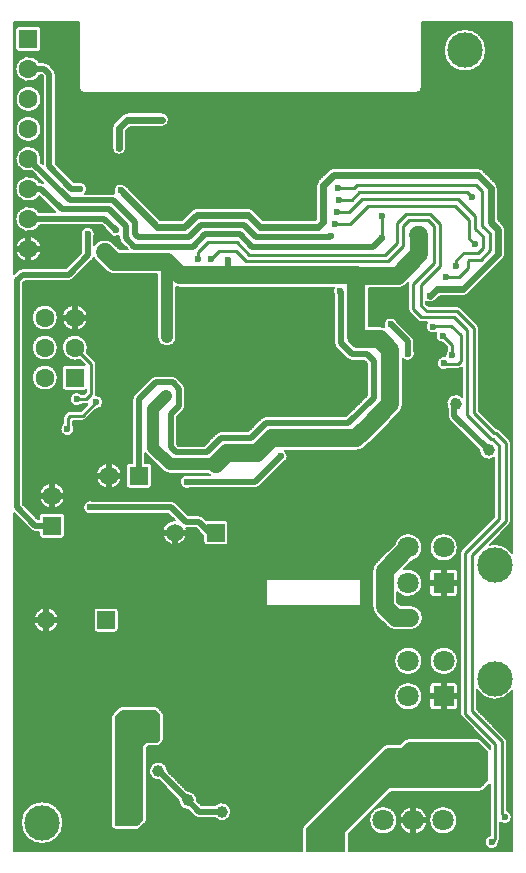
<source format=gbl>
G04 Layer_Physical_Order=2*
G04 Layer_Color=16711680*
%FSLAX24Y24*%
%MOIN*%
G70*
G01*
G75*
%ADD10C,0.0079*%
%ADD37C,0.0197*%
%ADD39C,0.0098*%
%ADD40C,0.0591*%
%ADD42C,0.0236*%
%ADD43C,0.0394*%
%ADD46C,0.0600*%
%ADD47R,0.0600X0.0600*%
%ADD48C,0.0709*%
%ADD49C,0.0630*%
%ADD50R,0.0630X0.0630*%
%ADD51R,0.0630X0.0630*%
%ADD52R,0.0709X0.0709*%
%ADD53C,0.1181*%
%ADD54C,0.0236*%
%ADD55C,0.0394*%
D10*
X45315Y37608D02*
G03*
X45246Y37775I-236J0D01*
G01*
X45315Y37608D02*
G03*
X45246Y37775I-236J0D01*
G01*
X45571Y36202D02*
G03*
X45502Y36369I-236J0D01*
G01*
Y35235D02*
G03*
X45571Y35402I-167J167D01*
G01*
Y36202D02*
G03*
X45502Y36369I-236J0D01*
G01*
Y35235D02*
G03*
X45571Y35402I-167J167D01*
G01*
X44933Y42193D02*
G03*
X44933Y42193I-709J0D01*
G01*
D02*
G03*
X44933Y42193I-709J0D01*
G01*
X44813Y38208D02*
G03*
X44646Y38278I-167J-167D01*
G01*
X44813Y38208D02*
G03*
X44646Y38278I-167J-167D01*
G01*
X44685Y32944D02*
G03*
X44636Y33062I-167J0D01*
G01*
X44685Y32944D02*
G03*
X44636Y33062I-167J0D01*
G01*
X44165Y33996D02*
G03*
X44332Y34065I0J236D01*
G01*
X44165Y33996D02*
G03*
X44332Y34065I0J236D01*
G01*
X44076Y33622D02*
G03*
X43958Y33671I-118J-118D01*
G01*
X44076Y33622D02*
G03*
X43958Y33671I-118J-118D01*
G01*
X45371Y29559D02*
G03*
X45256Y29608I-118J-118D01*
G01*
X45371Y29559D02*
G03*
X45256Y29608I-118J-118D01*
G01*
X45760Y29100D02*
G03*
X45711Y29219I-167J0D01*
G01*
X45760Y29100D02*
G03*
X45711Y29219I-167J0D01*
G01*
X45750Y28562D02*
G03*
X45760Y28619I-157J57D01*
G01*
X45750Y28562D02*
G03*
X45760Y28619I-157J57D01*
G01*
X44697Y28868D02*
G03*
X45199Y28606I315J-9D01*
G01*
X45701Y26369D02*
G03*
X45750Y26487I-118J118D01*
G01*
X45701Y26369D02*
G03*
X45750Y26487I-118J118D01*
G01*
X43996Y31575D02*
G03*
X44114Y31624I0J167D01*
G01*
X43996Y31575D02*
G03*
X44114Y31624I0J167D01*
G01*
X44134Y30642D02*
G03*
X43822Y30713I-217J-229D01*
G01*
X43632Y32194D02*
G03*
X43565Y31994I167J-167D01*
G01*
X43822Y30713D02*
G03*
X43713Y30653I47J-211D01*
G01*
X43565Y31994D02*
G03*
X43668Y31575I-42J-233D01*
G01*
X43822Y30713D02*
G03*
X43713Y30653I47J-211D01*
G01*
D02*
G03*
X43652Y30244I204J-240D01*
G01*
Y30004D02*
G03*
X43715Y29850I217J0D01*
G01*
X43652Y30004D02*
G03*
X43715Y29850I217J0D01*
G01*
X42628Y40778D02*
G03*
X42785Y40935I0J157D01*
G01*
X42628Y40778D02*
G03*
X42785Y40935I0J157D01*
G01*
X39862Y38278D02*
G03*
X39695Y38208I0J-236D01*
G01*
X39862Y38278D02*
G03*
X39695Y38208I0J-236D01*
G01*
X42338Y34450D02*
G03*
X42333Y34409I162J-40D01*
G01*
X42338Y34450D02*
G03*
X42333Y34409I162J-40D01*
G01*
X41978Y34262D02*
G03*
X42271Y34383I0J413D01*
G01*
X41978Y34262D02*
G03*
X42271Y34383I0J413D01*
G01*
X39854Y34281D02*
G03*
X39862Y34033I205J-118D01*
G01*
X39341Y37854D02*
G03*
X39272Y37687I167J-167D01*
G01*
X39341Y37854D02*
G03*
X39272Y37687I167J-167D01*
G01*
X37161Y36870D02*
G03*
X36994Y36939I-167J-167D01*
G01*
X37161Y36870D02*
G03*
X36994Y36939I-167J-167D01*
G01*
X35280D02*
G03*
X35113Y36870I0J-236D01*
G01*
X35280Y36939D02*
G03*
X35113Y36870I0J-236D01*
G01*
X42943Y33817D02*
G03*
X43238Y33849I128J199D01*
G01*
X42943Y33817D02*
G03*
X43238Y33849I128J199D01*
G01*
X42657Y33169D02*
G03*
X42776Y33120I118J118D01*
G01*
X42333Y33563D02*
G03*
X42382Y33445I167J0D01*
G01*
X42333Y33563D02*
G03*
X42382Y33445I167J0D01*
G01*
X42657Y33169D02*
G03*
X42776Y33120I118J118D01*
G01*
X43272Y32780D02*
G03*
X43484Y32441I213J-103D01*
G01*
X42958Y33120D02*
G03*
X43272Y32780I192J-138D01*
G01*
X42559Y32077D02*
G03*
X42539Y32171I-236J0D01*
G01*
Y32490D02*
G03*
X42476Y32643I-217J0D01*
G01*
X42539Y32490D02*
G03*
X42476Y32644I-217J0D01*
G01*
X41972Y33147D02*
G03*
X41539Y32960I-220J-86D01*
G01*
X42156Y31910D02*
G03*
X42559Y32077I167J167D01*
G01*
X41539Y32960D02*
G03*
X41378Y32992I-161J-381D01*
G01*
X41539Y32960D02*
G03*
X41378Y32992I-161J-381D01*
G01*
X42034Y30101D02*
G03*
X42156Y30394I-292J292D01*
G01*
X42034Y30101D02*
G03*
X42156Y30394I-292J293D01*
G01*
X40300Y31904D02*
G03*
X40453Y31841I153J153D01*
G01*
X40299Y31904D02*
G03*
X40453Y31841I153J153D01*
G01*
X40610Y28848D02*
G03*
X40903Y28970I0J413D01*
G01*
X40610Y28848D02*
G03*
X40903Y28970I0J413D01*
G01*
X39862Y32431D02*
G03*
X39926Y32278I217J0D01*
G01*
X39862Y32431D02*
G03*
X39926Y32278I217J0D01*
G01*
X37583Y29990D02*
G03*
X37430Y29927I0J-217D01*
G01*
X37583Y29990D02*
G03*
X37430Y29926I0J-217D01*
G01*
X36097Y29498D02*
G03*
X35944Y29435I0J-217D01*
G01*
X36097Y29498D02*
G03*
X35944Y29434I0J-217D01*
G01*
X38317Y28661D02*
G03*
X38225Y28848I-236J0D01*
G01*
X38167Y28442D02*
G03*
X38317Y28661I-86J220D01*
G01*
X37224Y27589D02*
G03*
X37378Y27652I0J217D01*
G01*
X37224Y27589D02*
G03*
X37378Y27652I0J217D01*
G01*
X35657Y28071D02*
G03*
X35730Y28022I268J315D01*
G01*
X36343Y26412D02*
G03*
X36225Y26530I-118J0D01*
G01*
X35507Y26629D02*
G03*
X35354Y26693I-153J-153D01*
G01*
X35508Y26629D02*
G03*
X35354Y26693I-153J-153D01*
G01*
X34965Y26112D02*
G03*
X34938Y26260I-418J0D01*
G01*
X45800Y25431D02*
G03*
X45049Y25716I-583J-403D01*
G01*
X45800Y25431D02*
G03*
X45049Y25716I-583J-403D01*
G01*
X44114Y25561D02*
G03*
X44065Y25443I118J-118D01*
G01*
X44114Y25561D02*
G03*
X44065Y25443I118J-118D01*
G01*
X44616Y20873D02*
G03*
X45800Y20845I601J376D01*
G01*
X44616Y20873D02*
G03*
X45800Y20845I601J376D01*
G01*
X43989Y24792D02*
G03*
X43870Y24910I-118J0D01*
G01*
X43989Y25619D02*
G03*
X43989Y25619I-472J0D01*
G01*
X43870Y23965D02*
G03*
X43989Y24083I0J118D01*
G01*
X43044D02*
G03*
X43162Y23965I118J0D01*
G01*
Y24910D02*
G03*
X43044Y24792I0J-118D01*
G01*
X43989Y21839D02*
G03*
X43989Y21839I-472J0D01*
G01*
Y21012D02*
G03*
X43870Y21130I-118J0D01*
G01*
X43162D02*
G03*
X43044Y21012I0J-118D01*
G01*
X45620Y19164D02*
G03*
X45571Y19283I-167J0D01*
G01*
X45620Y19164D02*
G03*
X45571Y19283I-167J0D01*
G01*
X44757Y19206D02*
G03*
X44646Y19252I-112J-111D01*
G01*
X44757Y19206D02*
G03*
X44646Y19252I-111J-111D01*
G01*
X45787Y16634D02*
G03*
X45620Y16860I-236J0D01*
G01*
X45404Y16449D02*
G03*
X45787Y16634I148J184D01*
G01*
X44734Y17480D02*
G03*
X44846Y17527I0J157D01*
G01*
X44734Y17480D02*
G03*
X44846Y17526I0J157D01*
G01*
X45355Y15797D02*
G03*
X45404Y15915I-118J118D01*
G01*
X45355Y15797D02*
G03*
X45404Y15915I-118J118D01*
G01*
X45069Y16028D02*
G03*
X45354Y15797I49J-231D01*
G01*
X43870Y20185D02*
G03*
X43989Y20304I0J118D01*
G01*
X44065Y20079D02*
G03*
X44114Y19960I167J0D01*
G01*
X44065Y20079D02*
G03*
X44114Y19960I167J0D01*
G01*
X43044Y20304D02*
G03*
X43162Y20185I118J0D01*
G01*
X43976Y16524D02*
G03*
X43976Y16524I-472J0D01*
G01*
X42466Y25164D02*
G03*
X42807Y25619I-131J454D01*
G01*
D02*
G03*
X41881Y25749I-472J0D01*
G01*
X42807Y24437D02*
G03*
X42187Y24886I-472J0D01*
G01*
X41263Y25131D02*
G03*
X41142Y24839I292J-293D01*
G01*
X41263Y25131D02*
G03*
X41142Y24839I292J-292D01*
G01*
X41968Y24139D02*
G03*
X42807Y24437I367J298D01*
G01*
X42825Y23278D02*
G03*
X42411Y23691I-413J0D01*
G01*
X41142Y23642D02*
G03*
X41263Y23349I413J0D01*
G01*
X41142Y23642D02*
G03*
X41263Y23349I413J0D01*
G01*
X36225Y25694D02*
G03*
X36343Y25812I0J118D01*
G01*
X35507D02*
G03*
X35625Y25694I118J0D01*
G01*
X42411Y22864D02*
G03*
X42825Y23278I0J413D01*
G01*
X42807Y21839D02*
G03*
X42807Y21839I-472J0D01*
G01*
Y20658D02*
G03*
X42807Y20658I-472J0D01*
G01*
X42313Y19252D02*
G03*
X42202Y19206I0J-157D01*
G01*
X42313Y19252D02*
G03*
X42201Y19206I0J-157D01*
G01*
X42976Y16524D02*
G03*
X42976Y16524I-472J0D01*
G01*
X41627Y22985D02*
G03*
X41919Y22864I292J292D01*
G01*
X41627Y22986D02*
G03*
X41919Y22864I293J292D01*
G01*
X41614Y19055D02*
G03*
X41503Y19009I0J-157D01*
G01*
X41614Y19055D02*
G03*
X41503Y19009I0J-157D01*
G01*
X36439Y16812D02*
G03*
X35895Y17028I-315J0D01*
G01*
X35305Y17185D02*
G03*
X34982Y17500I-315J0D01*
G01*
X35210Y16659D02*
G03*
X35363Y16595I153J153D01*
G01*
X35895D02*
G03*
X36439Y16812I229J217D01*
G01*
X35210Y16659D02*
G03*
X35363Y16595I153J153D01*
G01*
X41976Y16524D02*
G03*
X41976Y16524I-472J0D01*
G01*
X38855Y16362D02*
G03*
X38809Y16250I111J-112D01*
G01*
X38855Y16361D02*
G03*
X38809Y16250I111J-111D01*
G01*
X34134Y39646D02*
G03*
X34370Y39882I0J236D01*
G01*
X34134Y39646D02*
G03*
X34370Y39882I0J236D01*
G01*
D02*
G03*
X34134Y40118I-236J0D01*
G01*
X34370Y39882D02*
G03*
X34134Y40118I-236J0D01*
G01*
X32972D02*
G03*
X32805Y40049I0J-236D01*
G01*
X32972Y40118D02*
G03*
X32805Y40049I0J-236D01*
G01*
X32530Y39773D02*
G03*
X32461Y39606I167J-167D01*
G01*
X32530Y39773D02*
G03*
X32461Y39606I167J-167D01*
G01*
X32913Y37687D02*
G03*
X32536Y37412I-167J-167D01*
G01*
X32913Y37687D02*
G03*
X32536Y37412I-167J-167D01*
G01*
Y37412D02*
G03*
X32499Y37415I-36J-213D01*
G01*
X32536Y37412D02*
G03*
X32499Y37415I-36J-213D01*
G01*
X31368Y40935D02*
G03*
X31526Y40778I157J0D01*
G01*
X31368Y40935D02*
G03*
X31526Y40778I157J0D01*
G01*
X32461Y38937D02*
G03*
X32933Y38937I236J0D01*
G01*
X32461D02*
G03*
X32933Y38937I236J0D01*
G01*
X31577Y37415D02*
G03*
X31634Y37569I-180J154D01*
G01*
D02*
G03*
X31330Y37795I-236J0D01*
G01*
X32697Y35932D02*
G03*
X32761Y35779I217J0D01*
G01*
X32697Y35932D02*
G03*
X32760Y35779I217J0D01*
G01*
X32359Y36114D02*
G03*
X32697Y35996I220J86D01*
G01*
X34606Y34296D02*
G03*
X34715Y34281I108J399D01*
G01*
X34606Y34296D02*
G03*
X34715Y34281I108J399D01*
G01*
X32256Y34846D02*
G03*
X32549Y34724I293J292D01*
G01*
X32257Y34845D02*
G03*
X32549Y34724I292J292D01*
G01*
X31870Y35988D02*
G03*
X31890Y36083I-217J94D01*
G01*
X32507Y35765D02*
G03*
X31870Y35701I-292J-292D01*
G01*
X31807Y35201D02*
G03*
X31853Y35271I-153J153D01*
G01*
X31806Y35201D02*
G03*
X31853Y35271I-153J153D01*
G01*
X31853D02*
G03*
X31922Y35180I361J201D01*
G01*
X33976Y32628D02*
G03*
X34606Y32628I315J0D01*
G01*
X31939Y31728D02*
G03*
X31890Y31847I-167J0D01*
G01*
X31939Y31728D02*
G03*
X31890Y31847I-167J0D01*
G01*
X31890Y36083D02*
G03*
X31437Y35988I-236J0D01*
G01*
X31014Y34498D02*
G03*
X31167Y34561I0J217D01*
G01*
X31014Y34498D02*
G03*
X31167Y34562I0J217D01*
G01*
X31654Y33280D02*
G03*
X31654Y33280I-433J0D01*
G01*
X31621Y32115D02*
G03*
X31654Y32280I-401J164D01*
G01*
D02*
G03*
X31385Y31879I-433J0D01*
G01*
X30581Y41407D02*
G03*
X30517Y41561I-217J0D01*
G01*
X30581Y41407D02*
G03*
X30517Y41561I-217J0D01*
G01*
X30356Y41722D02*
G03*
X30203Y41785I-153J-153D01*
G01*
X30356Y41722D02*
G03*
X30203Y41785I-153J-153D01*
G01*
X30108Y42884D02*
G03*
X29990Y43002I-118J0D01*
G01*
Y42136D02*
G03*
X30108Y42254I0J118D01*
G01*
X30162Y37776D02*
G03*
X30098Y37785I-64J-207D01*
G01*
X30162Y37776D02*
G03*
X30098Y37785I-64J-207D01*
G01*
X30094Y38457D02*
G03*
X30108Y38569I-418J112D01*
G01*
X29360Y43002D02*
G03*
X29242Y42884I0J-118D01*
G01*
Y42254D02*
G03*
X29360Y42136I118J0D01*
G01*
X30050Y41785D02*
G03*
X30050Y41352I-375J-217D01*
G01*
X30108Y40569D02*
G03*
X30108Y40569I-433J0D01*
G01*
Y39569D02*
G03*
X30108Y39569I-433J0D01*
G01*
Y38569D02*
G03*
X29787Y38151I-433J0D01*
G01*
X30050Y37785D02*
G03*
X30034Y37327I-375J-217D01*
G01*
X30906Y31713D02*
G03*
X30787Y31594I0J-118D01*
G01*
X30050Y36785D02*
G03*
X30050Y36352I-375J-217D01*
G01*
X30654Y33280D02*
G03*
X30654Y33280I-433J0D01*
G01*
X30108Y35569D02*
G03*
X30108Y35569I-433J0D01*
G01*
X30654Y32280D02*
G03*
X30654Y32280I-433J0D01*
G01*
X29481Y34931D02*
G03*
X29328Y34868I0J-217D01*
G01*
X29481Y34931D02*
G03*
X29327Y34867I0J-217D01*
G01*
X34902Y30915D02*
G03*
X34838Y31069I-217J0D01*
G01*
X34902Y30915D02*
G03*
X34838Y31068I-217J0D01*
G01*
Y30172D02*
G03*
X34902Y30325I-153J153D01*
G01*
X34838Y30171D02*
G03*
X34902Y30325I-153J153D01*
G01*
X34632Y31275D02*
G03*
X34478Y31339I-153J-153D01*
G01*
X34631Y31275D02*
G03*
X34478Y31339I-153J-153D01*
G01*
X33917D02*
G03*
X33764Y31275I0J-217D01*
G01*
X33917Y31339D02*
G03*
X33764Y31275I0J-217D01*
G01*
X33573Y28758D02*
G03*
X33616Y28704I266J169D01*
G01*
X33573Y28758D02*
G03*
X33616Y28704I266J169D01*
G01*
X34157Y28164D02*
G03*
X34380Y28071I223J222D01*
G01*
X34157Y28163D02*
G03*
X34380Y28071I223J223D01*
G01*
X33789Y28327D02*
G03*
X33671Y28445I-118J0D01*
G01*
X35055Y28022D02*
G03*
X35055Y27589I-94J-217D01*
G01*
X34583Y27111D02*
G03*
X34429Y27175I-153J-153D01*
G01*
X34582Y27112D02*
G03*
X34429Y27175I-153J-153D01*
G01*
X34551Y26530D02*
G03*
X34965Y26112I-4J-418D01*
G01*
X33671Y27579D02*
G03*
X33789Y27697I0J118D01*
G01*
X33203Y30714D02*
G03*
X33140Y30561I153J-153D01*
G01*
X33204Y30714D02*
G03*
X33140Y30561I153J-153D01*
G01*
X33041Y28445D02*
G03*
X32923Y28327I0J-118D01*
G01*
Y27697D02*
G03*
X33041Y27579I118J0D01*
G01*
X34193Y20020D02*
G03*
X34147Y20131I-157J0D01*
G01*
X34193Y20020D02*
G03*
X34147Y20131I-157J0D01*
G01*
X34147Y19121D02*
G03*
X34193Y19232I-111J111D01*
G01*
X34147Y19121D02*
G03*
X34193Y19232I-111J112D01*
G01*
X33989Y20289D02*
G03*
X33878Y20335I-111J-111D01*
G01*
X33990Y20288D02*
G03*
X33878Y20335I-112J-111D01*
G01*
X33947Y18986D02*
G03*
X34058Y19033I0J157D01*
G01*
X33947Y18986D02*
G03*
X34058Y19032I0J157D01*
G01*
X34675Y17194D02*
G03*
X34999Y16870I315J-9D01*
G01*
X34321Y18169D02*
G03*
X34015Y17854I-315J0D01*
G01*
X33576Y16424D02*
G03*
X33622Y16535I-111J111D01*
G01*
X33576Y16424D02*
G03*
X33622Y16535I-111J112D01*
G01*
X33297Y16211D02*
G03*
X33409Y16257I0J157D01*
G01*
X33297Y16211D02*
G03*
X33409Y16257I0J157D01*
G01*
X31535Y30846D02*
G03*
X31604Y30869I0J118D01*
G01*
X31932Y30699D02*
G03*
X31939Y30748I-160J49D01*
G01*
X31932Y30699D02*
G03*
X31939Y30748I-160J49D01*
G01*
X32175Y30463D02*
G03*
X31932Y30699I-236J0D01*
G01*
X31585Y30394D02*
G03*
X31645Y30405I0J167D01*
G01*
X31939Y30226D02*
G03*
X32175Y30463I-0J236D01*
G01*
X31585Y30394D02*
G03*
X31645Y30405I0J167D01*
G01*
X31486Y29843D02*
G03*
X31605Y29892I0J167D01*
G01*
X31486Y29843D02*
G03*
X31605Y29892I0J167D01*
G01*
X31456Y30728D02*
G03*
X31456Y30394I-167J-167D01*
G01*
X31063Y30177D02*
G03*
X30945Y30128I0J-167D01*
G01*
X31063Y30177D02*
G03*
X30945Y30128I0J-167D01*
G01*
X31211Y29567D02*
G03*
X31161Y29711I-236J0D01*
G01*
X30876Y30059D02*
G03*
X30827Y29941I118J-118D01*
G01*
X32789Y28012D02*
G03*
X32789Y28012I-433J0D01*
G01*
X31827Y27175D02*
G03*
X31827Y26742I-94J-217D01*
G01*
X30787Y30965D02*
G03*
X30906Y30846I118J0D01*
G01*
X30876Y30059D02*
G03*
X30827Y29941I118J-118D01*
G01*
Y29751D02*
G03*
X31211Y29567I148J-184D01*
G01*
X30654Y31280D02*
G03*
X30654Y31280I-433J0D01*
G01*
X30896Y27348D02*
G03*
X30896Y27348I-433J0D01*
G01*
Y26663D02*
G03*
X30778Y26781I-118J0D01*
G01*
X30148D02*
G03*
X30030Y26663I0J-118D01*
G01*
X32682Y23499D02*
G03*
X32564Y23617I-118J0D01*
G01*
X31964D02*
G03*
X31846Y23499I0J-118D01*
G01*
X32805Y20335D02*
G03*
X32694Y20289I0J-157D01*
G01*
X32564Y22781D02*
G03*
X32682Y22899I0J118D01*
G01*
X32805Y20335D02*
G03*
X32694Y20288I0J-157D01*
G01*
X32467Y20062D02*
G03*
X32421Y19951I111J-111D01*
G01*
X32468Y20062D02*
G03*
X32421Y19951I111J-112D01*
G01*
X31846Y22899D02*
G03*
X31964Y22781I118J0D01*
G01*
X30778Y25915D02*
G03*
X30896Y26033I0J118D01*
G01*
X30030D02*
G03*
X30148Y25915I118J0D01*
G01*
X32421Y16368D02*
G03*
X32579Y16211I157J0D01*
G01*
X32421Y16368D02*
G03*
X32579Y16211I157J0D01*
G01*
X29748Y26196D02*
G03*
X29902Y26132I153J153D01*
G01*
X29748Y26195D02*
G03*
X29902Y26132I153J153D01*
G01*
X30682Y23199D02*
G03*
X30682Y23199I-418J0D01*
G01*
X30839Y16445D02*
G03*
X30839Y16445I-709J0D01*
G01*
D02*
G03*
X30839Y16445I-709J0D01*
G01*
X44933Y42224D02*
X45800D01*
X44928Y42283D02*
X45800D01*
X44933Y42165D02*
X45800D01*
X44902Y42401D02*
X45800D01*
X44918Y42342D02*
X45800D01*
X44903Y41988D02*
X45800D01*
X44882Y41929D02*
X45800D01*
X44928Y42106D02*
X45800D01*
X44918Y42047D02*
X45800D01*
X44820Y42579D02*
X45800D01*
X44854Y42520D02*
X45800D01*
X44724Y42697D02*
X45800D01*
X44777Y42638D02*
X45800D01*
X44821Y41811D02*
X45800D01*
X44779Y41752D02*
X45800D01*
X44881Y42461D02*
X45800D01*
X44855Y41870D02*
X45800D01*
X45315Y37441D02*
X45800D01*
X45315Y37500D02*
X45800D01*
X45315Y37323D02*
X45800D01*
X45167Y37854D02*
X45800D01*
X45226Y37795D02*
X45800D01*
X45315Y37146D02*
X45800D01*
X45315Y37087D02*
X45800D01*
X45315Y37264D02*
X45800D01*
X45315Y37205D02*
X45800D01*
X44813Y38209D02*
X45800D01*
X44872Y38150D02*
X45800D01*
X44727Y41693D02*
X45800D01*
X44714Y38268D02*
X45800D01*
X45049Y37972D02*
X45800D01*
X45108Y37913D02*
X45800D01*
X44931Y38090D02*
X45800D01*
X44990Y38031D02*
X45800D01*
X45059Y37962D02*
Y43138D01*
X45000Y38021D02*
Y43138D01*
X45118Y37903D02*
Y43138D01*
X44941Y38080D02*
Y43138D01*
X44882Y38139D02*
Y41928D01*
X45295Y37703D02*
Y43138D01*
X45177Y37844D02*
Y43138D01*
X45236Y37785D02*
Y43138D01*
X44823Y42574D02*
Y43138D01*
X44882Y42459D02*
Y43138D01*
X44705Y42715D02*
Y43138D01*
X44764Y42654D02*
Y43138D01*
X44823Y38198D02*
Y41813D01*
X44813Y38208D02*
X45246Y37775D01*
X44764Y38246D02*
Y41733D01*
X44705Y38270D02*
Y41672D01*
X45315Y36850D02*
X45800D01*
X45315Y36791D02*
X45800D01*
X45315Y36968D02*
X45800D01*
X45315Y36909D02*
X45800D01*
X45315Y36614D02*
X45800D01*
X45316Y36555D02*
X45800D01*
X45315Y36732D02*
X45800D01*
X45315Y36673D02*
X45800D01*
X45277Y37736D02*
X45800D01*
X45305Y37677D02*
X45800D01*
X45315Y37618D02*
X45800D01*
X45315Y37559D02*
X45800D01*
X45315Y37382D02*
X45800D01*
X45315Y36556D02*
Y37608D01*
Y37027D02*
X45800D01*
X45571Y35846D02*
X45800D01*
X45571Y35905D02*
X45800D01*
X45571Y35787D02*
X45800D01*
X45571Y36024D02*
X45800D01*
X45571Y35965D02*
X45800D01*
X45571Y35610D02*
X45800D01*
X45571Y35551D02*
X45800D01*
X45571Y35728D02*
X45800D01*
X45571Y35669D02*
X45800D01*
X45493Y36378D02*
X45800D01*
X45540Y36319D02*
X45800D01*
X45375Y36496D02*
X45800D01*
X45434Y36437D02*
X45800D01*
X45571Y36142D02*
X45800D01*
X45571Y36083D02*
X45800D01*
X45564Y36260D02*
X45800D01*
X45571Y36201D02*
X45800D01*
X45569Y35374D02*
X45800D01*
X45554Y35315D02*
X45800D01*
X45520Y35256D02*
X45800D01*
X45571Y35492D02*
X45800D01*
X45571Y35433D02*
X45800D01*
X45345Y35079D02*
X45800D01*
X45286Y35020D02*
X45800D01*
X45463Y35197D02*
X45800D01*
X45404Y35138D02*
X45800D01*
X45109Y34842D02*
X45800D01*
X44814Y34547D02*
X45800D01*
X45227Y34961D02*
X45800D01*
X45168Y34902D02*
X45800D01*
X44671Y33012D02*
X45800D01*
X44685Y32953D02*
X45800D01*
X44755Y34488D02*
X45800D01*
X44696Y34429D02*
X45800D01*
X45571Y35402D02*
Y36202D01*
X45531Y36333D02*
Y43138D01*
X45650Y29280D02*
Y43138D01*
X45709Y29221D02*
Y43138D01*
X45590Y29339D02*
Y43138D01*
X45531Y29398D02*
Y35271D01*
X45472Y36398D02*
Y43138D01*
X45315Y36556D02*
X45502Y36369D01*
X45354Y36516D02*
Y43138D01*
X45413Y36457D02*
Y43138D01*
X45472Y29457D02*
Y35206D01*
X45413Y29516D02*
Y35147D01*
X45354Y29573D02*
Y35088D01*
X45050Y34783D02*
X45800D01*
X44991Y34724D02*
X45800D01*
X45059Y29805D02*
Y34792D01*
X45000Y29864D02*
Y34733D01*
X45295Y29602D02*
Y35029D01*
X45236Y29628D02*
Y34970D01*
X45177Y29687D02*
Y34911D01*
X45118Y29746D02*
Y34852D01*
X44932Y34665D02*
X45800D01*
X44873Y34606D02*
X45800D01*
X44705Y30159D02*
Y34438D01*
X44685Y30179D02*
Y32944D01*
X44941Y29923D02*
Y34674D01*
X44882Y29982D02*
Y34615D01*
X44823Y30041D02*
Y34556D01*
X44764Y30100D02*
Y34497D01*
X44527Y42834D02*
Y43138D01*
X44422Y42874D02*
X45800D01*
X44565Y42815D02*
X45800D01*
X44409Y42878D02*
Y43138D01*
X44468Y42859D02*
Y43138D01*
X44656Y42756D02*
X45800D01*
X44660Y41634D02*
X45800D01*
X44587Y42803D02*
Y43138D01*
X44646Y42764D02*
Y43138D01*
X42785Y43051D02*
X45800D01*
X42785Y42992D02*
X45800D01*
X42785Y43138D02*
X45800D01*
X42785Y43110D02*
X45800D01*
X42785Y42933D02*
X45800D01*
X44350Y42891D02*
Y43138D01*
X42785Y41398D02*
X45800D01*
X42785Y41457D02*
X45800D01*
X42785Y41339D02*
X45800D01*
X44571Y41575D02*
X45800D01*
X44432Y41516D02*
X45800D01*
X44646Y38278D02*
Y41623D01*
X42785Y41279D02*
X45800D01*
X44587Y38278D02*
Y41584D01*
X44527Y38278D02*
Y41553D01*
X42785Y41102D02*
X45800D01*
X42785Y41043D02*
X45800D01*
X42785Y41220D02*
X45800D01*
X42785Y41161D02*
X45800D01*
X42770Y40866D02*
X45800D01*
X42720Y40807D02*
X45800D01*
X42785Y40984D02*
X45800D01*
X42785Y40925D02*
X45800D01*
X44232Y42902D02*
Y43138D01*
X44173Y42900D02*
Y43138D01*
X44291Y42899D02*
Y43138D01*
X44055Y42881D02*
Y43138D01*
X44114Y42893D02*
Y43138D01*
X43937Y42841D02*
Y43138D01*
X43996Y42864D02*
Y43138D01*
X43819Y42774D02*
Y43138D01*
X43878Y42811D02*
Y43138D01*
X42785Y42874D02*
X44027D01*
X42785Y42815D02*
X43884D01*
X43760Y42728D02*
Y43138D01*
X42785Y42756D02*
X43794D01*
X43701Y42670D02*
Y43138D01*
X42785Y42697D02*
X43726D01*
X43583Y42493D02*
Y43138D01*
X43642Y42596D02*
Y43138D01*
X42785Y41575D02*
X43879D01*
X42785Y41516D02*
X44017D01*
X42785Y41693D02*
X43723D01*
X42785Y41634D02*
X43790D01*
X44173Y38278D02*
Y41487D01*
X44232Y38278D02*
Y41485D01*
X44055Y38278D02*
Y41505D01*
X44114Y38278D02*
Y41493D01*
X42785Y42638D02*
X43673D01*
X42785Y42579D02*
X43630D01*
X42785Y42520D02*
X43596D01*
X42785Y42461D02*
X43568D01*
X42785Y41811D02*
X43628D01*
X42785Y41752D02*
X43670D01*
X42785Y41929D02*
X43567D01*
X42785Y41870D02*
X43594D01*
X44637Y34370D02*
X45800D01*
X44577Y34311D02*
X45800D01*
X44468Y38278D02*
Y41528D01*
X44646Y33052D02*
Y34379D01*
X44518Y34252D02*
X45800D01*
X44587Y33112D02*
Y34320D01*
X44527Y33171D02*
Y34261D01*
X44400Y34134D02*
X45800D01*
X44341Y34075D02*
X45800D01*
X39862Y38278D02*
X44646D01*
X44459Y34193D02*
X45800D01*
X43346Y33957D02*
X45800D01*
X43287Y33898D02*
X45800D01*
X44332Y34065D02*
X45502Y35235D01*
X44259Y34016D02*
X45800D01*
X44450Y33248D02*
X45800D01*
X44391Y33307D02*
X45800D01*
X44509Y33189D02*
X45800D01*
X44273Y33425D02*
X45800D01*
X44332Y33366D02*
X45800D01*
X44569Y33130D02*
X45800D01*
X44628Y33071D02*
X45800D01*
X42973Y33720D02*
X45800D01*
X44015Y33661D02*
X45800D01*
X43227Y33839D02*
X45800D01*
X42943Y33779D02*
X45800D01*
X44096Y33602D02*
X45800D01*
X44155Y33543D02*
X45800D01*
X44076Y33622D02*
X44636Y33062D01*
X44214Y33484D02*
X45800D01*
X44409Y38278D02*
Y41509D01*
X44350Y38278D02*
Y41496D01*
X44291Y38278D02*
Y41488D01*
X44468Y33230D02*
Y34202D01*
X44409Y33289D02*
Y34143D01*
X44350Y33348D02*
Y34084D01*
X44291Y33407D02*
Y34033D01*
X43701Y38278D02*
Y41716D01*
X43760Y38278D02*
Y41659D01*
X43583Y38278D02*
Y41894D01*
X43642Y38278D02*
Y41791D01*
X43937Y38278D02*
Y41546D01*
X43996Y38278D02*
Y41523D01*
X43819Y38278D02*
Y41612D01*
X43878Y38278D02*
Y41575D01*
X44055Y33640D02*
Y33996D01*
X43937Y33671D02*
Y33996D01*
X43996Y33667D02*
Y33996D01*
X44232Y33466D02*
Y34006D01*
X44173Y33525D02*
Y33996D01*
X44114Y33584D02*
Y33996D01*
X43878Y33671D02*
Y33996D01*
X43385D02*
X44165D01*
X43760Y33671D02*
Y33996D01*
X43819Y33671D02*
Y33996D01*
X43701Y33671D02*
Y33996D01*
X43022Y33671D02*
X43958D01*
X43583D02*
Y33996D01*
X43642Y33671D02*
Y33996D01*
X44685Y31831D02*
X45800D01*
X44685Y31890D02*
X45800D01*
X44685Y31772D02*
X45800D01*
X44685Y32008D02*
X45800D01*
X44685Y31949D02*
X45800D01*
X44685Y31535D02*
X45800D01*
X44685Y31476D02*
X45800D01*
X44685Y31713D02*
X45800D01*
X44685Y31653D02*
X45800D01*
X44685Y32716D02*
X45800D01*
X44685Y32598D02*
X45800D01*
X44685Y32835D02*
X45800D01*
X44685Y32776D02*
X45800D01*
X44685Y32126D02*
X45800D01*
X44685Y32067D02*
X45800D01*
X44685Y32539D02*
X45800D01*
X44685Y32480D02*
X45800D01*
X44685Y30768D02*
X45800D01*
X44685Y30827D02*
X45800D01*
X44685Y30709D02*
X45800D01*
X44685Y30945D02*
X45800D01*
X44685Y30886D02*
X45800D01*
X44685Y30531D02*
X45800D01*
X44685Y30472D02*
X45800D01*
X44685Y30650D02*
X45800D01*
X44685Y30590D02*
X45800D01*
X44685Y31299D02*
X45800D01*
X44685Y31240D02*
X45800D01*
X44685Y31417D02*
X45800D01*
X44685Y31358D02*
X45800D01*
X44685Y31063D02*
X45800D01*
X44685Y31004D02*
X45800D01*
X44685Y31181D02*
X45800D01*
X44685Y31122D02*
X45800D01*
X45041Y29823D02*
X45800D01*
X44982Y29882D02*
X45800D01*
X45100Y29764D02*
X45800D01*
X44864Y30000D02*
X45800D01*
X44923Y29941D02*
X45800D01*
X45159Y29705D02*
X45800D01*
X45218Y29646D02*
X45800D01*
X44685Y30295D02*
X45800D01*
X44685Y30236D02*
X45800D01*
X44685Y30413D02*
X45800D01*
X44685Y30354D02*
X45800D01*
X44687Y30177D02*
X45800D01*
X44746Y30118D02*
X45800D01*
X44685Y30179D02*
X45256Y29608D01*
X44805Y30059D02*
X45800D01*
X45743Y29173D02*
X45800D01*
X45759Y29114D02*
X45800D01*
X45760Y28937D02*
X45800D01*
X45760Y28878D02*
X45800D01*
X45760Y29055D02*
X45800D01*
X45760Y28996D02*
X45800D01*
X45461Y29468D02*
X45800D01*
X45520Y29409D02*
X45800D01*
X45334Y29587D02*
X45800D01*
X45402Y29527D02*
X45800D01*
X45579Y29350D02*
X45800D01*
X45638Y29291D02*
X45800D01*
X45371Y29559D02*
X45711Y29219D01*
X45697Y29232D02*
X45800D01*
X45760Y28642D02*
X45800D01*
X45760Y28701D02*
X45800D01*
X45756Y28583D02*
X45800D01*
X45760Y28819D02*
X45800D01*
X45760Y28760D02*
X45800D01*
X45750Y28405D02*
X45800D01*
X45750Y28346D02*
X45800D01*
X45750Y28524D02*
X45800D01*
X45750Y28465D02*
X45800D01*
X45750Y28169D02*
X45800D01*
X45750Y28110D02*
X45800D01*
X45750Y28287D02*
X45800D01*
X45750Y28228D02*
X45800D01*
X45750Y27933D02*
X45800D01*
X45750Y27874D02*
X45800D01*
X45750Y28051D02*
X45800D01*
X45750Y27992D02*
X45800D01*
X45750Y27638D02*
X45800D01*
X45750Y27697D02*
X45800D01*
X45750Y27579D02*
X45800D01*
X45750Y27815D02*
X45800D01*
X45750Y27756D02*
X45800D01*
X45750Y27402D02*
X45800D01*
X45750Y27342D02*
X45800D01*
X45750Y27520D02*
X45800D01*
X45750Y27461D02*
X45800D01*
X45750Y27165D02*
X45800D01*
X45750Y27106D02*
X45800D01*
X45750Y27283D02*
X45800D01*
X45750Y27224D02*
X45800D01*
X45750Y26516D02*
X45800D01*
X45494Y26161D02*
X45800D01*
X45750Y27047D02*
X45800D01*
X45750Y26575D02*
X45800D01*
X45760Y28619D02*
Y29100D01*
X45750Y26988D02*
X45800D01*
X45162Y28583D02*
X45199D01*
Y26646D02*
Y28606D01*
X45750Y26487D02*
Y28562D01*
X45177Y26624D02*
Y28591D01*
X45118Y26565D02*
Y28563D01*
X45059Y26506D02*
Y28548D01*
X44941Y26388D02*
Y28553D01*
X45000Y26447D02*
Y28545D01*
X44823Y26270D02*
Y28608D01*
X44882Y26329D02*
Y28573D01*
X44705Y26152D02*
Y28791D01*
X44764Y26211D02*
Y28666D01*
X45750Y26811D02*
X45800D01*
X45750Y26752D02*
X45800D01*
X45750Y26929D02*
X45800D01*
X45750Y26870D02*
X45800D01*
X45747Y26457D02*
X45800D01*
X45724Y26398D02*
X45800D01*
X45750Y26693D02*
X45800D01*
X45750Y26634D02*
X45800D01*
X45671Y26339D02*
X45800D01*
X45612Y26279D02*
X45800D01*
X45375Y26043D02*
X45800D01*
X45316Y25984D02*
X45800D01*
X45553Y26220D02*
X45800D01*
X45435Y26102D02*
X45800D01*
X44685Y32362D02*
X45800D01*
X44685Y32421D02*
X45800D01*
X44685Y32303D02*
X45800D01*
X44685Y32894D02*
X45800D01*
X44685Y32657D02*
X45800D01*
X44685Y32244D02*
X45800D01*
X44685Y32185D02*
X45800D01*
X44134Y30642D02*
Y31643D01*
X44685Y31594D02*
X45800D01*
X44075D02*
X44134D01*
X43668Y31575D02*
X43996D01*
X44114Y30659D02*
Y31624D01*
X44055Y30697D02*
Y31586D01*
X43878Y30726D02*
Y31575D01*
X43937Y30728D02*
Y31575D01*
X42156Y31358D02*
X44134D01*
X42156Y31417D02*
X44134D01*
X42156Y31299D02*
X44134D01*
X43591Y31535D02*
X44134D01*
X42156Y31476D02*
X44134D01*
X42156Y31240D02*
X44134D01*
X44027Y30709D02*
X44134D01*
X43996Y30718D02*
Y31575D01*
X42156Y31063D02*
X44134D01*
X42156Y31004D02*
X44134D01*
X42156Y31181D02*
X44134D01*
X42156Y31122D02*
X44134D01*
X42156Y30827D02*
X44134D01*
X42156Y30768D02*
X44134D01*
X42156Y30945D02*
X44134D01*
X42156Y30886D02*
X44134D01*
X43632Y32194D02*
Y32293D01*
X43484Y32441D02*
X43632Y32293D01*
X43819Y30713D02*
Y31575D01*
X43583Y32122D02*
Y32342D01*
X43760Y30689D02*
Y31575D01*
X43701Y30642D02*
Y31575D01*
X43642Y30566D02*
Y31557D01*
X42539Y32244D02*
X43632D01*
X42539Y32185D02*
X43623D01*
X42539Y32362D02*
X43563D01*
X42539Y32303D02*
X43622D01*
X42554Y32126D02*
X43584D01*
X42559Y32067D02*
X43566D01*
X42549Y32008D02*
X43564D01*
X42156Y30709D02*
X43803D01*
X42156Y30650D02*
X43709D01*
X42156Y30590D02*
X43657D01*
X43652Y30004D02*
Y30244D01*
X42156Y30531D02*
X43625D01*
X42156Y30472D02*
X43608D01*
X42144Y30295D02*
X43625D01*
X42124Y30236D02*
X43652D01*
X42156Y30413D02*
X43602D01*
X42154Y30354D02*
X43608D01*
X41992Y30059D02*
X43652D01*
X41933Y30000D02*
X43652D01*
X42094Y30177D02*
X43652D01*
X42050Y30118D02*
X43652D01*
X38316Y28642D02*
X44785D01*
X38303Y28583D02*
X44862D01*
X38273Y28524D02*
X45199D01*
X38295Y28760D02*
X44713D01*
X38314Y28701D02*
X44740D01*
X38072Y28346D02*
X45199D01*
X38013Y28287D02*
X45199D01*
X38211Y28465D02*
X45199D01*
X38131Y28405D02*
X45199D01*
X37836Y28110D02*
X45199D01*
X37777Y28051D02*
X45199D01*
X37954Y28228D02*
X45199D01*
X37895Y28169D02*
X45199D01*
X37599Y27874D02*
X45199D01*
X37540Y27815D02*
X45199D01*
X37718Y27992D02*
X45199D01*
X37659Y27933D02*
X45199D01*
X37481Y27756D02*
X45199D01*
X37422Y27697D02*
X45199D01*
X37362Y27638D02*
X45199D01*
X36343Y26398D02*
X44950D01*
X36343Y26339D02*
X44891D01*
X36343Y26279D02*
X44832D01*
X36343Y26220D02*
X44773D01*
X36343Y26161D02*
X44714D01*
X34944Y26752D02*
X45199D01*
X35359Y26693D02*
X45199D01*
X35028Y27579D02*
X45199D01*
X34883Y26811D02*
X45199D01*
X35503Y26634D02*
X45187D01*
X35562Y26575D02*
X45127D01*
X36282Y26516D02*
X45068D01*
X36335Y26457D02*
X45009D01*
X43715Y29850D02*
X44697Y28868D01*
X43583Y26086D02*
Y31533D01*
X41874Y29941D02*
X43661D01*
X43760Y26023D02*
Y29806D01*
X43819Y25981D02*
Y29747D01*
X43642Y26074D02*
Y30261D01*
X43701Y26053D02*
Y29866D01*
X41697Y29764D02*
X43802D01*
X41638Y29705D02*
X43861D01*
X41815Y29882D02*
X43689D01*
X41756Y29823D02*
X43743D01*
X41461Y29527D02*
X44038D01*
X41401Y29468D02*
X44097D01*
X41579Y29646D02*
X43920D01*
X41520Y29587D02*
X43979D01*
X41224Y29291D02*
X44274D01*
X41165Y29232D02*
X44333D01*
X41342Y29409D02*
X44156D01*
X41283Y29350D02*
X44215D01*
X44646Y26093D02*
Y28920D01*
X43723Y26043D02*
X44596D01*
X44587Y26034D02*
Y28979D01*
X43815Y25984D02*
X44537D01*
X40988Y29055D02*
X44510D01*
X40929Y28996D02*
X44569D01*
X41106Y29173D02*
X44392D01*
X41047Y29114D02*
X44451D01*
X40764Y28878D02*
X44688D01*
X38257Y28819D02*
X44700D01*
X40866Y28937D02*
X44629D01*
X36343Y26102D02*
X44655D01*
X43464Y38278D02*
Y43138D01*
X43405Y38278D02*
Y43138D01*
X43524Y42295D02*
Y43138D01*
X43287Y38278D02*
Y43138D01*
X43346Y38278D02*
Y43138D01*
X43169Y38278D02*
Y43138D01*
X43228Y38278D02*
Y43138D01*
X43051Y38278D02*
Y43138D01*
X43110Y38278D02*
Y43138D01*
X42785Y42401D02*
X43547D01*
X42785Y42342D02*
X43532D01*
X42785Y40935D02*
Y43138D01*
Y42283D02*
X43522D01*
X42933Y38278D02*
Y43138D01*
X42992Y38278D02*
Y43138D01*
X42815Y38278D02*
Y43138D01*
X42874Y38278D02*
Y43138D01*
X42785Y42047D02*
X43531D01*
X42785Y42106D02*
X43522D01*
X42785Y41988D02*
X43547D01*
X42785Y42224D02*
X43517D01*
X42785Y42165D02*
X43517D01*
X43524Y38278D02*
Y42091D01*
X42756Y38278D02*
Y40843D01*
X42697Y38278D02*
Y40793D01*
X42638Y38278D02*
Y40778D01*
X42520Y38278D02*
Y40778D01*
X42579Y38278D02*
Y40778D01*
X42401Y38278D02*
Y40778D01*
X42461Y38278D02*
Y40778D01*
X42283Y38278D02*
Y40778D01*
X42342Y38278D02*
Y40778D01*
X40984Y38278D02*
Y40778D01*
X40925Y38278D02*
Y40778D01*
X41043Y38278D02*
Y40778D01*
X40807Y38278D02*
Y40778D01*
X40866Y38278D02*
Y40778D01*
X41220Y38278D02*
Y40778D01*
X41279Y38278D02*
Y40778D01*
X41102Y38278D02*
Y40778D01*
X41161Y38278D02*
Y40778D01*
X40039Y38278D02*
Y40778D01*
X40098Y38278D02*
Y40778D01*
X39862Y38278D02*
Y40778D01*
X39921Y38278D02*
Y40778D01*
X40689Y38278D02*
Y40778D01*
X40748Y38278D02*
Y40778D01*
X40157Y38278D02*
Y40778D01*
X40216Y38278D02*
Y40778D01*
X41929Y38278D02*
Y40778D01*
X41988Y38278D02*
Y40778D01*
X41811Y38278D02*
Y40778D01*
X41870Y38278D02*
Y40778D01*
X42165Y38278D02*
Y40778D01*
X42224Y38278D02*
Y40778D01*
X42047Y38278D02*
Y40778D01*
X42106Y38278D02*
Y40778D01*
X41457Y38278D02*
Y40778D01*
X41516Y38278D02*
Y40778D01*
X41339Y38278D02*
Y40778D01*
X41398Y38278D02*
Y40778D01*
X41693Y38278D02*
Y40778D01*
X41752Y38278D02*
Y40778D01*
X41575Y38278D02*
Y40778D01*
X41634Y38278D02*
Y40778D01*
X40394Y38278D02*
Y40778D01*
X40335Y38278D02*
Y40778D01*
X40453Y38278D02*
Y40778D01*
X39980Y38278D02*
Y40778D01*
X40276Y38278D02*
Y40778D01*
X40630Y38278D02*
Y40778D01*
X42271Y34383D02*
X42338Y34450D01*
X40512Y38278D02*
Y40778D01*
X40571Y38278D02*
Y40778D01*
X39744Y38246D02*
Y40778D01*
X39803Y38270D02*
Y40778D01*
X39685Y38198D02*
Y40778D01*
X39341Y37854D02*
X39695Y38208D01*
X39567Y38080D02*
Y40778D01*
X39626Y38139D02*
Y40778D01*
X42257Y34370D02*
X42333D01*
Y33563D02*
Y34409D01*
X42174Y34311D02*
X42333D01*
X42283Y32836D02*
Y34396D01*
X42224Y32895D02*
Y34343D01*
X42165Y32954D02*
Y34306D01*
X42106Y33013D02*
Y34282D01*
X39803Y29990D02*
Y34281D01*
X39685Y29990D02*
Y34281D01*
X39744Y29990D02*
Y34281D01*
X39567Y29990D02*
Y34281D01*
X39626Y29990D02*
Y34281D01*
X39449Y37962D02*
Y40778D01*
X39390Y37903D02*
Y40778D01*
X39508Y38021D02*
Y40778D01*
X39272Y36564D02*
Y40778D01*
X39331Y37843D02*
Y40778D01*
X39153Y36526D02*
Y40778D01*
X39213Y36526D02*
Y40778D01*
X39035Y36526D02*
Y40778D01*
X39094Y36526D02*
Y40778D01*
X38681Y36526D02*
Y40778D01*
X38740Y36526D02*
Y40778D01*
X38563Y36526D02*
Y40778D01*
X38622Y36526D02*
Y40778D01*
X38917Y36526D02*
Y40778D01*
X38976Y36526D02*
Y40778D01*
X38799Y36526D02*
Y40778D01*
X38858Y36526D02*
Y40778D01*
X39449Y29990D02*
Y34281D01*
X39272Y36564D02*
Y37687D01*
X39390Y29990D02*
Y34281D01*
X39508Y29990D02*
Y34281D01*
X39272Y29990D02*
Y34281D01*
X39331Y29990D02*
Y34281D01*
X39233Y36526D02*
X39272Y36564D01*
X39213Y29990D02*
Y34281D01*
X39094Y29990D02*
Y34281D01*
X39153Y29990D02*
Y34281D01*
X38976Y29990D02*
Y34281D01*
X39035Y29990D02*
Y34281D01*
X38858Y29990D02*
Y34281D01*
X38917Y29990D02*
Y34281D01*
X37618Y36526D02*
Y40778D01*
X37559Y36526D02*
Y40778D01*
X37677Y36526D02*
Y40778D01*
X37441Y36590D02*
Y40778D01*
X37500Y36531D02*
Y40778D01*
X38150Y36526D02*
Y40778D01*
X38209Y36526D02*
Y40778D01*
X37736Y36526D02*
Y40778D01*
X38090Y36526D02*
Y40778D01*
X36909Y36939D02*
Y40778D01*
X36968Y36939D02*
Y40778D01*
X36673Y36939D02*
Y40778D01*
X36850Y36939D02*
Y40778D01*
X37323Y36708D02*
Y40778D01*
X37382Y36649D02*
Y40778D01*
X37205Y36827D02*
Y40778D01*
X37264Y36768D02*
Y40778D01*
X37299Y36732D02*
X39272D01*
X37240Y36791D02*
X39272D01*
X37358Y36673D02*
X39272D01*
X37146Y36884D02*
Y40778D01*
X37181Y36850D02*
X39272D01*
X37417Y36614D02*
X39272D01*
X37476Y36555D02*
X39262D01*
X37161Y36870D02*
X37506Y36526D01*
X39233D01*
X37027Y36937D02*
Y40778D01*
X35280Y36939D02*
X36994D01*
X36732D02*
Y40778D01*
X36791Y36939D02*
Y40778D01*
X37109Y36909D02*
X39272D01*
X37087Y36920D02*
Y40778D01*
X36319Y36939D02*
Y40778D01*
X36260Y36939D02*
Y40778D01*
X36378Y36939D02*
Y40778D01*
X36142Y36939D02*
Y40778D01*
X36201Y36939D02*
Y40778D01*
X36555Y36939D02*
Y40778D01*
X36614Y36939D02*
Y40778D01*
X36437Y36939D02*
Y40778D01*
X36496Y36939D02*
Y40778D01*
X35787Y36939D02*
Y40778D01*
X35846Y36939D02*
Y40778D01*
X35669Y36939D02*
Y40778D01*
X35728Y36939D02*
Y40778D01*
X36024Y36939D02*
Y40778D01*
X36083Y36939D02*
Y40778D01*
X35905Y36939D02*
Y40778D01*
X35965Y36939D02*
Y40778D01*
X35551Y36939D02*
Y40778D01*
X35610Y36939D02*
Y40778D01*
X35433Y36939D02*
Y40778D01*
X35492Y36939D02*
Y40778D01*
X35315Y36939D02*
Y40778D01*
X35374Y36939D02*
Y40778D01*
X35197Y36924D02*
Y40778D01*
X35256Y36938D02*
Y40778D01*
X35079Y36835D02*
Y40778D01*
X35138Y36891D02*
Y40778D01*
X34961Y36717D02*
Y40778D01*
X35020Y36776D02*
Y40778D01*
X34842Y36599D02*
Y40778D01*
X34902Y36658D02*
Y40778D01*
X38445Y36526D02*
Y40778D01*
X38386Y36526D02*
Y40778D01*
X38504Y36526D02*
Y40778D01*
X38268Y36526D02*
Y40778D01*
X38327Y36526D02*
Y40778D01*
Y29990D02*
Y34281D01*
X38504Y29990D02*
Y34281D01*
X38209Y29990D02*
Y34281D01*
X38268Y29990D02*
Y34281D01*
X37972Y36526D02*
Y40778D01*
X38031Y36526D02*
Y40778D01*
X37854Y36526D02*
Y40778D01*
X37913Y36526D02*
Y40778D01*
X37795Y36526D02*
Y40778D01*
X37441Y29937D02*
Y34281D01*
X37323Y29819D02*
Y34281D01*
X37382Y29878D02*
Y34281D01*
X37972Y29990D02*
Y34281D01*
X37913Y29990D02*
Y34281D01*
X38031Y29990D02*
Y34281D01*
X37795Y29990D02*
Y34281D01*
X37854Y29990D02*
Y34281D01*
X38386Y29990D02*
Y34281D01*
X38445Y29990D02*
Y34281D01*
X38090Y29990D02*
Y34281D01*
X38150Y29990D02*
Y34281D01*
X37736Y29990D02*
Y34281D01*
X36073D02*
X39854D01*
X37618Y29990D02*
Y34281D01*
X37677Y29990D02*
Y34281D01*
X37500Y29973D02*
Y34281D01*
X37559Y29989D02*
Y34281D01*
X37205Y29701D02*
Y34281D01*
X37264Y29760D02*
Y34281D01*
X35787Y29278D02*
Y34281D01*
X35728Y29219D02*
Y34281D01*
X35846Y29337D02*
Y34281D01*
X35610Y29101D02*
Y34281D01*
X35669Y29160D02*
Y34281D01*
X35492Y29016D02*
Y34281D01*
X35551Y29042D02*
Y34281D01*
X35374Y29016D02*
Y34281D01*
X35433Y29016D02*
Y34281D01*
X35020Y29016D02*
Y34281D01*
X35079Y29016D02*
Y34281D01*
X34902Y30921D02*
Y34281D01*
X34961Y29016D02*
Y34281D01*
X35256Y29016D02*
Y34281D01*
X35315Y29016D02*
Y34281D01*
X35138Y29016D02*
Y34281D01*
X35197Y29016D02*
Y34281D01*
X37087Y29583D02*
Y34281D01*
X37146Y29642D02*
Y34281D01*
X36968Y29498D02*
Y34281D01*
X37027Y29524D02*
Y34281D01*
X36496Y29498D02*
Y34281D01*
X36909Y29498D02*
Y34281D01*
X36378Y29498D02*
Y34281D01*
X36437Y29498D02*
Y34281D01*
X36260Y29498D02*
Y34281D01*
X36319Y29498D02*
Y34281D01*
X36142Y29498D02*
Y34281D01*
X36201Y29498D02*
Y34281D01*
X36024Y29485D02*
Y34281D01*
X36083Y29498D02*
Y34281D01*
X35905Y29396D02*
Y34281D01*
X35965Y29453D02*
Y34281D01*
X43464Y33671D02*
Y33996D01*
X43405Y33671D02*
Y33996D01*
X43524Y33671D02*
Y33996D01*
X43238Y33849D02*
X43385Y33996D01*
X43346Y33671D02*
Y33957D01*
X43287Y33671D02*
Y33898D01*
X43228Y33671D02*
Y33840D01*
X43169Y33671D02*
Y33801D01*
X43110Y33671D02*
Y33783D01*
X41024Y33898D02*
X42333D01*
X41024Y33839D02*
X42333D01*
X43051Y33671D02*
Y33780D01*
X42943Y33750D02*
X43022Y33671D01*
X42943Y33750D02*
Y33817D01*
X42992Y33701D02*
Y33793D01*
X42382Y33445D02*
X42657Y33169D01*
X42776Y33120D02*
X42958D01*
X42933Y33076D02*
Y33120D01*
X42048Y33071D02*
X42931D01*
X42107Y33012D02*
X42915D01*
X41024Y33425D02*
X42401D01*
X41024Y33366D02*
X42460D01*
X41024Y33543D02*
X42334D01*
X41024Y33484D02*
X42352D01*
X41951Y33189D02*
X42637D01*
X41989Y33130D02*
X42719D01*
X41024Y33307D02*
X42519D01*
X41896Y33248D02*
X42578D01*
X41811Y33290D02*
Y34262D01*
X41752Y33297D02*
Y34262D01*
X41870Y33266D02*
Y34262D01*
X41634Y33266D02*
Y34262D01*
X41693Y33290D02*
Y34262D01*
X42047Y33072D02*
Y34268D01*
X41988Y33131D02*
Y34262D01*
X41575Y33217D02*
Y34262D01*
X41929Y33217D02*
Y34262D01*
X41339Y32992D02*
Y34262D01*
X41024D02*
X41978D01*
X41220Y32992D02*
Y34262D01*
X41279Y32992D02*
Y34262D01*
X41102Y32992D02*
Y34262D01*
X41161Y32992D02*
Y34262D01*
X41024Y32992D02*
Y34262D01*
X41043Y32992D02*
Y34262D01*
X41024Y33661D02*
X42333D01*
X41024Y33602D02*
X42333D01*
X41024Y33248D02*
X41608D01*
X41024Y33189D02*
X41553D01*
X41024Y33130D02*
X41526D01*
X41024Y33012D02*
X41521D01*
X41024Y33071D02*
X41516D01*
X41024Y32992D02*
X41378D01*
X41024Y34134D02*
X42333D01*
X41024Y34075D02*
X42333D01*
X41024Y34252D02*
X42333D01*
X41024Y34193D02*
X42333D01*
X41024Y33779D02*
X42333D01*
X41024Y33720D02*
X42333D01*
X41024Y34016D02*
X42333D01*
X41024Y33957D02*
X42333D01*
X43405Y31966D02*
Y32454D01*
X43464Y31991D02*
Y32442D01*
X42539Y32480D02*
X43354D01*
X43287Y26032D02*
Y32547D01*
X43346Y31918D02*
Y32485D01*
X42579Y26023D02*
Y33248D01*
X43228Y25993D02*
Y32760D01*
X42285Y32835D02*
X42965D01*
X42344Y32776D02*
X43035D01*
X42167Y32953D02*
X42915D01*
X42226Y32894D02*
X42931D01*
X42510Y32598D02*
X43262D01*
X42534Y32539D02*
X43292D01*
X42403Y32716D02*
X43251D01*
X42462Y32657D02*
X43249D01*
X43524Y31998D02*
Y32401D01*
X42539Y32421D02*
X43504D01*
X43524Y26091D02*
Y31526D01*
X43464Y26088D02*
Y31533D01*
X43346Y26059D02*
Y31606D01*
X43405Y26078D02*
Y31557D01*
X42542Y26043D02*
X43309D01*
X42634Y25984D02*
X43217D01*
X42521Y31949D02*
X43379D01*
X42467Y31890D02*
X43325D01*
X42156Y31831D02*
X43298D01*
X42156Y31772D02*
X43288D01*
X42156Y31594D02*
X43357D01*
X42156Y31535D02*
X43456D01*
X42156Y31713D02*
X43293D01*
X42156Y31653D02*
X43314D01*
X42520Y32581D02*
Y33307D01*
X42461Y32659D02*
Y33366D01*
X42342Y32777D02*
Y33507D01*
X42401Y32718D02*
Y33425D01*
X42539Y32171D02*
Y32490D01*
X42520Y26053D02*
Y31946D01*
X42156Y30728D02*
Y31910D01*
X41516Y32969D02*
Y34262D01*
X41398Y32992D02*
Y34262D01*
X41457Y32985D02*
Y34262D01*
X41972Y33147D02*
X42476Y32644D01*
X42401Y26086D02*
Y31854D01*
X42342Y26091D02*
Y31841D01*
X42283Y26088D02*
Y31844D01*
X42156Y30394D02*
Y30728D01*
X42461Y26074D02*
Y31885D01*
X42224Y26078D02*
Y31862D01*
X42165Y26059D02*
Y31901D01*
X42106Y26032D02*
Y30198D01*
X40875Y31841D02*
X40965Y31751D01*
X40925Y30660D02*
Y31790D01*
X40965Y30700D02*
Y31751D01*
X42047Y25993D02*
Y30115D01*
X41247Y29314D02*
X42034Y30101D01*
X40903Y28970D02*
X41247Y29314D01*
X40866Y30601D02*
Y31841D01*
X40807Y30542D02*
Y31841D01*
X40453D02*
X40875D01*
X40689Y30424D02*
Y31841D01*
X40748Y30483D02*
Y31841D01*
X40571Y30306D02*
Y31841D01*
X40630Y30365D02*
Y31841D01*
X40453Y30188D02*
Y31841D01*
X40512Y30247D02*
Y31841D01*
X34843Y31063D02*
X40965D01*
X39926Y32278D02*
X40299Y31904D01*
X34883Y31004D02*
X40965D01*
X34900Y30945D02*
X40965D01*
X40335Y30070D02*
Y31876D01*
X40394Y30129D02*
Y31849D01*
X34902Y30827D02*
X40965D01*
X34902Y30886D02*
X40965D01*
X34902Y30709D02*
X40965D01*
X34902Y30650D02*
X40914D01*
X34902Y30590D02*
X40855D01*
X40255Y29990D02*
X40965Y30700D01*
X38225Y28848D02*
X40610D01*
X34902Y30768D02*
X40965D01*
X34902Y30531D02*
X40796D01*
X34902Y30472D02*
X40737D01*
X34902Y30413D02*
X40678D01*
X34902Y30354D02*
X40619D01*
X34900Y30295D02*
X40560D01*
X34883Y30236D02*
X40501D01*
X34843Y30177D02*
X40442D01*
X39921Y29990D02*
Y32283D01*
X38681Y29990D02*
Y34281D01*
X39862Y32431D02*
Y34033D01*
X39862Y29990D02*
Y34033D01*
X39980Y29990D02*
Y32223D01*
X38740Y29990D02*
Y34281D01*
X38799Y29990D02*
Y34281D01*
X38563Y29990D02*
Y34281D01*
X38622Y29990D02*
Y34281D01*
X36791Y29498D02*
Y34281D01*
X36850Y29498D02*
Y34281D01*
X36673Y29498D02*
Y34281D01*
X36732Y29498D02*
Y34281D01*
X36555Y29498D02*
Y34281D01*
X36614Y29498D02*
Y34281D01*
X40216Y29990D02*
Y31987D01*
X40276Y30011D02*
Y31928D01*
X40098Y29990D02*
Y32105D01*
X40157Y29990D02*
Y32046D01*
X40039Y29990D02*
Y32164D01*
X37583Y29990D02*
X40255D01*
X37001Y29498D02*
X37430Y29926D01*
X36097Y29498D02*
X37001D01*
X34902Y30325D02*
Y30915D01*
X35525Y29016D02*
X35944Y29434D01*
X34902Y29016D02*
Y30319D01*
X34842Y29016D02*
Y30176D01*
X38268Y28806D02*
Y28848D01*
X37378Y27652D02*
X38167Y28442D01*
X36319Y26484D02*
Y27589D01*
X36201Y26530D02*
Y27589D01*
X36260Y26525D02*
Y27589D01*
X35055Y28022D02*
X35730D01*
X35610D02*
Y28071D01*
X35669Y28022D02*
Y28061D01*
X36142Y26530D02*
Y27589D01*
X35055D02*
X37224D01*
X35551Y28022D02*
Y28071D01*
X36083Y26530D02*
Y27589D01*
X35965Y26530D02*
Y27589D01*
X36024Y26530D02*
Y27589D01*
X35787Y26530D02*
Y27589D01*
X35905Y26530D02*
Y27589D01*
X36343Y26043D02*
X42128D01*
X36343Y25984D02*
X42036D01*
X35846Y26530D02*
Y27589D01*
X35551Y26586D02*
Y27589D01*
X35625Y26530D02*
X36225D01*
X35669D02*
Y27589D01*
X35728Y26530D02*
Y27589D01*
X35610Y26529D02*
Y27589D01*
X35508Y26629D02*
X35608Y26529D01*
X35433Y28022D02*
Y28071D01*
X35374Y28022D02*
Y28071D01*
X35492Y28022D02*
Y28071D01*
X35315Y28022D02*
Y28071D01*
X35256Y26693D02*
Y27589D01*
X35433Y26678D02*
Y27589D01*
X35492Y26643D02*
Y27589D01*
X35315Y26693D02*
Y27589D01*
X35374Y26692D02*
Y27589D01*
X35197Y28022D02*
Y28071D01*
X35256Y28022D02*
Y28071D01*
X34902Y28034D02*
Y28071D01*
X35020Y28034D02*
Y28071D01*
X35138Y28022D02*
Y28071D01*
X35197Y26693D02*
Y27589D01*
X35079Y28022D02*
Y28071D01*
X34842Y26852D02*
Y27601D01*
X35079Y26693D02*
Y27589D01*
X35138Y26693D02*
Y27589D01*
X35020Y26693D02*
Y27576D01*
X34961Y26736D02*
Y27569D01*
X35265Y26260D02*
X35507Y26017D01*
X34965Y26102D02*
X35422D01*
X35003Y26693D02*
X35354D01*
X34962Y26161D02*
X35363D01*
X34938Y26260D02*
X35265D01*
X34951Y26220D02*
X35304D01*
X34902Y26794D02*
Y27576D01*
X34915Y26782D02*
X35003Y26693D01*
X34960Y26043D02*
X35481D01*
X34945Y25984D02*
X35507D01*
X34961Y26175D02*
Y26260D01*
X45590Y25630D02*
Y26258D01*
X45531Y25663D02*
Y26199D01*
X45472Y25689D02*
Y26140D01*
X45413Y25709D02*
Y26081D01*
X45354Y25723D02*
Y26022D01*
X45768Y25474D02*
Y43138D01*
X45800Y25431D02*
Y43138D01*
X45709Y25538D02*
Y26377D01*
X45650Y25589D02*
Y26317D01*
X44468Y25916D02*
Y29097D01*
X44527Y25975D02*
Y29038D01*
X44350Y25798D02*
Y29215D01*
X44409Y25857D02*
Y29156D01*
X45049Y25716D02*
X45701Y26369D01*
X45295Y25732D02*
Y25963D01*
X44291Y25739D02*
Y29274D01*
X44114Y25561D02*
X45199Y26646D01*
X45257Y25925D02*
X45800D01*
X45198Y25866D02*
X45800D01*
X45139Y25807D02*
X45800D01*
X45236Y25736D02*
Y25904D01*
X45177Y25735D02*
Y25845D01*
X45672Y25571D02*
X45800D01*
X45735Y25512D02*
X45800D01*
X45472Y25689D02*
X45800D01*
X45591Y25630D02*
X45800D01*
X43919Y25866D02*
X44419D01*
X45080Y25748D02*
X45800D01*
X43949Y25807D02*
X44360D01*
X43970Y25748D02*
X44301D01*
X45118Y25730D02*
Y25786D01*
X43983Y25689D02*
X44242D01*
X44232Y25679D02*
Y29333D01*
X44173Y25620D02*
Y29392D01*
X43988Y25630D02*
X44183D01*
X44114Y25561D02*
Y29451D01*
X43986Y25571D02*
X44124D01*
X43976Y25512D02*
X44080D01*
X43988Y24803D02*
X44065D01*
X43959Y25453D02*
X44065D01*
X43932Y25394D02*
X44065D01*
X43878Y25922D02*
Y29688D01*
X43937Y25833D02*
Y29629D01*
X43894Y25335D02*
X44065D01*
X43965Y24862D02*
X44065D01*
X43937Y24889D02*
Y25404D01*
X43878Y24910D02*
Y25315D01*
X43989Y24626D02*
X44065D01*
X43989Y24567D02*
X44065D01*
X43989Y24744D02*
X44065D01*
X43989Y24685D02*
X44065D01*
X43989Y24508D02*
X44065D01*
X43989Y24449D02*
X44065D01*
X43989Y24083D02*
Y24792D01*
Y24390D02*
X44065D01*
X43989Y24213D02*
X44065D01*
X43989Y24153D02*
X44065D01*
X43989Y24331D02*
X44065D01*
X43989Y24272D02*
X44065D01*
X43989Y24094D02*
X44065D01*
X43979Y24035D02*
X44065D01*
X43921Y23976D02*
X44065D01*
X43878Y22143D02*
Y23965D01*
X45755Y20787D02*
X45800D01*
X45698Y20728D02*
X45800D01*
X45625Y20669D02*
X45800D01*
X45590Y19260D02*
Y20646D01*
X45531Y19322D02*
Y20613D01*
X45800Y15500D02*
Y20845D01*
X45768Y16728D02*
Y20802D01*
X45709Y16810D02*
Y20738D01*
X45650Y16849D02*
Y20687D01*
X44616Y20728D02*
X44736D01*
X44616Y20669D02*
X44809D01*
X44823Y20031D02*
Y20660D01*
X44882Y19972D02*
Y20624D01*
X44705Y20149D02*
Y20759D01*
X44764Y20090D02*
Y20704D01*
X45525Y20610D02*
X45800D01*
X45343Y20551D02*
X45800D01*
X45236Y19618D02*
Y20540D01*
X45118Y19736D02*
Y20547D01*
X45177Y19677D02*
Y20541D01*
X45472Y19382D02*
Y20587D01*
X45413Y19441D02*
Y20568D01*
X45354Y19500D02*
Y20553D01*
X45295Y19559D02*
Y20544D01*
X44616Y20492D02*
X45800D01*
X44616Y20433D02*
X45800D01*
X44616Y20610D02*
X44909D01*
X44616Y20551D02*
X45090D01*
X45059Y19795D02*
Y20558D01*
X44616Y20374D02*
X45800D01*
X44941Y19913D02*
Y20596D01*
X45000Y19854D02*
Y20574D01*
X43988Y21850D02*
X44065D01*
X43986Y21791D02*
X44065D01*
X43976Y21732D02*
X44065D01*
X43970Y21968D02*
X44065D01*
X43983Y21909D02*
X44065D01*
Y20079D02*
Y25443D01*
X43965Y21083D02*
X44065D01*
X43996Y19252D02*
Y29570D01*
X44055Y19252D02*
Y29510D01*
X43919Y22087D02*
X44065D01*
X43949Y22028D02*
X44065D01*
X43937Y22054D02*
Y23985D01*
X43959Y21673D02*
X44065D01*
X43932Y21614D02*
X44065D01*
X43894Y21555D02*
X44065D01*
X43937Y21110D02*
Y21624D01*
X43878Y21130D02*
Y21535D01*
X43989Y20965D02*
X44065D01*
X44616Y20787D02*
X44679D01*
X43989Y20846D02*
X44065D01*
X43989Y20433D02*
X44065D01*
X44616Y20238D02*
Y20873D01*
X44646Y20208D02*
Y20829D01*
X43989Y20304D02*
Y21012D01*
Y20374D02*
X44065D01*
X43989Y20787D02*
X44065D01*
X43989Y20728D02*
X44065D01*
X43988Y21024D02*
X44065D01*
X43989Y20905D02*
X44065D01*
X43989Y20551D02*
X44065D01*
X43989Y20492D02*
X44065D01*
X43989Y20669D02*
X44065D01*
X43989Y20610D02*
X44065D01*
X43876Y25925D02*
X44478D01*
X43841Y25276D02*
X44065D01*
X43764Y25216D02*
X44065D01*
X43642Y24910D02*
Y25163D01*
X43619Y25157D02*
X44065D01*
X43819Y24910D02*
Y25256D01*
X43760Y24910D02*
Y25214D01*
X43701Y24910D02*
Y25184D01*
X42340Y25039D02*
X44065D01*
X42281Y24980D02*
X44065D01*
X42400Y25098D02*
X44065D01*
X42222Y24921D02*
X44065D01*
X43162Y24910D02*
X43870D01*
X43583D02*
Y25151D01*
X42789Y23445D02*
X44065D01*
X43162Y23965D02*
X43870D01*
X42825Y23268D02*
X44065D01*
X42819Y23209D02*
X44065D01*
X42810Y23386D02*
X44065D01*
X42822Y23327D02*
X44065D01*
X41982Y23799D02*
X44065D01*
X42041Y23740D02*
X44065D01*
X41968Y23917D02*
X44065D01*
X41968Y23858D02*
X44065D01*
X42710Y23563D02*
X44065D01*
X42757Y23504D02*
X44065D01*
X42501Y23681D02*
X44065D01*
X42640Y23622D02*
X44065D01*
X43110Y25860D02*
Y32749D01*
X43051Y25702D02*
Y32768D01*
X43169Y25939D02*
Y32747D01*
X42802Y25689D02*
X43049D01*
X42807Y25630D02*
X43044D01*
X43110Y24898D02*
Y25377D01*
X43169Y24910D02*
Y25298D01*
X42805Y25571D02*
X43046D01*
X43051Y24833D02*
Y25535D01*
X42694Y25925D02*
X43157D01*
X42737Y25866D02*
X43114D01*
X42768Y25807D02*
X43083D01*
X42789Y25748D02*
X43062D01*
X42751Y25394D02*
X43101D01*
X42713Y25335D02*
X43139D01*
X42795Y25512D02*
X43056D01*
X42777Y25453D02*
X43074D01*
X43464Y24910D02*
Y25149D01*
X43524Y24910D02*
Y25146D01*
X43346Y24910D02*
Y25178D01*
X43405Y24910D02*
Y25159D01*
X43287Y24910D02*
Y25205D01*
X43228Y24910D02*
Y25244D01*
X42583Y25216D02*
X43268D01*
X42459Y25157D02*
X43413D01*
X42660Y25276D02*
X43191D01*
X42542Y24862D02*
X43067D01*
X42438Y23976D02*
X43111D01*
X42634Y24803D02*
X43044D01*
X42583Y24035D02*
X43054D01*
X43760Y22244D02*
Y23965D01*
X43701Y22274D02*
Y23965D01*
X43723Y22264D02*
X44065D01*
X43583Y22307D02*
Y23965D01*
X43642Y22294D02*
Y23965D01*
X43815Y22205D02*
X44065D01*
X43876Y22146D02*
X44065D01*
X43819Y22202D02*
Y23965D01*
X43841Y21496D02*
X44065D01*
X42744Y23031D02*
X44065D01*
X42690Y22972D02*
X44065D01*
X42804Y23150D02*
X44065D01*
X42780Y23091D02*
X44065D01*
X42607Y22913D02*
X44065D01*
X43464Y22309D02*
Y23965D01*
X43524Y22311D02*
Y23965D01*
X43819Y21130D02*
Y21476D01*
X43764Y21437D02*
X44065D01*
X43619Y21378D02*
X44065D01*
X43760Y21130D02*
Y21434D01*
X43701Y21130D02*
Y21404D01*
X43642Y21130D02*
Y21384D01*
X43583Y21130D02*
Y21371D01*
X43524Y21130D02*
Y21367D01*
X43464Y21130D02*
Y21369D01*
X43162Y21130D02*
X43870D01*
X43405D02*
Y21380D01*
X42438Y21378D02*
X43413D01*
X43346Y22280D02*
Y23965D01*
X43287Y22252D02*
Y23965D01*
X43405Y22298D02*
Y23965D01*
X43169Y22160D02*
Y23965D01*
X43228Y22214D02*
Y23965D01*
X43051Y21922D02*
Y24042D01*
X43110Y22081D02*
Y23977D01*
X42807Y21850D02*
X43044D01*
X43051Y21053D02*
Y21756D01*
X42542Y22264D02*
X43309D01*
X42634Y22205D02*
X43217D01*
X42694Y22146D02*
X43157D01*
X42737Y22087D02*
X43114D01*
X42768Y22028D02*
X43083D01*
X42789Y21968D02*
X43062D01*
X42802Y21909D02*
X43049D01*
X42805Y21791D02*
X43046D01*
X43228Y21130D02*
Y21464D01*
X43287Y21130D02*
Y21426D01*
X42795Y21732D02*
X43056D01*
X42777Y21673D02*
X43074D01*
X43169Y21130D02*
Y21518D01*
X43346Y21130D02*
Y21398D01*
X43110Y21118D02*
Y21597D01*
X42660Y21496D02*
X43191D01*
X42583Y21437D02*
X43268D01*
X42751Y21614D02*
X43101D01*
X42713Y21555D02*
X43139D01*
X42542Y21083D02*
X43067D01*
X42634Y21024D02*
X43044D01*
X42694Y20965D02*
X43044D01*
X42737Y20905D02*
X43044D01*
X45307Y19547D02*
X45800D01*
X45248Y19606D02*
X45800D01*
X45366Y19488D02*
X45800D01*
X45130Y19724D02*
X45800D01*
X45189Y19665D02*
X45800D01*
X45543Y19311D02*
X45800D01*
X45595Y19252D02*
X45800D01*
X45425Y19429D02*
X45800D01*
X45484Y19370D02*
X45800D01*
X44775Y20079D02*
X45800D01*
X44834Y20020D02*
X45800D01*
X44657Y20197D02*
X45800D01*
X44716Y20138D02*
X45800D01*
X45011Y19842D02*
X45800D01*
X45070Y19783D02*
X45800D01*
X44893Y19961D02*
X45800D01*
X44952Y19902D02*
X45800D01*
X45620Y18189D02*
X45800D01*
X45620Y18248D02*
X45800D01*
X45620Y18130D02*
X45800D01*
X45620Y18366D02*
X45800D01*
X45620Y18307D02*
X45800D01*
X45620Y17657D02*
X45800D01*
X45620Y17598D02*
X45800D01*
X45620Y17835D02*
X45800D01*
X45620Y17776D02*
X45800D01*
X45620Y19075D02*
X45800D01*
X45620Y19016D02*
X45800D01*
X45618Y19193D02*
X45800D01*
X45620Y19134D02*
X45800D01*
X45620Y18839D02*
X45800D01*
X45620Y18425D02*
X45800D01*
X45620Y18957D02*
X45800D01*
X45620Y18898D02*
X45800D01*
X44888Y19075D02*
X45000D01*
X44882Y19081D02*
Y19193D01*
X44829Y19134D02*
X44941D01*
X44947Y19016D02*
X45059D01*
X45059Y18904D02*
Y19015D01*
X44941Y19022D02*
Y19134D01*
X45000Y18963D02*
Y19074D01*
X44649Y19252D02*
X44822D01*
X44705Y19241D02*
Y19370D01*
X44757Y19206D02*
X45062Y18901D01*
X44770Y19193D02*
X44882D01*
X44764Y19199D02*
Y19311D01*
X44823Y19140D02*
Y19252D01*
X45620Y18661D02*
X45800D01*
X45620Y18602D02*
X45800D01*
X45620Y18779D02*
X45800D01*
X45620Y18720D02*
X45800D01*
X45620Y18071D02*
X45800D01*
X45620Y17894D02*
X45800D01*
X45620Y18543D02*
X45800D01*
X45620Y18484D02*
X45800D01*
X45620Y18012D02*
X45800D01*
X45620Y17953D02*
X45800D01*
X45069Y18894D02*
Y19006D01*
X45006Y18957D02*
X45069D01*
X45036Y17716D02*
X45069D01*
X45620D02*
X45800D01*
X44977Y17657D02*
X45069D01*
X44918Y17598D02*
X45069D01*
X45620Y17303D02*
X45800D01*
X45620Y17362D02*
X45800D01*
X45620Y17244D02*
X45800D01*
X45620Y17539D02*
X45800D01*
X45620Y17480D02*
X45800D01*
X45620Y17185D02*
X45800D01*
X45682Y16831D02*
X45800D01*
X45743Y16772D02*
X45800D01*
X45768Y15500D02*
Y16539D01*
X45620Y17067D02*
X45800D01*
X45620Y17008D02*
X45800D01*
X45620Y17421D02*
X45800D01*
X45620Y17126D02*
X45800D01*
X45620Y16949D02*
X45800D01*
X45620Y16890D02*
X45800D01*
X45646Y16417D02*
X45800D01*
X45404Y16358D02*
X45800D01*
X45404Y16299D02*
X45800D01*
X45766Y16535D02*
X45800D01*
X45727Y16476D02*
X45800D01*
X45404Y16122D02*
X45800D01*
X45404Y16063D02*
X45800D01*
X45404Y16240D02*
X45800D01*
X45404Y16181D02*
X45800D01*
X45401Y15886D02*
X45800D01*
X45378Y15827D02*
X45800D01*
X45404Y16004D02*
X45800D01*
X45404Y15945D02*
X45800D01*
X45302Y15650D02*
X45800D01*
X45232Y15591D02*
X45800D01*
X45352Y15768D02*
X45800D01*
X45337Y15709D02*
X45800D01*
X45620Y16860D02*
Y19164D01*
X45069Y16028D02*
Y17750D01*
X45059Y16026D02*
Y17740D01*
X45000Y16002D02*
Y17681D01*
X44941Y15953D02*
Y17622D01*
X45709Y15500D02*
Y16458D01*
X45413Y15500D02*
Y16442D01*
X44882Y15500D02*
Y17563D01*
X45404Y15915D02*
Y16449D01*
X44846Y17527D02*
X45062Y17743D01*
X44858Y17539D02*
X45069D01*
X44823Y15500D02*
Y17508D01*
X44764Y15500D02*
Y17483D01*
X44646Y15500D02*
Y17480D01*
X44705Y15500D02*
Y17480D01*
X45404Y16417D02*
X45457D01*
X45590Y15500D02*
Y16401D01*
X45650Y15500D02*
Y16419D01*
X45531Y15500D02*
Y16398D01*
X45472Y15500D02*
Y16411D01*
X45354Y15500D02*
Y15791D01*
X45059Y15500D02*
Y15569D01*
X44941Y15500D02*
Y15641D01*
X45000Y15500D02*
Y15593D01*
X45295Y15500D02*
Y15641D01*
X45236Y15500D02*
Y15593D01*
X45177Y15500D02*
Y15568D01*
X45118Y15500D02*
Y15561D01*
X44616Y20256D02*
X45800D01*
X44616Y20315D02*
X45800D01*
X44616Y20238D02*
X45571Y19283D01*
X44350Y19252D02*
Y19724D01*
X44409Y19252D02*
Y19665D01*
X44232Y19252D02*
Y19842D01*
X44291Y19252D02*
Y19783D01*
X44114Y19252D02*
Y19960D01*
X44173Y19252D02*
Y19901D01*
X43989Y20315D02*
X44065D01*
X43979Y20256D02*
X44065D01*
X43921Y20197D02*
X44065D01*
X44114Y19960D02*
X45069Y19006D01*
X43937Y19252D02*
Y20206D01*
X44646Y19252D02*
Y19429D01*
X44587Y19252D02*
Y19488D01*
X42313Y19252D02*
X44646D01*
X44468D02*
Y19606D01*
X44527Y19252D02*
Y19547D01*
X43710Y16949D02*
X45069D01*
X43803Y16890D02*
X45069D01*
X41758Y17480D02*
X44734D01*
X41758Y17480D02*
X45069D01*
X41581Y17303D02*
X45069D01*
X41522Y17244D02*
X45069D01*
X41699Y17421D02*
X45069D01*
X41640Y17362D02*
X45069D01*
X41345Y17067D02*
X45069D01*
X41286Y17008D02*
X45069D01*
X41463Y17185D02*
X45069D01*
X41404Y17126D02*
X45069D01*
X43524Y19252D02*
Y20185D01*
X43464Y19252D02*
Y20185D01*
X43583Y19252D02*
Y20185D01*
X43346Y19252D02*
Y20185D01*
X43405Y19252D02*
Y20185D01*
X43878Y19252D02*
Y20186D01*
X43819Y19252D02*
Y20185D01*
X43642Y19252D02*
Y20185D01*
X43701Y19252D02*
Y20185D01*
X43162D02*
X43870D01*
X42583Y20256D02*
X43054D01*
X42438Y20197D02*
X43111D01*
X43169Y19252D02*
Y20185D01*
X43228Y19252D02*
Y20185D01*
X43051Y19252D02*
Y20262D01*
X43110Y19252D02*
Y20197D01*
X43760Y19252D02*
Y20185D01*
X43583Y16989D02*
Y17480D01*
X43464Y16994D02*
Y17480D01*
X43524Y16996D02*
Y17480D01*
X43760Y16921D02*
Y17480D01*
X43819Y16876D02*
Y17480D01*
X43642Y16976D02*
Y17480D01*
X43701Y16953D02*
Y17480D01*
X43346Y16969D02*
Y17480D01*
X43405Y16986D02*
Y17480D01*
X43287Y19252D02*
Y20185D01*
X42710Y16949D02*
X43298D01*
X43228Y16907D02*
Y17480D01*
X43287Y16943D02*
Y17480D01*
X43169Y16857D02*
Y17480D01*
X42803Y16890D02*
X43205D01*
X44291Y15500D02*
Y17480D01*
X44232Y15500D02*
Y17480D01*
X44350Y15500D02*
Y17480D01*
X44114Y15500D02*
Y17480D01*
X44173Y15500D02*
Y17480D01*
X44527Y15500D02*
Y17480D01*
X44587Y15500D02*
Y17480D01*
X44409Y15500D02*
Y17480D01*
X44468Y15500D02*
Y17480D01*
X43937Y16713D02*
X45069D01*
X43958Y16654D02*
X45069D01*
X43863Y16831D02*
X45069D01*
X43906Y16772D02*
X45069D01*
X43974Y16476D02*
X45069D01*
X43964Y16417D02*
X45069D01*
X43971Y16594D02*
X45069D01*
X43976Y16535D02*
X45069D01*
X43882Y16240D02*
X45069D01*
X43829Y16181D02*
X45069D01*
X43946Y16358D02*
X45069D01*
X43920Y16299D02*
X45069D01*
X43753Y16122D02*
X45069D01*
X43609Y16063D02*
X45069D01*
X40354Y16004D02*
X45004D01*
X40354Y15945D02*
X44934D01*
X40354Y15886D02*
X44899D01*
X40354Y15709D02*
X44899D01*
X40354Y15827D02*
X44884D01*
X40354Y15768D02*
X44884D01*
X40354Y15531D02*
X45800D01*
X40354Y15500D02*
X45800D01*
X40354Y15650D02*
X44934D01*
X40354Y15591D02*
X45004D01*
X43937Y16713D02*
Y17480D01*
X43878Y16812D02*
Y17480D01*
X43996Y15500D02*
Y17480D01*
X43051Y16658D02*
Y17480D01*
X43110Y16785D02*
Y17480D01*
X44055Y15500D02*
Y17480D01*
X43937Y15500D02*
Y16335D01*
X43051Y15500D02*
Y16389D01*
X43110Y15500D02*
Y16263D01*
X42863Y16831D02*
X43145D01*
X42906Y16772D02*
X43102D01*
X42937Y16713D02*
X43071D01*
X42958Y16654D02*
X43050D01*
X42882Y16240D02*
X43126D01*
X42946Y16358D02*
X43061D01*
X42920Y16299D02*
X43088D01*
X43642Y15500D02*
Y16072D01*
X43583Y15500D02*
Y16058D01*
X43464Y15500D02*
Y16053D01*
X43524Y15500D02*
Y16052D01*
X43878Y15500D02*
Y16235D01*
X43819Y15500D02*
Y16171D01*
X43760Y15500D02*
Y16126D01*
X43701Y15500D02*
Y16094D01*
X43346Y15500D02*
Y16078D01*
X42609Y16063D02*
X43399D01*
X42829Y16181D02*
X43179D01*
X42753Y16122D02*
X43255D01*
X43287Y15500D02*
Y16104D01*
X43405Y15500D02*
Y16062D01*
X43169Y15500D02*
Y16190D01*
X43228Y15500D02*
Y16140D01*
X42756Y25833D02*
Y33121D01*
X42697Y25922D02*
Y33140D01*
X42638Y25981D02*
Y33189D01*
X41988Y25939D02*
Y30055D01*
X42756Y24652D02*
Y25404D01*
X42697Y24741D02*
Y25315D01*
X42638Y24800D02*
Y25256D01*
X42579Y24842D02*
Y25214D01*
X41929Y25860D02*
Y29996D01*
X41870Y25738D02*
Y29937D01*
X41811Y25679D02*
Y29878D01*
X41752Y25620D02*
Y29819D01*
X41263Y25131D02*
X41881Y25749D01*
X41693Y25561D02*
Y29760D01*
X41634Y25502D02*
Y29701D01*
X42802Y24508D02*
X43044D01*
X42789Y24567D02*
X43044D01*
X42807Y24449D02*
X43044D01*
X42737Y24685D02*
X43044D01*
X42768Y24626D02*
X43044D01*
X42777Y24272D02*
X43044D01*
X42751Y24213D02*
X43044D01*
X42805Y24390D02*
X43044D01*
X42795Y24331D02*
X43044D01*
X42461Y24893D02*
Y25159D01*
X42401Y24905D02*
Y25100D01*
X42342Y24910D02*
Y25041D01*
X42283Y24907D02*
Y24982D01*
X42694Y24744D02*
X43044D01*
X42520Y24872D02*
Y25184D01*
X42187Y24886D02*
X42466Y25164D01*
X41575Y25443D02*
Y29642D01*
X41516Y25384D02*
Y29583D01*
X41457Y25325D02*
Y29524D01*
X41398Y25266D02*
Y29465D01*
X41339Y25207D02*
Y29405D01*
X41279Y25148D02*
Y29346D01*
X41220Y25081D02*
Y29287D01*
X41161Y24964D02*
Y29228D01*
X40748Y24557D02*
Y28872D01*
X39980Y24557D02*
Y28848D01*
X40039Y24557D02*
Y28848D01*
X39862Y24557D02*
Y28848D01*
X39921Y24557D02*
Y28848D01*
X40689Y24557D02*
Y28856D01*
X40630Y24557D02*
Y28849D01*
X40157Y24557D02*
Y28848D01*
X40216Y24557D02*
Y28848D01*
X40748Y24508D02*
X41142D01*
X40748Y24449D02*
X41142D01*
X40748Y24272D02*
X41142D01*
X40748Y24213D02*
X41142D01*
X40748Y24390D02*
X41142D01*
X40748Y24331D02*
X41142D01*
X40276Y24557D02*
Y28848D01*
X40335Y24557D02*
Y28848D01*
X39803Y24557D02*
Y28848D01*
X40098Y24557D02*
Y28848D01*
X40512Y24557D02*
Y28848D01*
X40571Y24557D02*
Y28848D01*
X40394Y24557D02*
Y28848D01*
X40453Y24557D02*
Y28848D01*
X43044Y24083D02*
Y24792D01*
X42713Y24153D02*
X43044D01*
X42660Y24094D02*
X43044D01*
X42756Y23506D02*
Y24223D01*
X42697Y23577D02*
Y24134D01*
X42933Y19252D02*
Y32888D01*
X42992Y19252D02*
Y32806D01*
X42815Y23368D02*
Y33120D01*
X42874Y19252D02*
Y33120D01*
X41968Y24035D02*
X42087D01*
X40748Y24094D02*
X41142D01*
X41968D02*
X42010D01*
X42638Y23624D02*
Y24075D01*
X42047Y23734D02*
Y24063D01*
X41968Y23813D02*
Y24139D01*
X41988Y23793D02*
Y24117D01*
X42401Y23691D02*
Y23970D01*
X42283Y23691D02*
Y23968D01*
X42342Y23691D02*
Y23965D01*
X42165Y23691D02*
Y23997D01*
X42224Y23691D02*
Y23978D01*
X42579Y23656D02*
Y24033D01*
X42520Y23677D02*
Y24002D01*
X42461Y23688D02*
Y23982D01*
X41968Y23976D02*
X42232D01*
X42091Y23691D02*
X42411D01*
X40748Y24035D02*
X41142D01*
X41968Y23813D02*
X42091Y23691D01*
X42106D02*
Y24024D01*
X41161Y18668D02*
Y23516D01*
X41142Y23642D02*
Y24839D01*
X41102Y18608D02*
Y29169D01*
X40748Y24153D02*
X41142D01*
X41043Y18549D02*
Y29110D01*
X40748Y23671D02*
Y24557D01*
X40984Y18490D02*
Y29051D01*
X40925Y18431D02*
Y28992D01*
X40866Y18372D02*
Y28937D01*
X40807Y18313D02*
Y28898D01*
X40748Y23858D02*
X41142D01*
X40748Y23799D02*
X41142D01*
X40748Y23976D02*
X41142D01*
X40748Y23917D02*
X41142D01*
X40748Y23740D02*
X41142D01*
X40748Y23681D02*
X41142D01*
X40689Y18195D02*
Y23671D01*
X40748Y18254D02*
Y23671D01*
X40571Y18077D02*
Y23671D01*
X40630Y18136D02*
Y23671D01*
X40453Y17959D02*
Y23671D01*
X40512Y18018D02*
Y23671D01*
X40335Y17841D02*
Y23671D01*
X40394Y17900D02*
Y23671D01*
X40216Y17723D02*
Y23671D01*
X40276Y17782D02*
Y23671D01*
X40098Y17605D02*
Y23671D01*
X40157Y17664D02*
Y23671D01*
X39980Y17486D02*
Y23671D01*
X40039Y17545D02*
Y23671D01*
X39862Y17368D02*
Y23671D01*
X39921Y17427D02*
Y23671D01*
X39744Y17250D02*
Y23671D01*
X39803Y17309D02*
Y23671D01*
X39449Y24557D02*
Y28848D01*
X39390Y24557D02*
Y28848D01*
X39508Y24557D02*
Y28848D01*
X39272Y24557D02*
Y28848D01*
X39331Y24557D02*
Y28848D01*
X39685Y24557D02*
Y28848D01*
X39744Y24557D02*
Y28848D01*
X39567Y24557D02*
Y28848D01*
X39626Y24557D02*
Y28848D01*
X38563Y24557D02*
Y28848D01*
X38622Y24557D02*
Y28848D01*
X38327Y24557D02*
Y28848D01*
X38504Y24557D02*
Y28848D01*
X39153Y24557D02*
Y28848D01*
X39213Y24557D02*
Y28848D01*
X39035Y24557D02*
Y28848D01*
X39094Y24557D02*
Y28848D01*
X38917Y24557D02*
Y28848D01*
X38858Y24557D02*
Y28848D01*
X38976Y24557D02*
Y28848D01*
X38445Y24557D02*
Y28848D01*
X38799Y24557D02*
Y28848D01*
X39626Y17132D02*
Y23671D01*
X39685Y17191D02*
Y23671D01*
X38681Y24557D02*
Y28848D01*
X38740Y24557D02*
Y28848D01*
X36343Y25925D02*
X41976D01*
X36343Y25866D02*
X41933D01*
X36343Y25807D02*
X41902D01*
X36324Y25748D02*
X41880D01*
X37598Y24557D02*
X40748D01*
X37598Y23671D02*
X40748D01*
X38386Y24557D02*
Y28848D01*
X38268Y24557D02*
Y28517D01*
X37972Y24557D02*
Y28247D01*
X37913Y24557D02*
Y28188D01*
X37854Y24557D02*
Y28129D01*
X37795Y24557D02*
Y28070D01*
X37736Y24557D02*
Y28011D01*
X38209Y24557D02*
Y28463D01*
X38150Y24557D02*
Y28424D01*
X38090Y24557D02*
Y28365D01*
X38031Y24557D02*
Y28306D01*
X37677Y24557D02*
Y27952D01*
X37618Y24557D02*
Y27893D01*
X36343Y25812D02*
Y26412D01*
X35020Y17499D02*
Y26260D01*
X35197Y17423D02*
Y26260D01*
X35256Y17354D02*
Y26260D01*
X35079Y17487D02*
Y26260D01*
X35138Y17463D02*
Y26260D01*
X37598Y23671D02*
Y24557D01*
X35507Y25812D02*
Y26017D01*
X35625Y25694D02*
X36225D01*
X36142Y17126D02*
Y25694D01*
X36201Y17117D02*
Y25694D01*
X36024Y17110D02*
Y25694D01*
X36083Y17124D02*
Y25694D01*
X34921Y25925D02*
X35507D01*
X34885Y25866D02*
X35507D01*
X34842Y17639D02*
Y25816D01*
X35315Y17167D02*
Y26210D01*
X35374Y17107D02*
Y26151D01*
X34961Y17521D02*
Y26049D01*
X34902Y17580D02*
Y25890D01*
X38268Y15500D02*
Y23671D01*
X38209Y15500D02*
Y23671D01*
X38327Y15500D02*
Y23671D01*
X38090Y15500D02*
Y23671D01*
X38150Y15500D02*
Y23671D01*
X38504Y15500D02*
Y23671D01*
X38563Y15500D02*
Y23671D01*
X38386Y15500D02*
Y23671D01*
X38445Y15500D02*
Y23671D01*
X37736Y15500D02*
Y23671D01*
X37795Y15500D02*
Y23671D01*
X37618Y15500D02*
Y23671D01*
X37677Y15500D02*
Y23671D01*
X37972Y15500D02*
Y23671D01*
X38031Y15500D02*
Y23671D01*
X37854Y15500D02*
Y23671D01*
X37913Y15500D02*
Y23671D01*
X39508Y17014D02*
Y23671D01*
X39449Y16955D02*
Y23671D01*
X39567Y17073D02*
Y23671D01*
X39331Y16837D02*
Y23671D01*
X39390Y16896D02*
Y23671D01*
X39213Y16719D02*
Y23671D01*
X39272Y16778D02*
Y23671D01*
X39094Y16601D02*
Y23671D01*
X39153Y16660D02*
Y23671D01*
X38976Y16482D02*
Y23671D01*
X39035Y16542D02*
Y23671D01*
X38858Y16364D02*
Y23671D01*
X38917Y16423D02*
Y23671D01*
X38740Y15500D02*
Y23671D01*
X38799Y15500D02*
Y23671D01*
X38622Y15500D02*
Y23671D01*
X38681Y15500D02*
Y23671D01*
X37323Y15500D02*
Y27612D01*
X37264Y15500D02*
Y27592D01*
X37205Y15500D02*
Y27589D01*
X37087Y15500D02*
Y27589D01*
X37146Y15500D02*
Y27589D01*
X37559Y15500D02*
Y27833D01*
X37500Y15500D02*
Y27774D01*
X37441Y15500D02*
Y27715D01*
X37382Y15500D02*
Y27656D01*
X36732Y15500D02*
Y27589D01*
X36791Y15500D02*
Y27589D01*
X36614Y15500D02*
Y27589D01*
X36673Y15500D02*
Y27589D01*
X36968Y15500D02*
Y27589D01*
X37027Y15500D02*
Y27589D01*
X36850Y15500D02*
Y27589D01*
X36909Y15500D02*
Y27589D01*
X36319Y17059D02*
Y25740D01*
X36260Y17096D02*
Y25699D01*
X35905Y17039D02*
Y25694D01*
X35965Y17084D02*
Y25694D01*
X36496Y15500D02*
Y27589D01*
X36555Y15500D02*
Y27589D01*
X36378Y16998D02*
Y27589D01*
X36437Y16846D02*
Y27589D01*
X35551Y17028D02*
Y25720D01*
X35610Y17028D02*
Y25695D01*
X35433Y17048D02*
Y26091D01*
X35492Y17028D02*
Y26032D01*
X35787Y17028D02*
Y25694D01*
X35846Y17028D02*
Y25694D01*
X35669Y17028D02*
Y25694D01*
X35728Y17028D02*
Y25694D01*
X42756Y22054D02*
Y23049D01*
X42697Y22143D02*
Y22978D01*
X42638Y22202D02*
Y22932D01*
X42579Y22244D02*
Y22900D01*
Y21063D02*
Y21434D01*
X42815Y19252D02*
Y23188D01*
X42756Y20873D02*
Y21624D01*
X42697Y20962D02*
Y21535D01*
X42638Y21021D02*
Y21476D01*
X42520Y22274D02*
Y22879D01*
X42461Y22294D02*
Y22867D01*
X41919Y22864D02*
X42411D01*
X42520Y21093D02*
Y21404D01*
X42461Y21113D02*
Y21384D01*
X42807Y20669D02*
X43044D01*
X42802Y20728D02*
X43044D01*
X42805Y20610D02*
X43044D01*
X42768Y20846D02*
X43044D01*
X42789Y20787D02*
X43044D01*
X42795Y20551D02*
X43044D01*
X42777Y20492D02*
X43044D01*
Y20304D02*
Y21012D01*
X42756Y19252D02*
Y20443D01*
X42751Y20433D02*
X43044D01*
X42713Y20374D02*
X43044D01*
X42660Y20315D02*
X43044D01*
X42520Y19252D02*
Y20223D01*
X42697Y19252D02*
Y20354D01*
X42638Y19252D02*
Y20295D01*
X42579Y19252D02*
Y20253D01*
X42461Y19252D02*
Y20202D01*
X42342Y22311D02*
Y22864D01*
X42283Y22309D02*
Y22864D01*
X42401Y22307D02*
Y22864D01*
X42165Y22280D02*
Y22864D01*
X42224Y22298D02*
Y22864D01*
X42106Y22252D02*
Y22864D01*
X42165Y21099D02*
Y21398D01*
X42047Y21032D02*
Y21464D01*
X42106Y21071D02*
Y21426D01*
X41988Y22160D02*
Y22864D01*
X42047Y22214D02*
Y22864D01*
X41870Y21922D02*
Y22867D01*
X41929Y22081D02*
Y22864D01*
Y20899D02*
Y21597D01*
X41988Y20979D02*
Y21518D01*
X41811Y19055D02*
Y22879D01*
X41870Y20741D02*
Y21756D01*
X42401Y21126D02*
Y21371D01*
X42342Y21130D02*
Y21367D01*
X42224Y21117D02*
Y21380D01*
X42283Y21127D02*
Y21369D01*
X42401Y19252D02*
Y20190D01*
X42342Y19252D02*
Y20185D01*
X42224Y19225D02*
Y20199D01*
X42283Y19249D02*
Y20188D01*
X42106Y19110D02*
Y20245D01*
X42165Y19169D02*
Y20217D01*
X42047Y19055D02*
Y20283D01*
X42051Y19055D02*
X42201Y19206D01*
X41870Y19055D02*
Y20575D01*
X41988Y19055D02*
Y20337D01*
X42756Y16923D02*
Y17480D01*
X42697Y16955D02*
Y17480D01*
X42815Y16879D02*
Y17480D01*
X42579Y16990D02*
Y17480D01*
X42638Y16977D02*
Y17480D01*
X42992Y15500D02*
Y17480D01*
X42971Y16594D02*
X43037D01*
X42874Y16817D02*
Y17480D01*
X42933Y16721D02*
Y17480D01*
X42461Y16994D02*
Y17480D01*
X42520Y16996D02*
Y17480D01*
X42342Y16968D02*
Y17480D01*
X42401Y16985D02*
Y17480D01*
X42283Y16941D02*
Y17480D01*
X42976Y16535D02*
X43032D01*
X42974Y16476D02*
X43034D01*
X42964Y16417D02*
X43044D01*
X42933Y15500D02*
Y16326D01*
X42874Y15500D02*
Y16230D01*
X42815Y15500D02*
Y16168D01*
X42756Y15500D02*
Y16124D01*
X42697Y15500D02*
Y16092D01*
X42638Y15500D02*
Y16071D01*
X42461Y15500D02*
Y16053D01*
X42520Y15500D02*
Y16051D01*
X42401Y15500D02*
Y16062D01*
X42579Y15500D02*
Y16057D01*
X42283Y15500D02*
Y16106D01*
X42342Y15500D02*
Y16080D01*
X42165Y16853D02*
Y17480D01*
X42106Y16779D02*
Y17480D01*
X42224Y16904D02*
Y17480D01*
X41929Y19055D02*
Y20416D01*
X41937Y16713D02*
X42071D01*
X42047Y16644D02*
Y17480D01*
X41958Y16654D02*
X42050D01*
X41988Y15500D02*
Y17480D01*
X41971Y16594D02*
X42037D01*
X41811Y16883D02*
Y17480D01*
X41803Y16890D02*
X42205D01*
X41752Y19055D02*
Y22900D01*
Y16926D02*
Y17474D01*
X41863Y16831D02*
X42145D01*
X41906Y16772D02*
X42102D01*
X41870Y16822D02*
Y17480D01*
X41929Y16730D02*
Y17480D01*
X41964Y16417D02*
X42044D01*
X41946Y16358D02*
X42061D01*
X41976Y16535D02*
X42032D01*
X41974Y16476D02*
X42034D01*
X42165Y15500D02*
Y16194D01*
X42224Y15500D02*
Y16143D01*
X42047Y15500D02*
Y16403D01*
X42106Y15500D02*
Y16269D01*
X41829Y16181D02*
X42179D01*
X41753Y16122D02*
X42255D01*
X41920Y16299D02*
X42088D01*
X41882Y16240D02*
X42126D01*
X41929Y15500D02*
Y16318D01*
X41870Y15500D02*
Y16225D01*
X41811Y15500D02*
Y16165D01*
X41752Y15500D02*
Y16121D01*
X41614Y19055D02*
X42051D01*
X41634D02*
Y22979D01*
X41693Y19055D02*
Y22932D01*
Y16957D02*
Y17415D01*
X41634Y16978D02*
Y17356D01*
X41516Y19021D02*
Y23097D01*
X41575Y19050D02*
Y23038D01*
X41263Y23349D02*
X41627Y22986D01*
X41457Y18963D02*
Y23156D01*
X41339Y18845D02*
Y23274D01*
X41398Y18904D02*
Y23215D01*
X41220Y18727D02*
Y23399D01*
X41279Y18786D02*
Y23333D01*
X41575Y16991D02*
Y17297D01*
X41516Y16996D02*
Y17238D01*
X41457Y16994D02*
Y17179D01*
X41398Y16984D02*
Y17120D01*
X41339Y16966D02*
Y17061D01*
X41227Y16949D02*
X41298D01*
X41710D02*
X42298D01*
X41279Y16939D02*
Y17002D01*
X41220Y16902D02*
Y16943D01*
X41168Y16890D02*
X41205D01*
X41161Y16849D02*
Y16884D01*
X41108Y16831D02*
X41145D01*
X41102Y16772D02*
Y16824D01*
X41049Y16772D02*
X41102D01*
X40990Y16713D02*
X41071D01*
X41043Y16628D02*
Y16765D01*
X40931Y16654D02*
X41050D01*
X36147Y17126D02*
X39620D01*
X35305Y17185D02*
X39679D01*
X36309Y17067D02*
X39561D01*
X35355Y17126D02*
X36101D01*
X35415Y17067D02*
X35939D01*
X36370Y17008D02*
X39502D01*
X35305Y17176D02*
X35453Y17028D01*
X35895D01*
X34883Y17598D02*
X40092D01*
X34942Y17539D02*
X40033D01*
X35100Y17480D02*
X39974D01*
X35199Y17421D02*
X39915D01*
X35251Y17362D02*
X39856D01*
X35282Y17303D02*
X39797D01*
X35300Y17244D02*
X39738D01*
X36407Y16949D02*
X39443D01*
X36429Y16890D02*
X39384D01*
X36438Y16831D02*
X39325D01*
X36436Y16772D02*
X39265D01*
X40872Y16594D02*
X41037D01*
X40754Y16476D02*
X41034D01*
X36423Y16713D02*
X39206D01*
X40813Y16535D02*
X41032D01*
X36396Y16654D02*
X39147D01*
X35363Y16595D02*
X35895D01*
X34999Y16870D02*
X35210Y16659D01*
X36352Y16594D02*
X39088D01*
X36275Y16535D02*
X39029D01*
X40695Y16417D02*
X41044D01*
X41102Y15500D02*
Y16275D01*
X40984Y15500D02*
Y16706D01*
X41043Y15500D02*
Y16419D01*
X40925Y15500D02*
Y16647D01*
X40866Y15500D02*
Y16588D01*
X40807Y15500D02*
Y16529D01*
X40748Y15500D02*
Y16470D01*
X38855Y16362D02*
X41503Y19009D01*
X40518Y16240D02*
X41126D01*
X40636Y16358D02*
X41061D01*
X40577Y16299D02*
X41088D01*
X40354Y16077D02*
X41758Y17480D01*
X40689Y15500D02*
Y16411D01*
X40630Y15500D02*
Y16352D01*
X40571Y15500D02*
Y16293D01*
X41693Y15500D02*
Y16091D01*
X41609Y16063D02*
X42399D01*
X41634Y15500D02*
Y16069D01*
X41575Y15500D02*
Y16057D01*
X41457Y15500D02*
Y16054D01*
X41516Y15500D02*
Y16051D01*
X41339Y15500D02*
Y16081D01*
X41398Y15500D02*
Y16063D01*
X40400Y16122D02*
X41255D01*
X40354Y16063D02*
X41399D01*
X40459Y16181D02*
X41179D01*
X41220Y15500D02*
Y16146D01*
X41161Y15500D02*
Y16198D01*
X41279Y15500D02*
Y16108D01*
X40512Y15500D02*
Y16234D01*
X40453Y15500D02*
Y16175D01*
X35669Y15500D02*
Y16595D01*
X35433Y15500D02*
Y16595D01*
X35728Y15500D02*
Y16595D01*
X35315Y15500D02*
Y16601D01*
X35374Y15500D02*
Y16595D01*
X36437Y15500D02*
Y16778D01*
X36378Y15500D02*
Y16626D01*
X35787Y15500D02*
Y16595D01*
X35846Y15500D02*
Y16595D01*
X34961Y15500D02*
Y16871D01*
X35020Y15500D02*
Y16849D01*
X34842Y15500D02*
Y16907D01*
X34902Y15500D02*
Y16883D01*
X35197Y15500D02*
Y16672D01*
X35256Y15500D02*
Y16624D01*
X35079Y15500D02*
Y16790D01*
X35138Y15500D02*
Y16731D01*
X40354Y15500D02*
Y16077D01*
X36201Y15500D02*
Y16506D01*
X38809Y15500D02*
Y16250D01*
X40394Y15500D02*
Y16116D01*
X36319Y15500D02*
Y16565D01*
X36260Y15500D02*
Y16528D01*
X35610Y15500D02*
Y16595D01*
X35905Y15500D02*
Y16585D01*
X35492Y15500D02*
Y16595D01*
X35551Y15500D02*
Y16595D01*
X36083Y15500D02*
Y16500D01*
X36142Y15500D02*
Y16497D01*
X35965Y15500D02*
Y16540D01*
X36024Y15500D02*
Y16513D01*
X34311Y40038D02*
Y40778D01*
X34228Y40098D02*
X45800D01*
X34310Y40039D02*
X45800D01*
X34193Y40111D02*
Y40778D01*
X34252Y40086D02*
Y40778D01*
X34349Y39980D02*
X45800D01*
X34367Y39921D02*
X45800D01*
X34370Y39888D02*
Y40778D01*
X34369Y39862D02*
X45800D01*
X34134Y40118D02*
Y40778D01*
X32972Y40118D02*
X34134D01*
X34016D02*
Y40778D01*
X34075Y40118D02*
Y40778D01*
X34357Y39803D02*
X45800D01*
X34326Y39744D02*
X45800D01*
X34264Y39685D02*
X45800D01*
X33070Y39646D02*
X34134D01*
X33051Y39626D02*
X45800D01*
X32933Y39449D02*
X45800D01*
X32933Y39390D02*
X45800D01*
X32991Y39567D02*
X45800D01*
X32933Y39508D02*
X45800D01*
X32933Y39213D02*
X45800D01*
X32933Y39153D02*
X45800D01*
X32933Y39331D02*
X45800D01*
X32933Y39272D02*
X45800D01*
X32933Y38976D02*
X45800D01*
X32932Y38917D02*
X45800D01*
X32933Y39094D02*
X45800D01*
X32933Y39035D02*
X45800D01*
X33602Y40118D02*
Y40778D01*
X33543Y40118D02*
Y40778D01*
X33661Y40118D02*
Y40778D01*
X33425Y40118D02*
Y40778D01*
X33484Y40118D02*
Y40778D01*
X33839Y40118D02*
Y40778D01*
X33898Y40118D02*
Y40778D01*
X33720Y40118D02*
Y40778D01*
X33779Y40118D02*
Y40778D01*
X33307Y40118D02*
Y40778D01*
X33366Y40118D02*
Y40778D01*
X33189Y40118D02*
Y40778D01*
X33248Y40118D02*
Y40778D01*
X33071Y40118D02*
Y40778D01*
X33130Y40118D02*
Y40778D01*
X32657Y39901D02*
Y40778D01*
X33012Y40118D02*
Y40778D01*
X32953Y40117D02*
Y40778D01*
X33957Y40118D02*
Y40778D01*
X32835Y40074D02*
Y40778D01*
X32894Y40105D02*
Y40778D01*
X32933Y39508D02*
X33070Y39646D01*
X32933Y38937D02*
Y39508D01*
X32716Y39960D02*
Y40778D01*
X32776Y40019D02*
Y40778D01*
X32539Y39783D02*
Y40778D01*
X32598Y39842D02*
Y40778D01*
X32530Y39773D02*
X32805Y40049D01*
X32480Y39701D02*
Y40778D01*
X34724Y36535D02*
Y40778D01*
X34665Y36535D02*
Y40778D01*
X34783Y36540D02*
Y40778D01*
X34547Y36535D02*
Y40778D01*
X34606Y36535D02*
Y40778D01*
X34429Y36535D02*
Y40778D01*
X34488Y36535D02*
Y40778D01*
X34370Y36535D02*
Y39876D01*
X34311Y36535D02*
Y39726D01*
X32920Y38858D02*
X45800D01*
X32889Y38799D02*
X45800D01*
X32827Y38740D02*
X45800D01*
X32841Y37736D02*
X39277D01*
X34252Y36535D02*
Y39677D01*
X32923Y37677D02*
X39272D01*
X34193Y36535D02*
Y39653D01*
X34134Y36535D02*
Y39646D01*
X33513Y37087D02*
X39272D01*
X33454Y37146D02*
X39272D01*
X33572Y37027D02*
X39272D01*
X33631Y36968D02*
X39272D01*
X33690Y36909D02*
X35166D01*
X34779Y36535D02*
X35113Y36870D01*
X33749Y36850D02*
X35094D01*
X33809Y36791D02*
X35035D01*
X33868Y36732D02*
X34976D01*
X33100Y37500D02*
X39272D01*
X33159Y37441D02*
X39272D01*
X32982Y37618D02*
X39272D01*
X33041Y37559D02*
X39272D01*
X33336Y37264D02*
X39272D01*
X33395Y37205D02*
X39272D01*
X33218Y37382D02*
X39272D01*
X33277Y37323D02*
X39272D01*
X33779Y36820D02*
Y39646D01*
X33720Y36879D02*
Y39646D01*
X33839Y36761D02*
Y39646D01*
X33602Y36998D02*
Y39646D01*
X33661Y36938D02*
Y39646D01*
X34016Y36584D02*
Y39646D01*
X34075Y36535D02*
Y39646D01*
X33898Y36702D02*
Y39646D01*
X33957Y36643D02*
Y39646D01*
X33248Y37352D02*
Y39646D01*
X33307Y37293D02*
Y39646D01*
X33071Y37529D02*
Y39646D01*
X33189Y37411D02*
Y39646D01*
X33484Y37116D02*
Y39646D01*
X33543Y37057D02*
Y39646D01*
X33366Y37234D02*
Y39646D01*
X33425Y37175D02*
Y39646D01*
X32894Y37704D02*
Y38806D01*
X32835Y37739D02*
Y38745D01*
X32776Y37754D02*
Y38714D01*
X32716Y37754D02*
Y38702D01*
X33130Y37470D02*
Y39646D01*
X32913Y37687D02*
X34064Y36535D01*
X33012Y37588D02*
Y39587D01*
X32953Y37647D02*
Y39528D01*
X32598Y37704D02*
Y38722D01*
X32657Y37739D02*
Y38704D01*
X32480Y37415D02*
Y38843D01*
X32539Y37634D02*
Y38761D01*
X30581Y40807D02*
X31434D01*
X30581Y40925D02*
X31368D01*
X30581Y40866D02*
X31384D01*
X30581Y40571D02*
X45800D01*
X30581Y40512D02*
X45800D01*
X31526Y40778D02*
X42628D01*
X30581Y40630D02*
X45800D01*
X30108Y42461D02*
X31368D01*
X30108Y42401D02*
X31368D01*
X30108Y42579D02*
X31368D01*
X30108Y42520D02*
X31368D01*
X30581Y40748D02*
X45800D01*
X30581Y40689D02*
X45800D01*
X30108Y42342D02*
X31368D01*
X30068Y42165D02*
X31368D01*
X30581Y39921D02*
X32678D01*
X30581Y39980D02*
X32737D01*
X30581Y39862D02*
X32619D01*
X30581Y39803D02*
X32560D01*
X30581Y39744D02*
X32505D01*
X30581Y39685D02*
X32474D01*
X30581Y39626D02*
X32461D01*
X30581Y39567D02*
X32461D01*
X30581Y39508D02*
X32461D01*
X30581Y40335D02*
X45800D01*
X30581Y40276D02*
X45800D01*
X30581Y40453D02*
X45800D01*
X30581Y40394D02*
X45800D01*
X30581Y40216D02*
X45800D01*
X30581Y40157D02*
X45800D01*
X30581Y40098D02*
X32878D01*
X30581Y40039D02*
X32796D01*
X30108Y42756D02*
X31368D01*
X30108Y42815D02*
X31368D01*
X30108Y42697D02*
X31368D01*
X30098Y42933D02*
X31368D01*
X30108Y42874D02*
X31368D01*
Y40935D02*
Y43138D01*
X30104Y42224D02*
X31368D01*
X30108Y42638D02*
X31368D01*
X30108Y42283D02*
X31368D01*
X29185Y43051D02*
X31368D01*
X30038Y42992D02*
X31368D01*
X29185Y43138D02*
X31368D01*
X29185Y43110D02*
X31368D01*
X29784Y41988D02*
X31368D01*
X29916Y41929D02*
X31368D01*
X29185Y42106D02*
X31368D01*
X29185Y42047D02*
X31368D01*
X30581Y41279D02*
X31368D01*
X30581Y41220D02*
X31368D01*
X30581Y41398D02*
X31368D01*
X30581Y41339D02*
X31368D01*
X30581Y41043D02*
X31368D01*
X30581Y40984D02*
X31368D01*
X30581Y41161D02*
X31368D01*
X30581Y41102D02*
X31368D01*
X30319Y41752D02*
X31368D01*
X30385Y41693D02*
X31368D01*
X29986Y41870D02*
X31368D01*
X30034Y41811D02*
X31368D01*
X30552Y41516D02*
X31368D01*
X30575Y41457D02*
X31368D01*
X30444Y41634D02*
X31368D01*
X30503Y41575D02*
X31368D01*
X32461Y38937D02*
Y39606D01*
X30581Y39331D02*
X32461D01*
X30581Y39153D02*
X32461D01*
X30581Y39449D02*
X32461D01*
X30581Y39390D02*
X32461D01*
X30610Y38386D02*
X45800D01*
X30581Y38917D02*
X32461D01*
X30581Y38740D02*
X32566D01*
X30581Y38681D02*
X45800D01*
X30581Y38858D02*
X32474D01*
X30581Y38799D02*
X32505D01*
X30581Y38504D02*
X45800D01*
X30581Y38445D02*
X45800D01*
X30581Y38622D02*
X45800D01*
X30581Y38563D02*
X45800D01*
X31465Y37795D02*
X39298D01*
X31141Y37854D02*
X39341D01*
X31564Y37736D02*
X32651D01*
X31608Y37677D02*
X32570D01*
X31629Y37618D02*
X32531D01*
X31634Y37559D02*
X32513D01*
X31596Y37441D02*
X32523D01*
X31624Y37500D02*
X32511D01*
X31577Y37415D02*
X32499D01*
X30669Y38327D02*
X45800D01*
X30728Y38268D02*
X39794D01*
X30787Y38209D02*
X39695D01*
X30846Y38150D02*
X39636D01*
X30905Y38090D02*
X39577D01*
X30964Y38031D02*
X39518D01*
X31023Y37972D02*
X39459D01*
X31082Y37913D02*
X39400D01*
X32067Y37415D02*
Y40778D01*
X32008Y37415D02*
Y40778D01*
X32126Y37415D02*
Y40778D01*
X31890Y37415D02*
Y40778D01*
X31949Y37415D02*
Y40778D01*
X32362Y37415D02*
Y40778D01*
X32421Y37415D02*
Y40778D01*
X32185Y37415D02*
Y40778D01*
X32303Y37415D02*
Y40778D01*
X31181Y37815D02*
Y43138D01*
X31417Y37804D02*
Y40821D01*
X31063Y37933D02*
Y43138D01*
X31122Y37874D02*
Y43138D01*
X31358Y37802D02*
Y43138D01*
X31476Y37792D02*
Y40785D01*
X31240Y37795D02*
Y43138D01*
X31299Y37795D02*
Y43138D01*
X31772Y37415D02*
Y40778D01*
X31831Y37415D02*
Y40778D01*
X31535Y37761D02*
Y40778D01*
X31594Y37700D02*
Y40778D01*
X31713Y37415D02*
Y40778D01*
X32244Y37415D02*
Y40778D01*
X31653Y37415D02*
Y40778D01*
X30581Y39094D02*
X32461D01*
X30581Y39035D02*
X32461D01*
X30581Y39272D02*
X32461D01*
X30581Y39213D02*
X32461D01*
X30581Y38976D02*
X32461D01*
X30581Y38415D02*
X31200Y37795D01*
X31330D01*
X33986Y36614D02*
X34858D01*
X33927Y36673D02*
X34917D01*
X34045Y36555D02*
X34799D01*
X34064Y36535D02*
X34779D01*
X32697Y35932D02*
Y35996D01*
X32761Y35779D02*
X32988Y35551D01*
X32716Y35555D02*
Y35842D01*
X31870Y35905D02*
X32699D01*
X32391Y35846D02*
X32715D01*
X31870Y35965D02*
X32697D01*
X32657Y35614D02*
Y35978D01*
X32482Y35787D02*
X32752D01*
X32539Y35732D02*
Y35968D01*
X32598Y35673D02*
Y35965D01*
X32953Y35551D02*
Y35587D01*
X32894Y35551D02*
Y35646D01*
X32776Y35551D02*
Y35764D01*
X32835Y35551D02*
Y35705D01*
X34606Y34252D02*
X39840D01*
X34606Y34193D02*
X39825D01*
X34715Y34281D02*
X36073D01*
X32661Y35610D02*
X32929D01*
X32720Y35551D02*
X32988D01*
X32543Y35728D02*
X32811D01*
X32602Y35669D02*
X32870D01*
X32507Y35765D02*
X32720Y35551D01*
X32549Y34724D02*
X33976D01*
X32244Y35885D02*
Y36229D01*
X32121Y36352D02*
X32359Y36114D01*
X32303Y35876D02*
Y36170D01*
X32126Y35876D02*
Y36347D01*
X32185Y35885D02*
Y36288D01*
X32067Y35859D02*
Y36352D01*
X32362Y35859D02*
Y36107D01*
X31949Y35789D02*
Y36352D01*
X32008Y35830D02*
Y36352D01*
X31831Y36239D02*
Y36352D01*
X31810Y36260D02*
X32214D01*
X31713Y36311D02*
Y36352D01*
X31772Y36287D02*
Y36352D01*
X31858Y36201D02*
X32273D01*
X31882Y36142D02*
X32332D01*
X31890Y36088D02*
Y36352D01*
X31882Y36024D02*
X32423D01*
X32480Y35789D02*
Y35986D01*
X31890Y36083D02*
X32374D01*
X32421Y35830D02*
Y36025D01*
X31922Y35180D02*
X32256Y34846D01*
X31890Y35728D02*
Y36077D01*
X31870Y35701D02*
Y35988D01*
Y35846D02*
X32038D01*
X31870Y35787D02*
X31947D01*
X31743Y35138D02*
X31965D01*
X31684Y35079D02*
X32024D01*
X31802Y35197D02*
X31907D01*
X34606Y33839D02*
X39862D01*
X34606Y33898D02*
X39862D01*
X34606Y33779D02*
X39862D01*
X34606Y34016D02*
X39862D01*
X34606Y33957D02*
X39862D01*
X34606Y33130D02*
X39862D01*
X34606Y33071D02*
X39862D01*
X34606Y33720D02*
X39862D01*
X34606Y33661D02*
X39862D01*
X34606Y32894D02*
X39862D01*
X34606Y32835D02*
X39862D01*
X34606Y33012D02*
X39862D01*
X34606Y32953D02*
X39862D01*
X34606Y32657D02*
X39862D01*
X34605Y32598D02*
X39862D01*
X34606Y32776D02*
X39862D01*
X34606Y32716D02*
X39862D01*
X34529Y32421D02*
X39862D01*
X34460Y32362D02*
X39873D01*
X31939Y31713D02*
X40965D01*
X34594Y32539D02*
X39862D01*
X34570Y32480D02*
X39862D01*
X31939Y31417D02*
X40965D01*
X31939Y31358D02*
X40965D01*
X31939Y31653D02*
X40965D01*
X31939Y31476D02*
X40965D01*
X31788Y31949D02*
X40255D01*
X31847Y31890D02*
X40315D01*
X31670Y32067D02*
X40137D01*
X31729Y32008D02*
X40196D01*
X31939Y31594D02*
X40965D01*
X31939Y31535D02*
X40965D01*
X31904Y31831D02*
X40885D01*
X31933Y31772D02*
X40944D01*
X34606Y33543D02*
X39862D01*
X34606Y33602D02*
X39862D01*
X34606Y33484D02*
X39862D01*
X34606Y34134D02*
X39825D01*
X34606Y34075D02*
X39840D01*
X34606Y33425D02*
X39862D01*
X34606Y33366D02*
X39862D01*
X34606Y32628D02*
Y34296D01*
Y33307D02*
X39862D01*
X31831Y31906D02*
Y35230D01*
X33976Y32628D02*
Y34724D01*
X31772Y31965D02*
Y35166D01*
X31713Y32024D02*
Y35107D01*
X33898Y31338D02*
Y34724D01*
X33957Y31339D02*
Y34724D01*
X31890Y31847D02*
Y35217D01*
X33839Y31324D02*
Y34724D01*
X34606Y33248D02*
X39862D01*
X34606Y33189D02*
X39862D01*
X34429Y31339D02*
Y32345D01*
X34252Y31339D02*
Y32315D01*
X34547Y31327D02*
Y32444D01*
X34488Y31338D02*
Y32382D01*
X34370Y31339D02*
Y32323D01*
X34311Y31339D02*
Y32314D01*
X34134Y31339D02*
Y32355D01*
X34193Y31339D02*
Y32329D01*
X33917Y31339D02*
X34478D01*
X34016D02*
Y32476D01*
X34075Y31339D02*
Y32399D01*
X31653Y36319D02*
Y36352D01*
X31594Y36311D02*
Y36352D01*
X31659Y36319D02*
X32154D01*
X31476Y36239D02*
Y36352D01*
X31535Y36287D02*
Y36352D01*
X31507Y34902D02*
X32201D01*
X31448Y34842D02*
X32260D01*
X31625Y35020D02*
X32083D01*
X31566Y34961D02*
X32142D01*
X30050Y36352D02*
X32121D01*
X30029Y36319D02*
X31648D01*
X29978Y36260D02*
X31497D01*
X29903Y36201D02*
X31449D01*
X31389Y34783D02*
X32336D01*
X31330Y34724D02*
X33976D01*
X31167Y34562D02*
X31806Y35201D01*
X31151Y34547D02*
X33976D01*
X29560Y34488D02*
X33976D01*
X29501Y34429D02*
X33976D01*
X31271Y34665D02*
X33976D01*
X31212Y34606D02*
X33976D01*
X29500Y34252D02*
X33976D01*
X29500Y34193D02*
X33976D01*
X29500Y34370D02*
X33976D01*
X29500Y34311D02*
X33976D01*
X29500Y34016D02*
X33976D01*
X29500Y33957D02*
X33976D01*
X29500Y34134D02*
X33976D01*
X29500Y34075D02*
X33976D01*
X29500Y33779D02*
X33976D01*
X29500Y33720D02*
X33976D01*
X29500Y33898D02*
X33976D01*
X29500Y33839D02*
X33976D01*
X31437Y35444D02*
Y35988D01*
X31417Y35424D02*
Y36352D01*
X30096Y35669D02*
X31437D01*
X31299Y35306D02*
Y36352D01*
X31358Y35365D02*
Y36352D01*
X31181Y35188D02*
Y36352D01*
X31240Y35247D02*
Y36352D01*
X31063Y35070D02*
Y36352D01*
X31122Y35129D02*
Y36352D01*
X29185Y36024D02*
X31425D01*
X29851Y35965D02*
X31437D01*
X29746Y36142D02*
X31425D01*
X29185Y36083D02*
X31417D01*
X30049Y35787D02*
X31437D01*
X30078Y35728D02*
X31437D01*
X29948Y35905D02*
X31437D01*
X30008Y35846D02*
X31437D01*
X30106Y35610D02*
X31437D01*
X30108Y35551D02*
X31437D01*
X30924Y34931D02*
X31437Y35444D01*
X31299Y33705D02*
Y34694D01*
X31240Y33712D02*
Y34635D01*
X31181Y33711D02*
Y34576D01*
X30101Y35492D02*
X31437D01*
X30086Y35433D02*
X31426D01*
X30062Y35374D02*
X31367D01*
X30026Y35315D02*
X31308D01*
X29974Y35256D02*
X31249D01*
X29897Y35197D02*
X31190D01*
X29716Y35138D02*
X31131D01*
X29185Y35079D02*
X31072D01*
X31653Y33307D02*
X33976D01*
X31645Y33366D02*
X33976D01*
X31652Y33248D02*
X33976D01*
X31602Y33484D02*
X33976D01*
X31628Y33425D02*
X33976D01*
X31644Y33189D02*
X33976D01*
X31627Y33130D02*
X33976D01*
X31653Y32287D02*
Y33272D01*
X31600Y33071D02*
X33976D01*
X31425Y33661D02*
X33976D01*
X31509Y33602D02*
X33976D01*
X31564Y33543D02*
X33976D01*
X31561Y33012D02*
X33976D01*
X31505Y32953D02*
X33976D01*
X31417Y32894D02*
X33976D01*
X31653Y32303D02*
X39904D01*
X31652Y32244D02*
X39960D01*
X31630Y32421D02*
X34054D01*
X31646Y32362D02*
X34122D01*
X31643Y32185D02*
X40019D01*
X31625Y32126D02*
X40078D01*
X31621Y32115D02*
X31890Y31847D01*
X29500Y32716D02*
X33976D01*
X31432Y32657D02*
X33976D01*
X29500Y32835D02*
X33976D01*
X29500Y32776D02*
X33976D01*
X31567Y32539D02*
X33989D01*
X31604Y32480D02*
X34013D01*
X31514Y32598D02*
X33978D01*
X31653Y33287D02*
Y35048D01*
X31594Y33498D02*
Y34989D01*
X31535Y33577D02*
Y34930D01*
X31476Y33629D02*
Y34871D01*
X31417Y33665D02*
Y34812D01*
X31594Y32498D02*
Y33061D01*
X31535Y32577D02*
Y32982D01*
X31476Y32629D02*
Y32930D01*
X31417Y32665D02*
Y32894D01*
X31358Y33690D02*
Y34753D01*
X31122Y33701D02*
Y34527D01*
X31063Y33683D02*
Y34504D01*
X31358Y32690D02*
Y32869D01*
X31063Y32683D02*
Y32876D01*
X31653Y32083D02*
Y32272D01*
X31417Y31713D02*
Y31846D01*
X31299Y32705D02*
Y32854D01*
X31240Y32712D02*
Y32847D01*
X31385Y31879D02*
X31552Y31711D01*
X31476Y31713D02*
Y31787D01*
X31358Y31713D02*
Y31869D01*
X31299Y31713D02*
Y31854D01*
X29500Y31831D02*
X31433D01*
X29500Y31772D02*
X31492D01*
X31122Y32701D02*
Y32858D01*
X31181Y32711D02*
Y32848D01*
X31240Y31713D02*
Y31847D01*
X30906Y31713D02*
X31535D01*
X31122D02*
Y31858D01*
X31181Y31713D02*
Y31848D01*
X30413Y41665D02*
Y43138D01*
X30354Y41724D02*
Y43138D01*
X30472Y41606D02*
Y43138D01*
X30236Y41783D02*
Y43138D01*
X30295Y41765D02*
Y43138D01*
X30531Y41545D02*
Y43138D01*
X30356Y41722D02*
X30517Y41561D01*
X30177Y41785D02*
Y43138D01*
X30050Y41785D02*
X30203D01*
X29997Y41279D02*
X30148D01*
X29932Y41220D02*
X30148D01*
X30113Y41352D02*
X30148Y41318D01*
X30042Y41339D02*
X30127D01*
X30104Y40630D02*
X30148D01*
X30091Y40689D02*
X30148D01*
X30108Y40571D02*
X30148D01*
X30037Y40807D02*
X30148D01*
X30070Y40748D02*
X30148D01*
X30071Y40394D02*
X30148D01*
X30039Y40335D02*
X30148D01*
X30104Y40512D02*
X30148D01*
X30092Y40453D02*
X30148D01*
X29921Y40925D02*
X30148D01*
X29990Y40866D02*
X30148D01*
X29822Y41161D02*
X30148D01*
X29798Y40984D02*
X30148D01*
X29810Y40157D02*
X30148D01*
X29811Y39980D02*
X30148D01*
X29994Y40276D02*
X30148D01*
X29927Y40216D02*
X30148D01*
X30059Y42980D02*
Y43138D01*
X30108Y42254D02*
Y42884D01*
X29941Y43002D02*
Y43138D01*
X30000Y43002D02*
Y43138D01*
X30118Y41785D02*
Y43138D01*
X30059Y41785D02*
Y42158D01*
X30000Y41855D02*
Y42136D01*
X29823Y43002D02*
Y43138D01*
X29882Y43002D02*
Y43138D01*
X29705Y43002D02*
Y43138D01*
X29764Y43002D02*
Y43138D01*
X29646Y42001D02*
Y42136D01*
X29882Y41949D02*
Y42136D01*
X29587Y43002D02*
Y43138D01*
X29646Y43002D02*
Y43138D01*
X29941Y41911D02*
Y42136D01*
X30050Y41352D02*
X30113D01*
X29823Y41976D02*
Y42136D01*
Y40976D02*
Y41162D01*
X30059Y40770D02*
Y41352D01*
X30000Y40855D02*
Y41282D01*
X29941Y40911D02*
Y41227D01*
X29882Y40949D02*
Y41188D01*
X29705Y42001D02*
Y42136D01*
X29764Y41993D02*
Y42136D01*
X29646Y41001D02*
Y41137D01*
X29705Y41001D02*
Y41137D01*
X29764Y40993D02*
Y41145D01*
Y39993D02*
Y40145D01*
X29646Y40001D02*
Y40137D01*
X29705Y40001D02*
Y40137D01*
X30709Y38287D02*
Y43138D01*
X30650Y38346D02*
Y43138D01*
X30768Y38228D02*
Y43138D01*
X30590Y38405D02*
Y43138D01*
X30581Y38415D02*
Y41407D01*
X30945Y38051D02*
Y43138D01*
X31004Y37992D02*
Y43138D01*
X30827Y38169D02*
Y43138D01*
X30886Y38110D02*
Y43138D01*
X30040Y39803D02*
X30148D01*
X30071Y39744D02*
X30148D01*
X29927Y39921D02*
X30148D01*
X29994Y39862D02*
X30148D01*
Y38403D02*
Y41318D01*
X30108Y39567D02*
X30148D01*
X30092Y39685D02*
X30148D01*
X30104Y39626D02*
X30148D01*
X30069Y39390D02*
X30148D01*
X30042Y38799D02*
X30148D01*
X30073Y38740D02*
X30148D01*
X30104Y39508D02*
X30148D01*
X30091Y39449D02*
X30148D01*
X30094Y38681D02*
X30148D01*
X30105Y38622D02*
X30148D01*
X29921Y39213D02*
X30148D01*
X29798Y39153D02*
X30148D01*
X30037Y39331D02*
X30148D01*
X29990Y39272D02*
X30148D01*
X29997Y38858D02*
X30148D01*
X29787Y38151D02*
X30162Y37776D01*
X29822Y38976D02*
X30148D01*
X29932Y38917D02*
X30148D01*
X30059Y39770D02*
Y40368D01*
X30000Y39855D02*
Y40282D01*
X30059Y38770D02*
Y39368D01*
X29941Y39911D02*
Y40227D01*
X30000Y38855D02*
Y39282D01*
X30108Y38563D02*
X30148D01*
X30103Y38504D02*
X30148D01*
X30118Y38432D02*
Y41347D01*
X29882Y39949D02*
Y40188D01*
X29823Y39976D02*
Y40162D01*
X29646Y39001D02*
Y39137D01*
X29705Y39001D02*
Y39137D01*
X29941Y38911D02*
Y39227D01*
X29882Y38949D02*
Y39188D01*
X29823Y38976D02*
Y39162D01*
X29764Y38993D02*
Y39145D01*
X30094Y38457D02*
X30148Y38403D01*
X30106Y38445D02*
X30148D01*
X30000Y37855D02*
Y37938D01*
X30001Y37854D02*
X30084D01*
X30118Y37785D02*
Y37820D01*
X30044Y37795D02*
X30143D01*
X30059Y37785D02*
Y37879D01*
X30050Y37785D02*
X30098D01*
X29764Y37993D02*
Y38145D01*
X29823Y37976D02*
Y38115D01*
X29646Y38001D02*
Y38137D01*
X29705Y38001D02*
Y38137D01*
X29833Y37972D02*
X29966D01*
X29938Y37913D02*
X30025D01*
X29882Y37949D02*
Y38056D01*
X29941Y37911D02*
Y37997D01*
X29527Y43002D02*
Y43138D01*
X29360Y43002D02*
X29990D01*
X29360Y42136D02*
X29990D01*
X29409Y43002D02*
Y43138D01*
X29468Y43002D02*
Y43138D01*
X29527Y41976D02*
Y42136D01*
X29587Y41993D02*
Y42136D01*
X29409Y41911D02*
Y42136D01*
X29468Y41949D02*
Y42136D01*
X29350Y43002D02*
Y43138D01*
X29185Y42992D02*
X29313D01*
X29185Y41988D02*
X29567D01*
X29350Y41855D02*
Y42136D01*
X29185Y41929D02*
X29435D01*
X29185Y41220D02*
X29418D01*
X29185Y41870D02*
X29364D01*
X29587Y40993D02*
Y41145D01*
X29185Y41811D02*
X29316D01*
X29185Y41279D02*
X29353D01*
X29468Y40949D02*
Y41188D01*
X29527Y40976D02*
Y41162D01*
X29350Y40855D02*
Y41283D01*
X29409Y40911D02*
Y41227D01*
X29185Y41102D02*
X30148D01*
X29185Y41043D02*
X30148D01*
X29185Y41161D02*
X29529D01*
X29185Y40984D02*
X29552D01*
X29185Y40925D02*
X29429D01*
X29185Y40866D02*
X29360D01*
X29185Y40807D02*
X29313D01*
X29185Y40335D02*
X29311D01*
X29291Y42980D02*
Y43138D01*
X29185Y42933D02*
X29253D01*
X29185Y42874D02*
X29242D01*
X29185Y42815D02*
X29242D01*
X29185Y42756D02*
X29242D01*
Y42254D02*
Y42884D01*
X29291Y41769D02*
Y42158D01*
X29185Y42697D02*
X29242D01*
X29185Y42638D02*
X29242D01*
X29185Y42461D02*
X29242D01*
X29185Y42401D02*
X29242D01*
X29185Y42579D02*
X29242D01*
X29185Y42520D02*
X29242D01*
X29185Y42224D02*
X29246D01*
X29185Y42165D02*
X29282D01*
X29185Y42342D02*
X29242D01*
X29185Y42283D02*
X29242D01*
X29185Y41752D02*
X29283D01*
X29185Y41693D02*
X29260D01*
X29185Y41634D02*
X29247D01*
X29185Y41575D02*
X29242D01*
X29185Y41398D02*
X29277D01*
X29291Y40769D02*
Y41368D01*
X29185Y41516D02*
X29245D01*
X29185Y41457D02*
X29257D01*
X29185Y41339D02*
X29309D01*
X29185Y40748D02*
X29281D01*
X29185Y40689D02*
X29259D01*
X29185Y40630D02*
X29246D01*
X29185Y40453D02*
X29258D01*
X29185Y40394D02*
X29279D01*
X29185Y40571D02*
X29242D01*
X29185Y40512D02*
X29246D01*
X29527Y39976D02*
Y40162D01*
X29587Y39993D02*
Y40145D01*
X29409Y39911D02*
Y40227D01*
X29468Y39949D02*
Y40188D01*
X29527Y38976D02*
Y39162D01*
X29409Y38911D02*
Y39227D01*
X29468Y38949D02*
Y39188D01*
X29185Y40098D02*
X30148D01*
X29185Y40039D02*
X30148D01*
X29185Y40216D02*
X29424D01*
X29185Y40157D02*
X29540D01*
X29185Y39980D02*
X29540D01*
X29185Y39153D02*
X29553D01*
X29185Y39921D02*
X29423D01*
X29185Y39213D02*
X29429D01*
X29587Y38993D02*
Y39145D01*
X29185Y39035D02*
X30148D01*
X29185Y38976D02*
X29528D01*
X29587Y37993D02*
Y38145D01*
X29527Y37976D02*
Y38162D01*
X29409Y37911D02*
Y38227D01*
X29468Y37949D02*
Y38188D01*
X29185Y39094D02*
X30148D01*
X29185Y38150D02*
X29567D01*
X29185Y38917D02*
X29418D01*
X29185Y38209D02*
X29435D01*
X29185Y38090D02*
X29847D01*
X29185Y38031D02*
X29906D01*
X29185Y37972D02*
X29518D01*
X29185Y37913D02*
X29413D01*
X29350Y39855D02*
Y40283D01*
X29185Y40276D02*
X29357D01*
X29185Y39862D02*
X29357D01*
X29291Y39769D02*
Y40368D01*
X29185Y39803D02*
X29311D01*
X29291Y38769D02*
Y39369D01*
X29350Y38855D02*
Y39283D01*
X29185Y34726D02*
Y43138D01*
X29232Y34772D02*
Y43138D01*
X29185Y39744D02*
X29279D01*
X29185Y39685D02*
X29258D01*
X29185Y39626D02*
X29246D01*
X29185Y39567D02*
X29242D01*
X29185Y39390D02*
X29281D01*
X29185Y39331D02*
X29314D01*
X29185Y39508D02*
X29246D01*
X29185Y39449D02*
X29259D01*
X29185Y39272D02*
X29360D01*
X29185Y38858D02*
X29353D01*
X29185Y38740D02*
X29277D01*
X29185Y38681D02*
X29257D01*
X29291Y37769D02*
Y38368D01*
X29350Y37855D02*
Y38283D01*
X29185Y38622D02*
X29245D01*
X29185Y38563D02*
X29242D01*
X29185Y38799D02*
X29308D01*
X29185Y38386D02*
X29283D01*
X29185Y38504D02*
X29247D01*
X29185Y38445D02*
X29260D01*
X29185Y38268D02*
X29364D01*
X29185Y37854D02*
X29349D01*
X29185Y38327D02*
X29316D01*
X29185Y37795D02*
X29306D01*
X30945Y34952D02*
Y36352D01*
X30886Y34931D02*
Y36352D01*
X31004Y35011D02*
Y36352D01*
X30531Y36785D02*
Y36830D01*
X30827Y34931D02*
Y36352D01*
X30709Y34931D02*
Y36352D01*
X30768Y34931D02*
Y36352D01*
X30531Y34931D02*
Y36352D01*
X30650Y34931D02*
Y36352D01*
X30004Y36850D02*
X30511D01*
X30047Y36791D02*
X30570D01*
X30413Y36785D02*
Y36948D01*
X29943Y36909D02*
X30452D01*
X30034Y37327D02*
X30576Y36785D01*
X30050D02*
X30576D01*
X30472D02*
Y36889D01*
Y34931D02*
Y36352D01*
X30945Y33614D02*
Y34498D01*
X30886Y33554D02*
Y34498D01*
X31004Y33655D02*
Y34498D01*
X30590Y34931D02*
Y36352D01*
X30602Y33484D02*
X30839D01*
X30827Y33460D02*
Y34498D01*
X30628Y33425D02*
X30813D01*
X30650Y33338D02*
Y34498D01*
X30645Y33366D02*
X30796D01*
X30472Y33632D02*
Y34498D01*
X30425Y33661D02*
X31016D01*
X30413Y34931D02*
Y36352D01*
Y33667D02*
Y34498D01*
X30509Y33602D02*
X30932D01*
X30564Y33543D02*
X30877D01*
X30531Y33581D02*
Y34498D01*
X30590Y33505D02*
Y34498D01*
X30295Y36785D02*
Y37066D01*
X30236Y36785D02*
Y37125D01*
X30354Y36785D02*
Y37007D01*
X30118Y36785D02*
Y37243D01*
X30177Y36785D02*
Y37184D01*
X30295Y34931D02*
Y36352D01*
X30354Y34931D02*
Y36352D01*
X30177Y34931D02*
Y36352D01*
X30236Y34931D02*
Y36352D01*
X29982Y37264D02*
X30097D01*
X29909Y37205D02*
X30156D01*
X29941Y36911D02*
Y37227D01*
X29882Y36949D02*
Y37188D01*
X30059Y35770D02*
Y36352D01*
X30118Y34931D02*
Y36352D01*
X30059Y36785D02*
Y37302D01*
X30000Y36855D02*
Y37282D01*
X30177Y33710D02*
Y34498D01*
X30236Y33712D02*
Y34498D01*
X30059Y34931D02*
Y35368D01*
X30000Y34931D02*
Y35282D01*
X30295Y33706D02*
Y34498D01*
X30354Y33691D02*
Y34498D01*
X30059Y33681D02*
Y34498D01*
X30118Y33700D02*
Y34498D01*
X30000Y35855D02*
Y36282D01*
X29941Y35911D02*
Y36227D01*
X29882Y35949D02*
Y36188D01*
X29941Y34931D02*
Y35227D01*
Y33610D02*
Y34498D01*
X30000Y33652D02*
Y34498D01*
X29882Y34931D02*
Y35188D01*
Y33549D02*
Y34498D01*
X30644Y33189D02*
X30797D01*
X30627Y33130D02*
X30814D01*
X31004Y32655D02*
Y32905D01*
X30653Y33307D02*
X30788D01*
X30652Y33248D02*
X30789D01*
X30886Y32554D02*
Y33005D01*
X30945Y32614D02*
Y32946D01*
X30827Y32460D02*
Y33099D01*
X30630Y32421D02*
X30811D01*
X30505Y32953D02*
X30936D01*
X30417Y32894D02*
X31024D01*
X30600Y33071D02*
X30841D01*
X30561Y33012D02*
X30880D01*
X30432Y32657D02*
X31009D01*
X30514Y32598D02*
X30927D01*
X30567Y32539D02*
X30874D01*
X30604Y32480D02*
X30837D01*
X30945Y31713D02*
Y31946D01*
X30646Y32362D02*
X30795D01*
X31004Y31713D02*
Y31905D01*
X30653Y32303D02*
X30788D01*
X30652Y32244D02*
X30789D01*
X31063Y31713D02*
Y31876D01*
X30827Y31682D02*
Y32099D01*
X30886Y31711D02*
Y32005D01*
X30598Y32067D02*
X30843D01*
X30558Y32008D02*
X30883D01*
X30643Y32185D02*
X30798D01*
X30625Y32126D02*
X30816D01*
X30500Y31949D02*
X30941D01*
X30409Y31890D02*
X31032D01*
X30228Y31713D02*
X30902D01*
X30439Y31653D02*
X30803D01*
X30531Y32581D02*
Y32978D01*
X30472Y32632D02*
Y32927D01*
X30413Y32667D02*
Y32892D01*
X30354Y32691D02*
Y32868D01*
X30295Y32706D02*
Y32853D01*
X30650Y32338D02*
Y33221D01*
Y31338D02*
Y32221D01*
X30590Y32505D02*
Y33054D01*
Y31505D02*
Y32055D01*
X30177Y32710D02*
Y32849D01*
X30236Y32712D02*
Y32847D01*
X30059Y32681D02*
Y32878D01*
X30118Y32700D02*
Y32859D01*
X29941Y32610D02*
Y32949D01*
X30000Y32652D02*
Y32907D01*
X29882Y32549D02*
Y33010D01*
Y31549D02*
Y32010D01*
X30531Y31581D02*
Y31978D01*
X30518Y31594D02*
X30787D01*
X30472Y31632D02*
Y31927D01*
X30413Y31667D02*
Y31892D01*
X30631Y31417D02*
X30787D01*
X30646Y31358D02*
X30787D01*
X30570Y31535D02*
X30787D01*
X30606Y31476D02*
X30787D01*
X30295Y31706D02*
Y31853D01*
X30236Y31712D02*
Y31847D01*
X30118Y31700D02*
Y31859D01*
X30177Y31710D02*
Y31849D01*
X30059Y31681D02*
Y31878D01*
X30354Y31691D02*
Y31868D01*
X29941Y31610D02*
Y31949D01*
X30000Y31652D02*
Y31907D01*
X29767Y37146D02*
X30215D01*
X29764Y36993D02*
Y37145D01*
X29705Y37001D02*
Y37137D01*
X29587Y36993D02*
Y37145D01*
X29646Y37001D02*
Y37137D01*
X29823Y36976D02*
Y37162D01*
X29842Y36968D02*
X30393D01*
X29468Y36949D02*
Y37188D01*
X29527Y36976D02*
Y37162D01*
X29185Y37087D02*
X30275D01*
X29185Y37027D02*
X30334D01*
X29185Y37205D02*
X29441D01*
X29185Y37146D02*
X29584D01*
X29185Y36968D02*
X29508D01*
X29409Y36911D02*
Y37227D01*
X29185Y36909D02*
X29408D01*
X29823Y35976D02*
Y36162D01*
X29764Y35993D02*
Y36145D01*
X29705Y36001D02*
Y36137D01*
X29587Y35993D02*
Y36145D01*
X29646Y36001D02*
Y36137D01*
X29468Y35949D02*
Y36188D01*
X29527Y35976D02*
Y36162D01*
X29185Y36142D02*
X29604D01*
X29185Y35965D02*
X29499D01*
X29185Y36260D02*
X29372D01*
X29185Y36201D02*
X29447D01*
X29409Y35911D02*
Y36227D01*
X29185Y35905D02*
X29403D01*
X29185Y35256D02*
X29376D01*
X29185Y37677D02*
X29256D01*
X29185Y37736D02*
X29276D01*
X29185Y37500D02*
X29248D01*
X29185Y37618D02*
X29245D01*
X29185Y37559D02*
X29242D01*
X29291Y36769D02*
Y37369D01*
X29350Y36855D02*
Y37283D01*
X29185Y37441D02*
X29261D01*
X29185Y37382D02*
X29285D01*
X29185Y37264D02*
X29368D01*
X29185Y36850D02*
X29346D01*
X29185Y37323D02*
X29319D01*
X29185Y36791D02*
X29304D01*
X29185Y36732D02*
X29274D01*
X29185Y36673D02*
X29255D01*
X29185Y36614D02*
X29244D01*
X29185Y36555D02*
X29242D01*
X29185Y36378D02*
X29287D01*
X29185Y36319D02*
X29322D01*
X29185Y36496D02*
X29248D01*
X29185Y36437D02*
X29263D01*
X29350Y35855D02*
Y36283D01*
X29185Y35846D02*
X29343D01*
X29291Y35769D02*
Y36369D01*
X29185Y35787D02*
X29301D01*
X29185Y35728D02*
X29273D01*
X29185Y35669D02*
X29254D01*
X29185Y35610D02*
X29244D01*
X29185Y35551D02*
X29242D01*
X29185Y35374D02*
X29288D01*
X29185Y35315D02*
X29324D01*
X29185Y35492D02*
X29249D01*
X29185Y35433D02*
X29264D01*
X29570Y34498D02*
X31014D01*
X29500Y33661D02*
X30016D01*
X29500Y33602D02*
X29932D01*
X29823Y34931D02*
Y35162D01*
Y33451D02*
Y34498D01*
X29500Y32953D02*
X29936D01*
X29823Y32451D02*
Y33108D01*
X29500Y33012D02*
X29880D01*
X29185Y35020D02*
X31013D01*
X29185Y34961D02*
X30954D01*
X29481Y34931D02*
X30924D01*
X29500Y33543D02*
X29877D01*
X29500Y32894D02*
X30024D01*
X29500Y33484D02*
X29839D01*
X29500Y33071D02*
X29841D01*
X29500Y32657D02*
X30009D01*
X29500Y32598D02*
X29927D01*
X29500Y32539D02*
X29874D01*
X29500Y32480D02*
X29837D01*
X29500Y32067D02*
X29843D01*
X29500Y32126D02*
X29816D01*
X29823Y31451D02*
Y32108D01*
X29500Y31890D02*
X30032D01*
X29500Y31713D02*
X30213D01*
X29500Y32008D02*
X29883D01*
X29500Y31949D02*
X29941D01*
X29500Y31653D02*
X30002D01*
X29500Y31594D02*
X29923D01*
X29500Y31535D02*
X29871D01*
X29500Y31476D02*
X29835D01*
X29764Y34931D02*
Y35145D01*
X29705Y34931D02*
Y35137D01*
X29587Y34931D02*
Y35145D01*
X29646Y34931D02*
Y35137D01*
X29468Y34931D02*
Y35188D01*
X29527Y34931D02*
Y35162D01*
X29350Y34887D02*
Y35283D01*
X29409Y34919D02*
Y35227D01*
X29185Y35138D02*
X29635D01*
X29185Y35197D02*
X29454D01*
X29185Y34902D02*
X29371D01*
X29185Y34726D02*
X29327Y34867D01*
X29291Y34831D02*
Y35368D01*
X29185Y34842D02*
X29302D01*
X29500Y32421D02*
X29811D01*
X29500Y32362D02*
X29795D01*
X29500Y32303D02*
X29788D01*
X29500Y32244D02*
X29789D01*
X29500Y32185D02*
X29798D01*
X29500Y31417D02*
X29810D01*
X29500Y31358D02*
X29795D01*
X29500Y31299D02*
X29788D01*
X29500Y33425D02*
X29813D01*
X29500Y33366D02*
X29796D01*
X29185Y34783D02*
X29243D01*
X29500Y34428D02*
X29570Y34498D01*
X29500Y33189D02*
X29797D01*
X29500Y33130D02*
X29814D01*
X29500Y33307D02*
X29788D01*
X29500Y33248D02*
X29789D01*
X34785Y31122D02*
X40965D01*
X34783Y31123D02*
Y34281D01*
X34842Y31064D02*
Y34281D01*
X34785Y30118D02*
X40383D01*
X34783Y29016D02*
Y30117D01*
X34603Y31299D02*
X40965D01*
X34667Y31240D02*
X40965D01*
X34632Y31275D02*
X34838Y31069D01*
X34726Y31181D02*
X40965D01*
X34725Y30059D02*
X40324D01*
X34666Y30000D02*
X40265D01*
X34636Y29969D02*
X34838Y30171D01*
X34636Y29941D02*
X37446D01*
X34636Y29823D02*
X37326D01*
X34636Y29882D02*
X37385D01*
X34636Y29764D02*
X37267D01*
X34636Y29705D02*
X37208D01*
X34636Y29646D02*
X37149D01*
X34636Y29587D02*
X37090D01*
X34636Y29527D02*
X37031D01*
X34637Y29055D02*
X35564D01*
X34676Y29016D02*
X35525D01*
X34636Y29468D02*
X35988D01*
X34636Y29409D02*
X35919D01*
X34636Y29350D02*
X35860D01*
X34636Y29291D02*
X35801D01*
X34636Y29232D02*
X35742D01*
X34636Y29173D02*
X35683D01*
X34636Y29114D02*
X35623D01*
X34380Y28071D02*
X35657D01*
X34724Y31182D02*
Y34281D01*
X34665Y31241D02*
Y34284D01*
X34606Y31297D02*
Y32621D01*
X34724Y29016D02*
Y30058D01*
X34636Y29056D02*
X34676Y29016D01*
X34665Y29027D02*
Y29999D01*
X34636Y29056D02*
Y29969D01*
X33720Y31231D02*
Y34724D01*
X33779Y31289D02*
Y34724D01*
X33661Y31172D02*
Y34724D01*
X33602Y31113D02*
Y34724D01*
X33789Y28287D02*
X34033D01*
X33789Y28228D02*
X34092D01*
X33779Y28374D02*
Y28541D01*
X33788Y28346D02*
X33974D01*
X33789Y28169D02*
X34151D01*
X33789Y28110D02*
X34228D01*
X33573Y28465D02*
X33856D01*
X33573Y28445D02*
X33671D01*
X33602D02*
Y28719D01*
X33661Y28445D02*
Y28659D01*
X33616Y28704D02*
X34157Y28164D01*
X33759Y28405D02*
X33915D01*
X33720Y28434D02*
Y28600D01*
X34842Y28010D02*
Y28071D01*
X34783Y27961D02*
Y28071D01*
X34488Y27167D02*
Y28071D01*
X34547Y27140D02*
Y28071D01*
X34724Y26970D02*
Y28071D01*
X34783Y26911D02*
Y27649D01*
X34606Y27088D02*
Y28071D01*
X34665Y27029D02*
Y28071D01*
X33789Y28051D02*
X35683D01*
X33789Y27992D02*
X34816D01*
X33789Y27933D02*
X34762D01*
X33789Y27874D02*
X34735D01*
X33789Y27756D02*
X34730D01*
X33789Y27697D02*
X34751D01*
X34429Y27175D02*
Y28071D01*
X33789Y27815D02*
X34725D01*
X34706Y26988D02*
X45199D01*
X34647Y27047D02*
X45199D01*
X34765Y26929D02*
X45199D01*
X34494Y27165D02*
X45199D01*
X34588Y27106D02*
X45199D01*
X34824Y26870D02*
X45199D01*
X34583Y27111D02*
X34895Y26799D01*
X33774Y27638D02*
X34794D01*
X34339Y26742D02*
X34551Y26530D01*
X34429Y26513D02*
Y26653D01*
X34488Y26526D02*
Y26593D01*
X34311Y27175D02*
Y28079D01*
X34252Y27175D02*
Y28098D01*
X34370Y27175D02*
Y28071D01*
X34016Y27175D02*
Y28305D01*
X34193Y27175D02*
Y28132D01*
X34134Y27175D02*
Y28187D01*
Y26174D02*
Y26742D01*
X33957Y27175D02*
Y28364D01*
X34075Y27175D02*
Y28246D01*
X33839Y27175D02*
Y28482D01*
X33898Y27175D02*
Y28423D01*
X33789Y27697D02*
Y28327D01*
X33779Y27175D02*
Y27649D01*
X33720Y27175D02*
Y27589D01*
X33602Y27175D02*
Y27579D01*
X33661Y27175D02*
Y27579D01*
X34311Y26457D02*
Y26742D01*
X34370Y26491D02*
Y26712D01*
X34193Y26334D02*
Y26742D01*
X34252Y26408D02*
Y26742D01*
X34193Y20024D02*
Y25890D01*
X34252Y18366D02*
Y25816D01*
X34075Y20203D02*
Y26742D01*
X34134Y20144D02*
Y26050D01*
X33720Y20335D02*
Y26742D01*
X33779Y20335D02*
Y26742D01*
X33602Y20335D02*
Y26742D01*
X33661Y20335D02*
Y26742D01*
X33957Y20314D02*
Y26742D01*
X34016Y20262D02*
Y26742D01*
X33839Y20335D02*
Y26742D01*
X33898Y20333D02*
Y26742D01*
X33543Y31054D02*
Y34724D01*
X33484Y30995D02*
Y34724D01*
X31939Y30945D02*
X33434D01*
X33366Y30877D02*
Y34724D01*
X33425Y30936D02*
Y34724D01*
X33307Y30818D02*
Y34724D01*
X33204Y30714D02*
X33764Y31275D01*
X33189Y30698D02*
Y34724D01*
X33248Y30759D02*
Y34724D01*
X31939Y31299D02*
X33793D01*
X31939Y31240D02*
X33729D01*
X31939Y31181D02*
X33670D01*
X31939Y31122D02*
X33611D01*
X31939Y31063D02*
X33552D01*
X31939Y31004D02*
X33493D01*
X31939Y30886D02*
X33375D01*
X31939Y30827D02*
X33316D01*
X33573Y28701D02*
X33620D01*
X32165Y30531D02*
X33140D01*
X32175Y30472D02*
X33140D01*
X33573Y28583D02*
X33738D01*
X33573Y28524D02*
X33797D01*
X33573Y28445D02*
Y28758D01*
Y28642D02*
X33679D01*
X31939Y30768D02*
X33257D01*
X31934Y30709D02*
X33198D01*
X32083Y30650D02*
X33159D01*
X32138Y30590D02*
X33142D01*
X31890Y30177D02*
X33140D01*
X31831Y30118D02*
X33140D01*
X32106Y30295D02*
X33140D01*
X32006Y30236D02*
X33140D01*
X31772Y30059D02*
X33140D01*
X31713Y30000D02*
X33140D01*
X31654Y29941D02*
X33140D01*
X32170Y30413D02*
X33140D01*
X32149Y30354D02*
X33140D01*
Y28445D02*
Y30561D01*
X31594Y29882D02*
X33140D01*
X33071Y28445D02*
Y34724D01*
X33130Y28445D02*
Y34724D01*
X31166Y29705D02*
X33140D01*
X31197Y29646D02*
X33140D01*
X31161Y29823D02*
X33140D01*
X31161Y29764D02*
X33140D01*
X31189Y29468D02*
X33140D01*
X31150Y29409D02*
X33140D01*
X31210Y29587D02*
X33140D01*
X31207Y29527D02*
X33140D01*
X29500Y29232D02*
X33140D01*
X29500Y29173D02*
X33140D01*
X31069Y29350D02*
X33140D01*
X29500Y29291D02*
X33140D01*
X29500Y28996D02*
X33140D01*
X29500Y28937D02*
X33140D01*
X29500Y29114D02*
X33140D01*
X29500Y29055D02*
X33140D01*
X29500Y28760D02*
X33140D01*
X29500Y28701D02*
X33140D01*
X29500Y28878D02*
X33140D01*
X29500Y28819D02*
X33140D01*
X29500Y28524D02*
X33140D01*
X29500Y28465D02*
X33140D01*
X29500Y28642D02*
X33140D01*
X29500Y28583D02*
X33140D01*
X33543Y27175D02*
Y27579D01*
X33484Y27175D02*
Y27579D01*
X33041D02*
X33671D01*
X33366Y27175D02*
Y27579D01*
X33425Y27175D02*
Y27579D01*
X33543Y20335D02*
Y26742D01*
X31827D02*
X34339D01*
X33425Y20335D02*
Y26742D01*
X33484Y20335D02*
Y26742D01*
X30881Y27461D02*
X45199D01*
X30892Y27402D02*
X45199D01*
X30829Y27579D02*
X34893D01*
X30860Y27520D02*
X45199D01*
X30896Y27342D02*
X45199D01*
X30891Y27283D02*
X45199D01*
X30878Y27224D02*
X45199D01*
X31827Y27175D02*
X34429D01*
X30896Y26575D02*
X34507D01*
X30896Y26634D02*
X34448D01*
X30896Y26516D02*
X34438D01*
X30896Y26457D02*
X34310D01*
X30896Y26398D02*
X34242D01*
X30896Y26339D02*
X34196D01*
X30896Y26279D02*
X34164D01*
X33366Y20335D02*
Y26742D01*
X30896Y26102D02*
X34129D01*
X30892Y26693D02*
X34389D01*
X30896Y26220D02*
X34143D01*
X30896Y26161D02*
X34132D01*
X30896Y26043D02*
X34135D01*
X29185Y25866D02*
X34209D01*
X29185Y25807D02*
X34261D01*
X30885Y25984D02*
X34149D01*
X30825Y25925D02*
X34173D01*
X33012Y28441D02*
Y34724D01*
X33041Y28445D02*
X33140D01*
X32953Y28405D02*
Y34724D01*
X32778Y28110D02*
X32923D01*
Y27697D02*
Y28327D01*
X32788Y28051D02*
X32923D01*
X32789Y27992D02*
X32923D01*
X32537Y28405D02*
X32953D01*
X32631Y28346D02*
X32925D01*
X32690Y28287D02*
X32923D01*
X32731Y28228D02*
X32923D01*
X32742Y27815D02*
X32923D01*
X32706Y27756D02*
X32923D01*
X32760Y28169D02*
X32923D01*
X32767Y27874D02*
X32923D01*
X33248Y27175D02*
Y27579D01*
X33307Y27175D02*
Y27579D01*
X33130Y27175D02*
Y27579D01*
X33189Y27175D02*
Y27579D01*
X33248Y20335D02*
Y26742D01*
X33307Y20335D02*
Y26742D01*
X33130Y20335D02*
Y26742D01*
X33189Y20335D02*
Y26742D01*
X32953Y27175D02*
Y27619D01*
X33012Y27175D02*
Y27583D01*
X32653Y27697D02*
X32923D01*
X32575Y27638D02*
X32939D01*
X33071Y27175D02*
Y27579D01*
Y20335D02*
Y26742D01*
X32953Y20335D02*
Y26742D01*
X33012Y20335D02*
Y26742D01*
X34193Y19665D02*
X44409D01*
X34193Y19724D02*
X44350D01*
X34193Y19606D02*
X44468D01*
X34193Y19842D02*
X44232D01*
X34193Y19783D02*
X44291D01*
X34193Y19429D02*
X44645D01*
X34193Y19370D02*
X44704D01*
X34193Y19547D02*
X44527D01*
X34193Y19488D02*
X44586D01*
X34081Y20197D02*
X42232D01*
X34140Y20138D02*
X44065D01*
X33954Y20315D02*
X42010D01*
X34022Y20256D02*
X42087D01*
X34193Y19961D02*
X44114D01*
X34193Y19902D02*
X44173D01*
X34181Y20079D02*
X44065D01*
X34193Y20020D02*
X44076D01*
X34193Y19252D02*
X42310D01*
X34193Y19311D02*
X44763D01*
X34188Y19193D02*
X42189D01*
X34158Y19134D02*
X42130D01*
X34101Y19075D02*
X42071D01*
X34190Y18425D02*
X40919D01*
X34252Y18366D02*
X40860D01*
X34289Y18307D02*
X40801D01*
X34311Y18248D02*
X40742D01*
X34039Y19016D02*
X41510D01*
X33638Y18957D02*
X41450D01*
X33622Y18839D02*
X41332D01*
X33622Y18779D02*
X41273D01*
X33622Y18661D02*
X41155D01*
X33622Y18602D02*
X41096D01*
X33622Y18543D02*
X41037D01*
X34011Y18484D02*
X40978D01*
X34833Y25807D02*
X35507D01*
X34753Y25748D02*
X35526D01*
X34193Y19232D02*
Y20020D01*
X34311Y18248D02*
Y25767D01*
X34193Y18423D02*
Y19228D01*
X33990Y20288D02*
X34147Y20131D01*
X34058Y19033D02*
X34147Y19121D01*
X34134Y18457D02*
Y19108D01*
X34075Y18477D02*
Y19049D01*
X34016Y18484D02*
Y19002D01*
X33957Y18480D02*
Y18987D01*
X33839Y18436D02*
Y18986D01*
X33898Y18465D02*
Y18986D01*
X34320Y18189D02*
X40683D01*
X34352Y18130D02*
X40624D01*
X33720Y18302D02*
Y18986D01*
X33779Y18388D02*
Y18986D01*
X33668D02*
X33947D01*
X33622Y18484D02*
X34001D01*
X33622Y18941D02*
X33668Y18986D01*
X33622Y18366D02*
X33760D01*
X33622Y18307D02*
X33723D01*
X33622Y18248D02*
X33701D01*
X33622Y18189D02*
X33692D01*
X33622Y18130D02*
X33693D01*
X34724Y17757D02*
Y25733D01*
X34647Y17835D02*
X40328D01*
X34706Y17776D02*
X40269D01*
X34665Y17816D02*
Y25711D01*
X34606Y17875D02*
Y25698D01*
X34765Y17716D02*
X40210D01*
X34824Y17657D02*
X40151D01*
X34783Y17698D02*
Y25767D01*
X34606Y15500D02*
Y17263D01*
X34411Y18071D02*
X40565D01*
X34470Y18012D02*
X40506D01*
X34529Y17953D02*
X40447D01*
X34588Y17894D02*
X40387D01*
X34321Y18161D02*
X34982Y17500D01*
X34015Y17854D02*
X34675Y17194D01*
X34547Y15500D02*
Y17322D01*
X33622Y17303D02*
X34566D01*
X33622Y17067D02*
X34698D01*
X33622Y17126D02*
X34681D01*
X33622Y17008D02*
X34730D01*
X33622Y17244D02*
X34625D01*
X33622Y17185D02*
X34675D01*
X34783Y15500D02*
Y16947D01*
X34665Y15500D02*
Y17204D01*
X34724Y15500D02*
Y17016D01*
X33622Y16831D02*
X35038D01*
X33622Y16772D02*
X35097D01*
X33622Y16949D02*
X34782D01*
X33622Y16890D02*
X34881D01*
X33622Y16594D02*
X35896D01*
X33622Y16535D02*
X35973D01*
X33622Y16713D02*
X35156D01*
X33622Y16654D02*
X35216D01*
X34488Y17993D02*
Y25698D01*
X34429Y18052D02*
Y25711D01*
X34547Y17934D02*
Y25694D01*
X34370Y18111D02*
Y25734D01*
X34016Y15500D02*
Y17853D01*
X33898Y15500D02*
Y17874D01*
X33957Y15500D02*
Y17858D01*
X33779Y15500D02*
Y17950D01*
X33839Y15500D02*
Y17902D01*
X33622Y17953D02*
X33777D01*
X33622Y17894D02*
X33853D01*
X33622Y18071D02*
X33707D01*
X33622Y18012D02*
X33733D01*
X33622Y17835D02*
X34034D01*
X33661Y15500D02*
Y18980D01*
X33720Y15500D02*
Y18036D01*
X34193Y15500D02*
Y17676D01*
X34252Y15500D02*
Y17617D01*
X34075Y15500D02*
Y17794D01*
X34134Y15500D02*
Y17735D01*
X34429Y15500D02*
Y17440D01*
X34488Y15500D02*
Y17381D01*
X34311Y15500D02*
Y17558D01*
X34370Y15500D02*
Y17499D01*
X33622Y17657D02*
X34212D01*
X33622Y17598D02*
X34271D01*
X33622Y17776D02*
X34093D01*
X33622Y17716D02*
X34152D01*
X33622Y17421D02*
X34448D01*
X33622Y17362D02*
X34507D01*
X33622Y17539D02*
X34330D01*
X33622Y17480D02*
X34389D01*
X32682Y23150D02*
X41463D01*
X29185Y25571D02*
X41703D01*
X32682Y23091D02*
X41522D01*
X32682Y23268D02*
X41345D01*
X32682Y23209D02*
X41404D01*
X32682Y22913D02*
X41724D01*
X32673Y22854D02*
X44065D01*
X32682Y23031D02*
X41581D01*
X32682Y22972D02*
X41640D01*
X29185Y25689D02*
X41821D01*
X29185Y25630D02*
X41762D01*
X29185Y25512D02*
X41644D01*
X29185Y25453D02*
X41585D01*
X29185Y25394D02*
X41526D01*
X29185Y25335D02*
X41467D01*
X29185Y25276D02*
X41407D01*
X29185Y25216D02*
X41348D01*
X29185Y22618D02*
X44065D01*
X29185Y22677D02*
X44065D01*
X29185Y22559D02*
X44065D01*
X32621Y22795D02*
X44065D01*
X29185Y22736D02*
X44065D01*
X29185Y22382D02*
X44065D01*
X29185Y22323D02*
X44065D01*
X29185Y22500D02*
X44065D01*
X29185Y22441D02*
X44065D01*
X29185Y22264D02*
X42128D01*
X29185Y22205D02*
X42036D01*
X29185Y22146D02*
X41976D01*
X29185Y22087D02*
X41933D01*
X29185Y22028D02*
X41902D01*
X29185Y21968D02*
X41881D01*
X29185Y21909D02*
X41868D01*
X29185Y21850D02*
X41863D01*
X29185Y24685D02*
X41142D01*
X29185Y24744D02*
X41142D01*
X29185Y24626D02*
X41142D01*
X29185Y24567D02*
X41142D01*
X29185Y24508D02*
X37598D01*
X29185Y24331D02*
X37598D01*
X29185Y24272D02*
X37598D01*
X29185Y24449D02*
X37598D01*
X29185Y24390D02*
X37598D01*
X29185Y25157D02*
X41289D01*
X29185Y25098D02*
X41234D01*
X29185Y25748D02*
X34342D01*
X29185Y25039D02*
X41194D01*
X29185Y24980D02*
X41167D01*
X29185Y24921D02*
X41150D01*
X29185Y24862D02*
X41142D01*
X29185Y24803D02*
X41142D01*
X29185Y23622D02*
X41142D01*
X32663Y23563D02*
X41149D01*
X29185Y23740D02*
X37598D01*
X29185Y23681D02*
X37598D01*
X32682Y23386D02*
X41231D01*
X32682Y23327D02*
X41286D01*
X32682Y23504D02*
X41165D01*
X32682Y23445D02*
X41192D01*
X29185Y24094D02*
X37598D01*
X29185Y24035D02*
X37598D01*
X29185Y24213D02*
X37598D01*
X29185Y24153D02*
X37598D01*
X29185Y23858D02*
X37598D01*
X29185Y23799D02*
X37598D01*
X29185Y23976D02*
X37598D01*
X29185Y23917D02*
X37598D01*
X29185Y21260D02*
X44065D01*
X29185Y21319D02*
X44065D01*
X29185Y21201D02*
X44065D01*
X29185Y21142D02*
X44065D01*
X29185Y21083D02*
X42128D01*
X29185Y21024D02*
X42036D01*
X29185Y20965D02*
X41976D01*
X29185Y20905D02*
X41933D01*
X29185Y20846D02*
X41902D01*
X29185Y21673D02*
X41893D01*
X29185Y21614D02*
X41920D01*
X29185Y21791D02*
X41865D01*
X29185Y21732D02*
X41875D01*
X29185Y21437D02*
X42087D01*
X29185Y21378D02*
X42232D01*
X29185Y21555D02*
X41957D01*
X29185Y21496D02*
X42010D01*
X29185Y20669D02*
X41863D01*
X33622Y18898D02*
X41391D01*
X33622Y18720D02*
X41214D01*
X33611Y16476D02*
X38970D01*
X33569Y16417D02*
X38911D01*
X33510Y16358D02*
X38852D01*
X33451Y16299D02*
X38817D01*
X30338Y15768D02*
X38809D01*
X29185Y20787D02*
X41881D01*
X29185Y20551D02*
X41875D01*
X29185Y20728D02*
X41868D01*
X29185Y20610D02*
X41865D01*
X29185Y20433D02*
X41920D01*
X29185Y20374D02*
X41957D01*
X29185Y20492D02*
X41893D01*
X29185Y15709D02*
X38809D01*
X33622Y18425D02*
X33822D01*
X33622Y16535D02*
Y18941D01*
X33409Y16257D02*
X33576Y16424D01*
X33602Y15500D02*
Y16459D01*
X33543Y15500D02*
Y16391D01*
X33484Y15500D02*
Y16332D01*
X33425Y15500D02*
Y16273D01*
X32805Y20335D02*
X33878D01*
X33389Y16240D02*
X38809D01*
X33366Y15500D02*
Y16226D01*
X33307Y15500D02*
Y16211D01*
X33071Y15500D02*
Y16211D01*
X33130Y15500D02*
Y16211D01*
X30761Y16122D02*
X38809D01*
X30727Y16063D02*
X38809D01*
X32579Y16211D02*
X33297D01*
X30788Y16181D02*
X38809D01*
X33189Y15500D02*
Y16211D01*
X33248Y15500D02*
Y16211D01*
X32953Y15500D02*
Y16211D01*
X33012Y15500D02*
Y16211D01*
X30565Y15886D02*
X38809D01*
X30476Y15827D02*
X38809D01*
X30685Y16004D02*
X38809D01*
X30632Y15945D02*
X38809D01*
X29185Y15531D02*
X38809D01*
X29185Y15500D02*
X38809D01*
X29185Y15650D02*
X38809D01*
X29185Y15591D02*
X38809D01*
X32421Y28440D02*
Y34745D01*
X32362Y28445D02*
Y34769D01*
X32480Y28427D02*
Y34730D01*
X32244Y28430D02*
Y34858D01*
X32303Y28442D02*
Y34806D01*
X32598Y28371D02*
Y34724D01*
X32657Y28323D02*
Y34724D01*
X32185Y28410D02*
Y34917D01*
X32539Y28404D02*
Y34725D01*
X31939Y30748D02*
Y31728D01*
X31604Y30817D02*
Y30869D01*
X31594Y30807D02*
Y30862D01*
X32067Y30661D02*
Y35036D01*
X32126Y30607D02*
Y34976D01*
X31949Y30699D02*
Y35154D01*
X32008Y30689D02*
Y35095D01*
X31594Y30355D02*
Y30394D01*
X32126Y28379D02*
Y30318D01*
X32067Y28334D02*
Y30264D01*
X31605Y29892D02*
X31939Y30226D01*
X31515Y30728D02*
X31604Y30817D01*
X31404Y30768D02*
X31555D01*
X31456Y30394D02*
X31585D01*
X31417Y30177D02*
X31645Y30405D01*
X31404Y30354D02*
X31594D01*
X31358Y30787D02*
Y30846D01*
X31299Y30797D02*
Y30846D01*
X31417Y30760D02*
Y30846D01*
X31181Y30771D02*
Y30846D01*
X31240Y30792D02*
Y30846D01*
X31535Y30748D02*
Y30846D01*
X31456Y30728D02*
X31515D01*
X31476D02*
Y30846D01*
X31122Y30177D02*
Y30394D01*
X30906Y30846D02*
X31535D01*
X31063Y30628D02*
Y30846D01*
X31122Y30728D02*
Y30846D01*
X31004Y30166D02*
Y30846D01*
X31063Y30177D02*
Y30494D01*
X30886Y30069D02*
Y30848D01*
X30945Y30128D02*
Y30846D01*
X31476Y30237D02*
Y30394D01*
X31535Y30296D02*
Y30394D01*
X31417Y30178D02*
Y30362D01*
X31358Y30177D02*
Y30335D01*
X31240Y30177D02*
Y30330D01*
X31299Y30177D02*
Y30325D01*
X31181Y30177D02*
Y30351D01*
Y29681D02*
Y29843D01*
X31063Y30177D02*
X31417D01*
X30876Y30059D02*
X30945Y30128D01*
X31161Y29843D02*
X31486D01*
X31161Y29711D02*
Y29843D01*
X32894Y27175D02*
Y34724D01*
X32835Y27175D02*
Y34724D01*
X32782Y27933D02*
X32923D01*
X32716Y28252D02*
Y34724D01*
X32776Y28120D02*
Y34724D01*
Y27175D02*
Y27903D01*
X32716Y27175D02*
Y27771D01*
X32657Y27175D02*
Y27701D01*
X32598Y27175D02*
Y27653D01*
X32539Y27175D02*
Y27619D01*
X32126Y27175D02*
Y27645D01*
X32185Y27175D02*
Y27614D01*
X32480Y23617D02*
Y26742D01*
Y27175D02*
Y27597D01*
X32539Y23617D02*
Y26742D01*
X32421Y27175D02*
Y27584D01*
Y23617D02*
Y26742D01*
X32776Y20332D02*
Y26742D01*
X32835Y20335D02*
Y26742D01*
X32598Y23612D02*
Y26742D01*
X32716Y20307D02*
Y26742D01*
X32362Y27175D02*
Y27579D01*
Y23617D02*
Y26742D01*
X32244Y27175D02*
Y27594D01*
X32303Y27175D02*
Y27582D01*
X32244Y23617D02*
Y26742D01*
X32303Y23617D02*
Y26742D01*
X32126Y23617D02*
Y26742D01*
X32185Y23617D02*
Y26742D01*
X32008Y28269D02*
Y30237D01*
X31949Y28158D02*
Y30227D01*
X31772Y27192D02*
Y30059D01*
X31713Y27194D02*
Y30000D01*
X31653Y27181D02*
Y29940D01*
X31890Y27175D02*
Y30177D01*
X31831Y27175D02*
Y30118D01*
X31594Y27150D02*
Y29882D01*
X31535Y27089D02*
Y29850D01*
X31240Y15500D02*
Y29843D01*
X31181Y15500D02*
Y29452D01*
X31122Y15500D02*
Y29382D01*
X30886Y27441D02*
Y29348D01*
X31417Y15500D02*
Y29843D01*
X31476Y15500D02*
Y29843D01*
X31299Y15500D02*
Y29843D01*
X31358Y15500D02*
Y29843D01*
X32067Y27175D02*
Y27690D01*
Y23617D02*
Y26742D01*
X31949Y27175D02*
Y27865D01*
X32008Y27175D02*
Y27755D01*
X31890Y23591D02*
Y26742D01*
X32008Y23617D02*
Y26742D01*
X31594Y15500D02*
Y26767D01*
X31831Y15500D02*
Y26742D01*
X30856Y26752D02*
X31618D01*
X30886Y26711D02*
Y27256D01*
X30855Y27165D02*
X31618D01*
X31063Y15500D02*
Y29348D01*
X31535Y15500D02*
Y26828D01*
X30945Y15500D02*
Y29333D01*
X31004Y15500D02*
Y29333D01*
X29500Y30768D02*
X31175D01*
X29500Y30827D02*
X31604D01*
X29500Y30709D02*
X31105D01*
X29500Y30650D02*
X31070D01*
X29500Y30531D02*
X31055D01*
X29500Y30472D02*
X31070D01*
X29500Y30590D02*
X31055D01*
X29500Y30295D02*
X31535D01*
X29500Y30236D02*
X31476D01*
X29500Y30413D02*
X31105D01*
X29500Y30354D02*
X31175D01*
X29500Y30177D02*
X31059D01*
X29500Y30118D02*
X30935D01*
X29500Y30059D02*
X30876D01*
X29500Y30000D02*
X30838D01*
X30827Y29751D02*
Y29941D01*
X29500Y29350D02*
X30880D01*
X29500Y29823D02*
X30827D01*
X29500Y29764D02*
X30827D01*
X29500Y28405D02*
X32176D01*
X29500Y28346D02*
X32081D01*
X29500Y28287D02*
X32022D01*
X30609Y27756D02*
X32007D01*
X29500Y28228D02*
X31981D01*
X29500Y28169D02*
X31953D01*
X29500Y28110D02*
X31935D01*
X29500Y28051D02*
X31925D01*
X29500Y27874D02*
X31946D01*
X29500Y27815D02*
X31971D01*
X29500Y27992D02*
X31924D01*
X29500Y27933D02*
X31930D01*
X30642Y31181D02*
X30787D01*
X30624Y31122D02*
X30787D01*
X30595Y31063D02*
X30787D01*
X30653Y31299D02*
X30787D01*
X30652Y31240D02*
X30787D01*
Y30965D02*
Y31594D01*
X30554Y31004D02*
X30787D01*
X30768Y29681D02*
Y34498D01*
X30590Y27762D02*
Y31054D01*
X29500Y31122D02*
X29817D01*
X29500Y31063D02*
X29845D01*
X29500Y31240D02*
X29789D01*
X29500Y31181D02*
X29799D01*
X30495Y30945D02*
X30789D01*
X29500Y31004D02*
X29886D01*
X30531Y27776D02*
Y30978D01*
X30401Y30886D02*
X30818D01*
X29500Y29941D02*
X30827D01*
X29500Y30945D02*
X29946D01*
X29500Y30886D02*
X30040D01*
X30472Y27781D02*
Y30927D01*
X30827Y29751D02*
Y30877D01*
X30413Y27779D02*
Y30892D01*
X30354Y27768D02*
Y30868D01*
X29500Y29882D02*
X30827D01*
X29500Y29705D02*
X30782D01*
X29500Y29646D02*
X30752D01*
X29500Y29587D02*
X30739D01*
X29500Y29468D02*
X30760D01*
X29500Y29409D02*
X30798D01*
X29500Y29527D02*
X30742D01*
X29500Y27756D02*
X30316D01*
X30827Y27583D02*
Y29383D01*
X30720Y27697D02*
X32059D01*
X30785Y27638D02*
X32138D01*
X30709Y27705D02*
Y34498D01*
X30768Y27656D02*
Y29453D01*
X30822Y27106D02*
X31548D01*
X30774Y27047D02*
X31513D01*
X30827Y26771D02*
Y27114D01*
X30768Y26781D02*
Y27041D01*
X30650Y27739D02*
Y31221D01*
X30295Y27748D02*
Y30853D01*
X30236Y27718D02*
Y30847D01*
X30709Y26781D02*
Y26992D01*
X30703Y26988D02*
X31498D01*
X30571Y26929D02*
X31498D01*
X30650Y26781D02*
Y26958D01*
X30590Y26781D02*
Y26935D01*
X30531Y26781D02*
Y26921D01*
X30413Y26781D02*
Y26918D01*
X30472Y26781D02*
Y26915D01*
X29686Y26870D02*
X31513D01*
X29745Y26811D02*
X31548D01*
X29568Y26988D02*
X30222D01*
X29627Y26929D02*
X30354D01*
X30354Y26781D02*
Y26929D01*
X30148Y26781D02*
X30778D01*
X30236D02*
Y26979D01*
X30295Y26781D02*
Y26949D01*
X30118Y27611D02*
Y30859D01*
X30059Y27505D02*
Y30878D01*
X30177Y27674D02*
Y30849D01*
X29705Y26852D02*
Y34498D01*
X29764Y26793D02*
Y34498D01*
X29941Y26615D02*
Y30949D01*
X30000Y26565D02*
Y30907D01*
X29823Y26733D02*
Y31108D01*
X29882Y26674D02*
Y31010D01*
X29500Y27697D02*
X30205D01*
X29500Y27638D02*
X30140D01*
X29500Y27579D02*
X30096D01*
X29500Y27520D02*
X30065D01*
X29587Y26970D02*
Y34498D01*
X29646Y26911D02*
Y34498D01*
X29527Y27029D02*
Y34455D01*
X29500Y27056D02*
Y34428D01*
X29509Y27047D02*
X30151D01*
X30177Y26781D02*
Y27023D01*
X29500Y27461D02*
X30044D01*
X29500Y27224D02*
X30048D01*
X30118Y26778D02*
Y27086D01*
X30059Y26741D02*
Y27191D01*
X29804Y26752D02*
X30069D01*
X29500Y27283D02*
X30034D01*
X29500Y27165D02*
X30070D01*
X29500Y27402D02*
X30033D01*
X29500Y27342D02*
X30030D01*
X29500Y27106D02*
X30104D01*
X29500Y27056D02*
X29991Y26565D01*
X29185Y15500D02*
Y26758D01*
X29748Y26196D01*
X32657Y23571D02*
Y26742D01*
X31964Y23617D02*
X32564D01*
X31949Y23616D02*
Y26742D01*
X32894Y20335D02*
Y26742D01*
X32682Y22899D02*
Y23499D01*
X31846Y22899D02*
Y23499D01*
X30682Y23209D02*
X31846D01*
X30469Y23563D02*
X31865D01*
X30550Y23504D02*
X31846D01*
X30602Y23445D02*
X31846D01*
X30638Y23386D02*
X31846D01*
X30679Y23150D02*
X31846D01*
X30668Y23091D02*
X31846D01*
X30662Y23327D02*
X31846D01*
X30676Y23268D02*
X31846D01*
X32657Y20252D02*
Y22827D01*
X32598Y20193D02*
Y22786D01*
X32539Y20134D02*
Y22781D01*
X32468Y20062D02*
X32694Y20288D01*
X32480Y20075D02*
Y22781D01*
X30569Y22913D02*
X31846D01*
X30501Y22854D02*
X31854D01*
X30647Y23031D02*
X31846D01*
X30615Y22972D02*
X31846D01*
X31964Y22781D02*
X32564D01*
X30373Y22795D02*
X31907D01*
X30896Y26033D02*
Y26663D01*
X30354Y23607D02*
Y25915D01*
X30030Y26565D02*
Y26663D01*
Y26033D02*
Y26132D01*
X30413Y23589D02*
Y25915D01*
X30472Y23561D02*
Y25915D01*
X30059Y23563D02*
Y25955D01*
X30118Y23591D02*
Y25919D01*
X29991Y26565D02*
X30030D01*
X29902Y26132D02*
X30030D01*
X29922Y26634D02*
X30030D01*
X29981Y26575D02*
X30030D01*
X30000Y23523D02*
Y26132D01*
X29882Y23369D02*
Y26133D01*
X29941Y23464D02*
Y26132D01*
X30531Y23520D02*
Y25915D01*
X30590Y23460D02*
Y25915D01*
X30236Y23616D02*
Y25915D01*
X30295Y23616D02*
Y25915D01*
X30650Y23360D02*
Y25915D01*
X30295Y17134D02*
Y22782D01*
X30236Y17146D02*
Y22782D01*
X30148Y25915D02*
X30778D01*
X30177Y23608D02*
Y25915D01*
X30118Y17154D02*
Y22807D01*
X30177Y17152D02*
Y22790D01*
X30000Y17142D02*
Y22874D01*
X30059Y17150D02*
Y22834D01*
X32421Y16368D02*
Y19951D01*
X32421Y15500D02*
Y22781D01*
X30808Y16654D02*
X32421D01*
X32303Y15500D02*
Y22781D01*
X32362Y15500D02*
Y22781D01*
X32185Y15500D02*
Y22781D01*
X32244Y15500D02*
Y22781D01*
X32067Y15500D02*
Y22781D01*
X32126Y15500D02*
Y22781D01*
X30561Y17008D02*
X32421D01*
X30629Y16949D02*
X32421D01*
X30327Y17126D02*
X32421D01*
X30471Y17067D02*
X32421D01*
X30759Y16772D02*
X32421D01*
X30787Y16713D02*
X32421D01*
X30682Y16890D02*
X32421D01*
X30725Y16831D02*
X32421D01*
X32598Y15500D02*
Y16211D01*
X32657Y15500D02*
Y16211D01*
X32480Y15500D02*
Y16245D01*
X32539Y15500D02*
Y16216D01*
X32835Y15500D02*
Y16211D01*
X32894Y15500D02*
Y16211D01*
X32716Y15500D02*
Y16211D01*
X32776Y15500D02*
Y16211D01*
X30838Y16476D02*
X32421D01*
X30838Y16417D02*
X32421D01*
X30823Y16594D02*
X32421D01*
X30833Y16535D02*
X32421D01*
X30809Y16240D02*
X32487D01*
X30834Y16358D02*
X32422D01*
X30824Y16299D02*
X32437D01*
X31713Y15500D02*
Y26723D01*
X31653Y15500D02*
Y26736D01*
X30886Y15500D02*
Y25986D01*
X30827Y16577D02*
Y25926D01*
X30768Y16755D02*
Y25915D01*
X31949Y15500D02*
Y22782D01*
X32008Y15500D02*
Y22781D01*
X31772Y15500D02*
Y26726D01*
X31890Y15500D02*
Y22807D01*
X30472Y17066D02*
Y22836D01*
X30413Y17095D02*
Y22808D01*
X29941Y17128D02*
Y22933D01*
X30354Y17118D02*
Y22791D01*
X30709Y16855D02*
Y25915D01*
X30650Y16928D02*
Y23038D01*
X30590Y16984D02*
Y22938D01*
X30531Y17029D02*
Y22878D01*
X30590Y15500D02*
Y15906D01*
X30531Y15500D02*
Y15861D01*
X30472Y15500D02*
Y15825D01*
X30413Y15500D02*
Y15796D01*
X30827Y15500D02*
Y16314D01*
X30768Y15500D02*
Y16135D01*
X30709Y15500D02*
Y16036D01*
X30650Y15500D02*
Y15963D01*
X30059Y15500D02*
Y15740D01*
X30118Y15500D02*
Y15737D01*
X29941Y15500D02*
Y15762D01*
X30000Y15500D02*
Y15749D01*
X30354Y15500D02*
Y15773D01*
X30295Y15500D02*
Y15756D01*
X30236Y15500D02*
Y15745D01*
X30177Y15500D02*
Y15738D01*
X29185Y19665D02*
X32421D01*
X29185Y19724D02*
X32421D01*
X29185Y19606D02*
X32421D01*
X29185Y19842D02*
X32421D01*
X29185Y19783D02*
X32421D01*
X29185Y19429D02*
X32421D01*
X29185Y19370D02*
X32421D01*
X29185Y19547D02*
X32421D01*
X29185Y19488D02*
X32421D01*
X29185Y20315D02*
X32729D01*
X29185Y20256D02*
X32661D01*
X29185Y20197D02*
X32602D01*
X29185Y20138D02*
X32543D01*
X29185Y20079D02*
X32484D01*
X29185Y20020D02*
X32437D01*
X29185Y19961D02*
X32422D01*
X29185Y19902D02*
X32421D01*
X29185Y18661D02*
X32421D01*
X29185Y18720D02*
X32421D01*
X29185Y18602D02*
X32421D01*
X29185Y18839D02*
X32421D01*
X29185Y18779D02*
X32421D01*
X29185Y18425D02*
X32421D01*
X29185Y18366D02*
X32421D01*
X29185Y18543D02*
X32421D01*
X29185Y18484D02*
X32421D01*
X29185Y19193D02*
X32421D01*
X29185Y19134D02*
X32421D01*
X29185Y19311D02*
X32421D01*
X29185Y19252D02*
X32421D01*
X29185Y18957D02*
X32421D01*
X29185Y18898D02*
X32421D01*
X29185Y19075D02*
X32421D01*
X29185Y19016D02*
X32421D01*
X29863Y26693D02*
X30033D01*
X29185Y26575D02*
X29369D01*
X29185Y26516D02*
X29428D01*
X29185Y26693D02*
X29251D01*
X29185Y26634D02*
X29310D01*
X29185Y26457D02*
X29487D01*
X29185Y26398D02*
X29546D01*
X29185Y26220D02*
X29723D01*
X29185Y26161D02*
X29793D01*
X29185Y26339D02*
X29605D01*
X29185Y26279D02*
X29664D01*
X29185Y25984D02*
X30040D01*
X29185Y25925D02*
X30101D01*
X29185Y26102D02*
X30030D01*
X29185Y26043D02*
X30030D01*
X29185Y23563D02*
X30058D01*
X29185Y23445D02*
X29926D01*
X29185Y23386D02*
X29890D01*
X29185Y23327D02*
X29866D01*
X29185Y23268D02*
X29851D01*
X29185Y22795D02*
X30155D01*
X29185Y23504D02*
X29978D01*
X29185Y23091D02*
X29860D01*
X29185Y23209D02*
X29846D01*
X29185Y23150D02*
X29849D01*
X29185Y22913D02*
X29958D01*
X29185Y22854D02*
X30027D01*
X29185Y23031D02*
X29881D01*
X29185Y22972D02*
X29912D01*
X29185Y18130D02*
X32421D01*
X29185Y18189D02*
X32421D01*
X29185Y18071D02*
X32421D01*
X29185Y18307D02*
X32421D01*
X29185Y18248D02*
X32421D01*
X29823Y17084D02*
Y26147D01*
X29882Y17109D02*
Y23029D01*
X29705Y17012D02*
Y26239D01*
X29764Y17052D02*
Y26181D01*
X29185Y17894D02*
X32421D01*
X29185Y17835D02*
X32421D01*
X29185Y18012D02*
X32421D01*
X29185Y17953D02*
X32421D01*
X29185Y17657D02*
X32421D01*
X29185Y17598D02*
X32421D01*
X29185Y17776D02*
X32421D01*
X29185Y17716D02*
X32421D01*
X29185Y17421D02*
X32421D01*
X29185Y17362D02*
X32421D01*
X29185Y17303D02*
X32421D01*
X29882Y15500D02*
Y15782D01*
X29764Y15500D02*
Y15839D01*
X29823Y15500D02*
Y15807D01*
X29185Y17244D02*
X32421D01*
X29185Y17185D02*
X32421D01*
X29185Y17539D02*
X32421D01*
X29185Y17480D02*
X32421D01*
X29185Y17126D02*
X29933D01*
X29185Y15768D02*
X29923D01*
X29185Y17067D02*
X29790D01*
X29185Y15827D02*
X29784D01*
X29646Y16962D02*
Y26298D01*
X29587Y16900D02*
Y26357D01*
X29185Y17008D02*
X29699D01*
X29468Y16699D02*
Y26475D01*
X29527Y16818D02*
Y26416D01*
X29350Y15500D02*
Y26593D01*
X29409Y15500D02*
Y26534D01*
X29232Y15500D02*
Y26712D01*
X29291Y15500D02*
Y26652D01*
X29185Y16949D02*
X29632D01*
X29185Y16890D02*
X29578D01*
X29185Y16831D02*
X29536D01*
X29185Y16772D02*
X29501D01*
X29185Y16713D02*
X29474D01*
X29185Y16654D02*
X29453D01*
X29185Y16594D02*
X29438D01*
X29185Y16535D02*
X29427D01*
X29185Y16240D02*
X29452D01*
X29468Y15500D02*
Y16192D01*
X29185Y16476D02*
X29422D01*
X29185Y16299D02*
X29437D01*
X29646Y15500D02*
Y15928D01*
X29705Y15500D02*
Y15879D01*
X29527Y15500D02*
Y16073D01*
X29587Y15500D02*
Y15991D01*
X29185Y16181D02*
X29473D01*
X29185Y16122D02*
X29500D01*
X29185Y16417D02*
X29422D01*
X29185Y16358D02*
X29427D01*
X29185Y15945D02*
X29629D01*
X29185Y15886D02*
X29695D01*
X29185Y16063D02*
X29534D01*
X29185Y16004D02*
X29576D01*
X44646Y19094D02*
X44951Y18789D01*
X44941Y17844D02*
Y18799D01*
X44882Y17785D02*
Y18858D01*
X44764Y17667D02*
Y18976D01*
X44823Y17726D02*
Y18917D01*
X44705Y17638D02*
Y19036D01*
X42234Y19016D02*
X44724D01*
X42175Y18957D02*
X44784D01*
X42293Y19075D02*
X44665D01*
X41555Y18839D02*
X44902D01*
X41614Y18898D02*
X44843D01*
X41437Y18720D02*
X44951D01*
X41378Y18661D02*
X44951D01*
X41496Y18779D02*
X44951D01*
Y17854D02*
Y18789D01*
X44734Y17638D02*
X44951Y17854D01*
X41319Y18602D02*
X44951D01*
X41201Y18484D02*
X44951D01*
X41142Y18425D02*
X44951D01*
X41260Y18543D02*
X44951D01*
X41024Y18307D02*
X44951D01*
X41083Y18366D02*
X44951D01*
X44409Y17638D02*
Y19094D01*
X44468Y17638D02*
Y19094D01*
X44350Y17638D02*
Y19094D01*
X44587Y17638D02*
Y19094D01*
X44646Y17638D02*
Y19094D01*
X44527Y17638D02*
Y19094D01*
X43701Y17638D02*
Y19094D01*
X42313D02*
X44646D01*
X43642Y17638D02*
Y19094D01*
X43819Y17638D02*
Y19094D01*
X43760Y17638D02*
Y19094D01*
X43346Y17638D02*
Y19094D01*
X43405Y17638D02*
Y19094D01*
X43287Y17638D02*
Y19094D01*
X43524Y17638D02*
Y19094D01*
X43583Y17638D02*
Y19094D01*
X43464Y17638D02*
Y19094D01*
X42116Y18898D02*
X42313Y19094D01*
X43110Y17638D02*
Y19094D01*
X41614Y18898D02*
X42116D01*
X43228Y17638D02*
Y19094D01*
X43169Y17638D02*
Y19094D01*
X42697Y17638D02*
Y19094D01*
X42756Y17638D02*
Y19094D01*
X42638Y17638D02*
Y19094D01*
X42874Y17638D02*
Y19094D01*
X42933Y17638D02*
Y19094D01*
X42815Y17638D02*
Y19094D01*
X42401Y17638D02*
Y19094D01*
X42461Y17638D02*
Y19094D01*
X42342Y17638D02*
Y19094D01*
X42579Y17638D02*
Y19094D01*
X42520Y17638D02*
Y19094D01*
X44055Y17638D02*
Y19094D01*
X44114Y17638D02*
Y19094D01*
X43996Y17638D02*
Y19094D01*
X44232Y17638D02*
Y19094D01*
X44291Y17638D02*
Y19094D01*
X44173Y17638D02*
Y19094D01*
X43051Y17638D02*
Y19094D01*
X41693Y17638D02*
X44734D01*
X42992D02*
Y19094D01*
X43937Y17638D02*
Y19094D01*
X43878Y17638D02*
Y19094D01*
X42047Y17638D02*
Y18898D01*
X42106Y17638D02*
Y18898D01*
X41988Y17638D02*
Y18898D01*
X42283Y17638D02*
Y19065D01*
X42224Y17638D02*
Y19006D01*
X42165Y17638D02*
Y18947D01*
X41870Y17638D02*
Y18898D01*
X41929Y17638D02*
Y18898D01*
X41811Y17638D02*
Y18898D01*
X41752Y17638D02*
Y18898D01*
X41693Y17638D02*
Y18898D01*
X41634Y17579D02*
Y18898D01*
X41575Y17520D02*
Y18858D01*
X41516Y17461D02*
Y18799D01*
X41457Y17401D02*
Y18740D01*
X41398Y17342D02*
Y18681D01*
X41339Y17283D02*
Y18622D01*
X41279Y17224D02*
Y18563D01*
X41220Y17165D02*
Y18504D01*
X41161Y17106D02*
Y18445D01*
X41102Y17047D02*
Y18386D01*
X41043Y16988D02*
Y18327D01*
X40905Y18189D02*
X44951D01*
X40846Y18130D02*
X44951D01*
X40965Y18248D02*
X44951D01*
X40728Y18012D02*
X44951D01*
X40669Y17953D02*
X44951D01*
X40787Y18071D02*
X44951D01*
X40610Y17894D02*
X44951D01*
X40551Y17835D02*
X44931D01*
X40492Y17776D02*
X44872D01*
X40433Y17716D02*
X44813D01*
X40374Y17657D02*
X44754D01*
X40315Y17598D02*
X41654D01*
X40256Y17539D02*
X41594D01*
X40197Y17480D02*
X41535D01*
X40138Y17421D02*
X41476D01*
X40079Y17362D02*
X41417D01*
X40020Y17303D02*
X41358D01*
X39961Y17244D02*
X41299D01*
X39902Y17185D02*
X41240D01*
X39842Y17126D02*
X41181D01*
X39783Y17067D02*
X41122D01*
X39724Y17008D02*
X41063D01*
X40984Y16929D02*
Y18268D01*
X40925Y16870D02*
Y18209D01*
X40866Y16811D02*
Y18150D01*
X40807Y16752D02*
Y18090D01*
X40748Y16693D02*
Y18031D01*
X40689Y16634D02*
Y17972D01*
X40630Y16575D02*
Y17913D01*
X40571Y16516D02*
Y17854D01*
X40512Y16457D02*
Y17795D01*
X40453Y16398D02*
Y17736D01*
X40394Y16338D02*
Y17677D01*
X39665Y16949D02*
X41004D01*
X39606Y16890D02*
X40945D01*
X39547Y16831D02*
X40886D01*
X39488Y16772D02*
X40827D01*
X39429Y16713D02*
X40768D01*
X39370Y16654D02*
X40709D01*
X39311Y16594D02*
X40650D01*
X39252Y16535D02*
X40591D01*
X39193Y16476D02*
X40531D01*
X39134Y16417D02*
X40472D01*
X39075Y16358D02*
X40413D01*
X40335Y16279D02*
Y17618D01*
X40276Y16220D02*
Y17559D01*
X40216Y16161D02*
Y17500D01*
X40197Y16142D02*
X41693Y17638D01*
X40197Y15500D02*
Y16142D01*
X40157Y15500D02*
Y17441D01*
X38967Y16250D02*
X41614Y18898D01*
X39016Y16299D02*
X40354D01*
X38967Y16240D02*
X40295D01*
X38967Y16181D02*
X40236D01*
X38967Y16122D02*
X40197D01*
X38967Y15709D02*
X40197D01*
X38967Y15650D02*
X40197D01*
X38967Y15768D02*
X40197D01*
X38967Y15531D02*
X40197D01*
X38967Y15500D02*
X40197D01*
X38967Y15591D02*
X40197D01*
X38967Y16004D02*
X40197D01*
X38967Y15945D02*
X40197D01*
X38967Y16063D02*
X40197D01*
X38967Y15827D02*
X40197D01*
X38967Y15886D02*
X40197D01*
X39921Y15500D02*
Y17205D01*
X39862Y15500D02*
Y17146D01*
X39803Y15500D02*
Y17087D01*
X40098Y15500D02*
Y17382D01*
X40039Y15500D02*
Y17323D01*
X39980Y15500D02*
Y17264D01*
X39626Y15500D02*
Y16909D01*
X39567Y15500D02*
Y16850D01*
X39508Y15500D02*
Y16791D01*
X39744Y15500D02*
Y17027D01*
X39685Y15500D02*
Y16968D01*
X39331Y15500D02*
Y16614D01*
X39272Y15500D02*
Y16555D01*
X39213Y15500D02*
Y16496D01*
X39449Y15500D02*
Y16732D01*
X39390Y15500D02*
Y16673D01*
X39035Y15500D02*
Y16319D01*
X38976Y15500D02*
Y16260D01*
X38967Y15500D02*
Y16250D01*
X39153Y15500D02*
Y16437D01*
X39094Y15500D02*
Y16378D01*
X33878Y20177D02*
X34035Y20020D01*
X33957Y19153D02*
Y20098D01*
X33898Y19144D02*
Y20158D01*
X33839Y19144D02*
Y20177D01*
X32766Y20138D02*
X33917D01*
X32805Y20177D02*
X33878D01*
X32707Y20079D02*
X33976D01*
X34035Y19232D02*
Y20020D01*
X34016Y19213D02*
Y20039D01*
X33947Y19144D02*
X34035Y19232D01*
X32589Y19961D02*
X34035D01*
X32648Y20020D02*
X34035D01*
X33602Y19144D02*
X33947D01*
X33720D02*
Y20177D01*
X33661Y19144D02*
Y20177D01*
X33779Y19144D02*
Y20177D01*
X33602Y19144D02*
Y20177D01*
X33543Y19085D02*
Y20177D01*
X33484Y19026D02*
Y20177D01*
X33465Y19006D02*
X33602Y19144D01*
X32579Y19016D02*
X33474D01*
X32579Y18957D02*
X33465D01*
X32579Y18839D02*
X33465D01*
X32579Y18898D02*
X33465D01*
X32579Y18779D02*
X33465D01*
Y16535D02*
Y19006D01*
X33425Y16496D02*
Y20177D01*
X33366Y16437D02*
Y20177D01*
X33307Y16378D02*
Y20177D01*
X32579Y18661D02*
X33465D01*
X32579Y18720D02*
X33465D01*
X32579Y18602D02*
X33465D01*
X32579Y17067D02*
X33465D01*
X32579Y17126D02*
X33465D01*
X33297Y16368D02*
X33465Y16535D01*
X32579Y17716D02*
X33465D01*
X32579Y18248D02*
X33465D01*
X32579Y17657D02*
X33465D01*
X33189Y16368D02*
Y20177D01*
X33130Y16368D02*
Y20177D01*
X33248Y16368D02*
Y20177D01*
X33012Y16368D02*
Y20177D01*
X32953Y16368D02*
Y20177D01*
X33071Y16368D02*
Y20177D01*
X32835Y16368D02*
Y20177D01*
X32776Y16368D02*
Y20148D01*
X32894Y16368D02*
Y20177D01*
X32657Y16368D02*
Y20029D01*
X32598Y16368D02*
Y19970D01*
X32716Y16368D02*
Y20089D01*
X32579Y19665D02*
X34035D01*
X32579Y19724D02*
X34035D01*
X32579Y19547D02*
X34035D01*
X32579Y19606D02*
X34035D01*
X32579Y19842D02*
X34035D01*
X32579Y19902D02*
X34035D01*
X32579Y19783D02*
X34035D01*
X32579Y19252D02*
X34035D01*
X32579Y19311D02*
X34035D01*
X32579Y19193D02*
X33996D01*
X32579Y19429D02*
X34035D01*
X32579Y19488D02*
X34035D01*
X32579Y19370D02*
X34035D01*
X32579Y18484D02*
X33465D01*
X32579Y18543D02*
X33465D01*
X32579Y18425D02*
X33465D01*
X32579Y19134D02*
X33592D01*
X32579Y19951D02*
X32805Y20177D01*
X32579Y19075D02*
X33533D01*
X32579Y18071D02*
X33465D01*
X32579Y18130D02*
X33465D01*
X32579Y18012D02*
X33465D01*
X32579Y18307D02*
X33465D01*
X32579Y18366D02*
X33465D01*
X32579Y18189D02*
X33465D01*
X32579Y17598D02*
X33465D01*
X32579Y17776D02*
X33465D01*
X32579Y17480D02*
X33465D01*
X32579Y17539D02*
X33465D01*
X32579Y17894D02*
X33465D01*
X32579Y17953D02*
X33465D01*
X32579Y17835D02*
X33465D01*
X32579Y17185D02*
X33465D01*
X32579Y17244D02*
X33465D01*
X32579Y17008D02*
X33465D01*
X32579Y17362D02*
X33465D01*
X32579Y17421D02*
X33465D01*
X32579Y17303D02*
X33465D01*
X32579Y16772D02*
X33465D01*
X32579Y16831D02*
X33465D01*
X32579Y16713D02*
X33465D01*
X32579Y16890D02*
X33465D01*
X32579Y16949D02*
X33465D01*
X32579Y16368D02*
Y19951D01*
Y16476D02*
X33405D01*
X32579Y16417D02*
X33346D01*
X32579Y16368D02*
X33297D01*
X32579Y16594D02*
X33465D01*
X32579Y16654D02*
X33465D01*
X32579Y16535D02*
X33465D01*
D37*
X43516Y24437D02*
Y24870D01*
Y24437D02*
X43949D01*
X43083D02*
X43516D01*
Y24004D02*
Y24437D01*
X43083Y20658D02*
X43516D01*
X43949D01*
X43516D02*
Y21091D01*
Y20225D02*
Y20658D01*
X42504Y16524D02*
X42937D01*
X42504D02*
Y16957D01*
X42071Y16524D02*
X42504D01*
Y16091D02*
Y16524D01*
X31220Y33280D02*
X31614D01*
X31220D02*
Y33673D01*
X30827Y33280D02*
X31220D01*
Y32886D02*
Y33280D01*
X29675Y35569D02*
Y35963D01*
Y35569D02*
X30069D01*
X29281D02*
X29675D01*
Y35175D02*
Y35569D01*
X34547Y26112D02*
X34926D01*
X34547Y25733D02*
Y26112D01*
X34169D02*
X34547D01*
X32356Y28012D02*
X32750D01*
X32356D02*
Y28406D01*
X31963Y28012D02*
X32356D01*
Y27618D02*
Y28012D01*
X30463Y27348D02*
X30856D01*
X30463D02*
Y27742D01*
Y26955D02*
Y27348D01*
X30069D02*
X30463D01*
X30264Y23199D02*
Y23578D01*
Y23199D02*
X30643D01*
X30264Y22820D02*
Y23199D01*
X29885D02*
X30264D01*
X41752Y33061D02*
X42323Y32490D01*
Y32077D02*
Y32490D01*
X35719Y26112D02*
X35925D01*
X35354Y26476D02*
X35719Y26112D01*
X34914Y26476D02*
X35354D01*
X34761Y26629D02*
X34914Y26476D01*
X34759Y26629D02*
X34761D01*
X34429Y26959D02*
X34759Y26629D01*
X31732Y26959D02*
X34429D01*
X42313Y32087D02*
X42323Y32077D01*
X37139Y35640D02*
X41171D01*
X39695Y35955D02*
X39754Y36014D01*
X36073Y34695D02*
X36339Y34961D01*
Y35207D01*
X29902Y26348D02*
X30463D01*
X29284Y26966D02*
X29902Y26348D01*
X29284Y26966D02*
Y34518D01*
X29481Y34715D01*
X31014D01*
X31654Y35354D01*
Y36083D01*
X32211Y36569D02*
X32579Y36201D01*
X32913Y35932D02*
X33196Y35650D01*
X32913Y35932D02*
Y36339D01*
X32369Y36884D02*
X32913Y36339D01*
X33326Y35965D02*
X35015D01*
X33228Y36063D02*
X33326Y35965D01*
X33228Y36063D02*
Y36470D01*
X32499Y37199D02*
X33228Y36470D01*
X30783Y36884D02*
X32369D01*
X31045Y37199D02*
X32499D01*
X31111Y37579D02*
X31388D01*
X30364Y38325D02*
X31111Y37579D01*
X30364Y38325D02*
Y41407D01*
X29675Y36569D02*
X32211D01*
X29675Y38569D02*
X31045Y37199D01*
X30203Y41569D02*
X30364Y41407D01*
X29675Y41569D02*
X30203D01*
X37269Y35955D02*
X39695D01*
X36856Y36368D02*
X37269Y35955D01*
X35419Y36368D02*
X36856D01*
X35015Y35965D02*
X35419Y36368D01*
X41171Y35640D02*
X41467Y35935D01*
X36725Y36053D02*
X37139Y35640D01*
X35549Y36053D02*
X36725D01*
X35146Y35650D02*
X35549Y36053D01*
X33196Y35650D02*
X35146D01*
X30098Y37569D02*
X30783Y36884D01*
X29675Y37569D02*
X30098D01*
X40079Y32431D02*
Y34134D01*
Y32431D02*
X40453Y32057D01*
X40965D01*
X41181Y31841D01*
Y30610D02*
Y31841D01*
X40344Y29774D02*
X41181Y30610D01*
X37583Y29774D02*
X40344D01*
X37091Y29281D02*
X37583Y29774D01*
X36097Y29281D02*
X37091D01*
X35615Y28799D02*
X36097Y29281D01*
X34961Y27805D02*
X37224D01*
X34587Y28799D02*
X35615D01*
X34419Y28967D02*
X34587Y28799D01*
X34419Y28967D02*
Y30059D01*
X34685Y30325D01*
Y30915D01*
X34478Y31122D02*
X34685Y30915D01*
X33917Y31122D02*
X34478D01*
X33356Y30561D02*
X33917Y31122D01*
X33356Y28012D02*
Y30561D01*
X37224Y27805D02*
X38081Y28661D01*
X43868Y30004D02*
Y30502D01*
X43917Y30413D02*
Y30453D01*
X43868Y30502D02*
X43917Y30453D01*
X43868Y30004D02*
X45012Y28860D01*
X34006Y18159D02*
X34016D01*
X34006D02*
Y18169D01*
X34016Y18159D02*
X34990Y17185D01*
X35363Y16812D01*
X36124D01*
D39*
X36939Y35157D02*
X41654D01*
X37029Y35374D02*
X41564D01*
X42953Y33504D02*
X43958D01*
X42776Y33681D02*
X42953Y33504D01*
X42776Y33681D02*
Y34379D01*
X43406Y35009D01*
X42776Y33287D02*
X43868D01*
X42500Y33563D02*
X42776Y33287D01*
X42500Y33563D02*
Y34409D01*
X43189Y35098D01*
X43937Y34990D02*
Y35187D01*
X44026Y34646D02*
X44321Y34941D01*
Y35167D01*
X43602Y34646D02*
X44026D01*
X41467Y35935D02*
Y36644D01*
X45453Y16732D02*
X45551Y16634D01*
X45453Y16732D02*
Y19164D01*
X45118Y15797D02*
X45236Y15915D01*
X44449Y20168D02*
X45453Y19164D01*
X44232Y20079D02*
X45236Y19075D01*
X44232Y20079D02*
Y25443D01*
X44449Y20168D02*
Y25353D01*
X45583Y26487D01*
Y28609D01*
X45593Y28619D01*
Y29100D01*
X45253Y29440D02*
X45593Y29100D01*
X45187Y29440D02*
X45253D01*
X44518Y30109D02*
X45187Y29440D01*
X44518Y30109D02*
Y32944D01*
X43958Y33504D02*
X44518Y32944D01*
X43406Y35009D02*
Y36409D01*
X43072Y36742D02*
X43406Y36409D01*
X42263Y36742D02*
X43072D01*
X41949Y36428D02*
X42263Y36742D01*
X41949Y35759D02*
Y36428D01*
X41564Y35374D02*
X41949Y35759D01*
X42165Y35669D02*
Y36339D01*
X41654Y35157D02*
X42165Y35669D01*
X36615Y35787D02*
X37029Y35374D01*
X35659Y35787D02*
X36615D01*
X35335Y35463D02*
X35659Y35787D01*
X35335Y35236D02*
Y35463D01*
X45236Y15915D02*
Y19075D01*
X44232Y25443D02*
X45366Y26577D01*
Y28699D01*
X45376Y28709D01*
Y29011D01*
X45163Y29224D02*
X45376Y29011D01*
X45097Y29224D02*
X45163D01*
X44301Y30020D02*
X45097Y29224D01*
X44301Y30020D02*
Y32854D01*
X43868Y33287D02*
X44301Y32854D01*
X43189Y35098D02*
Y36319D01*
X42982Y36526D02*
X43189Y36319D01*
X42352Y36526D02*
X42982D01*
X42165Y36339D02*
X42352Y36526D01*
X44360Y35915D02*
X44547Y35728D01*
X44360Y35915D02*
Y36545D01*
X43907Y36998D02*
X44360Y36545D01*
X40994Y36998D02*
X43907D01*
X44577Y36250D02*
Y36663D01*
X44006Y37234D02*
X44577Y36663D01*
X40787Y37234D02*
X44006D01*
X44311Y37451D02*
X44468Y37293D01*
X36585Y35512D02*
X36939Y35157D01*
X36024Y35512D02*
X36585D01*
X35748Y35236D02*
X36024Y35512D01*
X43150Y32982D02*
X43179Y33012D01*
X43770D01*
X44321Y35167D02*
X44370Y35217D01*
X44745D01*
X45049Y35520D01*
Y36084D01*
X44793Y36340D02*
X45049Y36084D01*
X44793Y36340D02*
Y37490D01*
X44587Y37697D02*
X44793Y37490D01*
X40620Y37697D02*
X44587D01*
X40512Y37589D02*
X40620Y37697D01*
X40000Y37589D02*
X40512D01*
X40698Y37451D02*
X44311D01*
X40452Y37205D02*
X40698Y37451D01*
X40020Y37205D02*
X40452D01*
X43937Y35187D02*
X44183Y35433D01*
X44656D01*
X44833Y35610D01*
Y35994D01*
X44577Y36250D02*
X44833Y35994D01*
X40364Y36811D02*
X40787Y37234D01*
X39961Y36811D02*
X40364D01*
X40384Y36388D02*
X40994Y36998D01*
X39902Y36388D02*
X40384D01*
X41457Y36654D02*
X41467Y36644D01*
X43770Y33012D02*
X44085Y32697D01*
Y31831D02*
Y32697D01*
X43996Y31742D02*
X44085Y31831D01*
X43543Y31742D02*
X43996D01*
X43524Y31762D02*
X43543Y31742D01*
X43484Y32677D02*
X43799Y32362D01*
Y32028D02*
Y32362D01*
X30974Y29567D02*
X30994Y29587D01*
Y29941D01*
X31063Y30010D01*
X31486D01*
X31939Y30463D01*
X31220Y32280D02*
X31772Y31728D01*
Y30748D02*
Y31728D01*
X31585Y30561D02*
X31772Y30748D01*
X31289Y30561D02*
X31585D01*
D40*
X41378Y32579D02*
X41742Y32215D01*
X40659Y32579D02*
X41378D01*
X36073Y34695D02*
X40591D01*
X34715D02*
X36073D01*
X34291Y35118D02*
X34715Y34695D01*
X40610Y32628D02*
Y34675D01*
X40591Y34695D02*
X40610Y34675D01*
X36309Y28770D02*
X36850D01*
X37303D01*
X35925Y28386D02*
X36309Y28770D01*
X32549Y35138D02*
X34272D01*
X32215Y35472D02*
X32549Y35138D01*
X37303Y28770D02*
X37795Y29262D01*
X42687Y35384D02*
Y36043D01*
X42677Y36033D02*
X42687Y36043D01*
X41978Y34675D02*
X42687Y35384D01*
X40610Y34675D02*
X41978D01*
X40610Y32628D02*
X40659Y32579D01*
X41742Y30728D02*
Y32215D01*
Y30394D02*
Y30728D01*
X40955Y29606D02*
X41742Y30394D01*
X40610Y29262D02*
X40955Y29606D01*
X37795Y29262D02*
X40610D01*
X41555Y24839D02*
X42335Y25619D01*
X41555Y23642D02*
Y24839D01*
Y23642D02*
X41919Y23278D01*
X42411D01*
D42*
X43071Y34016D02*
X43287Y34232D01*
X44165D01*
X45335Y35402D01*
Y36202D01*
X45079Y36458D02*
X45335Y36202D01*
X45079Y36458D02*
Y37608D01*
X44646Y38041D02*
X45079Y37608D01*
X39862Y38041D02*
X44646D01*
X39508Y37687D02*
X39862Y38041D01*
X39508Y36467D02*
Y37687D01*
X39331Y36289D02*
X39508Y36467D01*
X37408Y36289D02*
X39331D01*
X36994Y36703D02*
X37408Y36289D01*
X35280Y36703D02*
X36994D01*
X34877Y36299D02*
X35280Y36703D01*
X33967Y36299D02*
X34877D01*
X32746Y37520D02*
X33967Y36299D01*
X32972Y39882D02*
X34134D01*
X32697Y39606D02*
X32972Y39882D01*
X32697Y38937D02*
Y39606D01*
D43*
X34380Y28386D02*
X35925D01*
X33839Y30226D02*
X34272Y30659D01*
X33839Y29547D02*
Y30226D01*
Y28927D02*
X34380Y28386D01*
X33839Y28927D02*
Y29547D01*
X34272Y35138D02*
X34291Y35118D01*
Y32628D02*
Y35118D01*
D46*
X30264Y23199D02*
D03*
X34547Y26112D02*
D03*
D47*
X32264Y23199D02*
D03*
X35925Y26112D02*
D03*
D48*
X43504Y16524D02*
D03*
X42504D02*
D03*
X41504D02*
D03*
X43516Y21839D02*
D03*
X42335D02*
D03*
Y20658D02*
D03*
X43516Y25619D02*
D03*
X42335D02*
D03*
Y24437D02*
D03*
D49*
X30220Y33280D02*
D03*
X31220D02*
D03*
X30220Y32280D02*
D03*
Y31280D02*
D03*
X31220Y32280D02*
D03*
X32356Y28012D02*
D03*
X30463Y27348D02*
D03*
X29675Y35569D02*
D03*
Y37569D02*
D03*
Y36569D02*
D03*
Y38569D02*
D03*
Y41569D02*
D03*
Y39569D02*
D03*
Y40569D02*
D03*
D50*
X31220Y31280D02*
D03*
X30463Y26348D02*
D03*
X29675Y42569D02*
D03*
D51*
X33356Y28012D02*
D03*
D52*
X43516Y20658D02*
D03*
Y24437D02*
D03*
D53*
X45217Y21248D02*
D03*
Y25028D02*
D03*
X30130Y16445D02*
D03*
X44225Y42193D02*
D03*
D54*
X33017Y31181D02*
D03*
X32697Y30689D02*
D03*
X34488Y24390D02*
D03*
X29852Y28494D02*
D03*
X29990Y29173D02*
D03*
X29843Y34291D02*
D03*
X31929Y34675D02*
D03*
X33553Y34518D02*
D03*
X33297Y33819D02*
D03*
X32697Y32589D02*
D03*
X33209Y32136D02*
D03*
X41535Y34144D02*
D03*
X37333Y39705D02*
D03*
X35846Y37126D02*
D03*
X34203Y37510D02*
D03*
X32047Y38730D02*
D03*
X31329Y38622D02*
D03*
X31201Y41270D02*
D03*
X30906Y41614D02*
D03*
X31102Y42195D02*
D03*
X31073Y42894D02*
D03*
X43711Y43012D02*
D03*
X45315Y42943D02*
D03*
X44852Y42953D02*
D03*
X43218D02*
D03*
X43012Y42451D02*
D03*
X43032Y41968D02*
D03*
X43100Y41378D02*
D03*
X43022Y40768D02*
D03*
X42549Y40571D02*
D03*
X41949Y40561D02*
D03*
X41535Y40541D02*
D03*
X39872Y40591D02*
D03*
X39409D02*
D03*
X38937D02*
D03*
X38465D02*
D03*
X38041D02*
D03*
X37608D02*
D03*
X37109D02*
D03*
X36663D02*
D03*
X36211D02*
D03*
X35728D02*
D03*
X35207D02*
D03*
X34744D02*
D03*
X34291D02*
D03*
X45571Y33051D02*
D03*
X44882Y32392D02*
D03*
X45315Y32254D02*
D03*
X43491Y31291D02*
D03*
X41260Y28789D02*
D03*
X36772Y27106D02*
D03*
X41289Y26289D02*
D03*
X39547Y26506D02*
D03*
X37972Y26427D02*
D03*
X37913Y27106D02*
D03*
X38012Y27657D02*
D03*
X39596Y27037D02*
D03*
X39518Y27844D02*
D03*
Y28307D02*
D03*
X42923Y26378D02*
D03*
X42982Y27165D02*
D03*
X44341Y26585D02*
D03*
X44409Y27234D02*
D03*
X44557Y27953D02*
D03*
X45510Y33602D02*
D03*
X42156Y33376D02*
D03*
X41309Y33287D02*
D03*
X41752Y33061D02*
D03*
X37549Y32854D02*
D03*
X37106Y31240D02*
D03*
X36122Y33858D02*
D03*
X38947Y33898D02*
D03*
X39341Y32421D02*
D03*
X39360Y30650D02*
D03*
X36870Y30039D02*
D03*
X32323Y29498D02*
D03*
X31752Y28957D02*
D03*
X31163Y28524D02*
D03*
X30492Y28150D02*
D03*
X31732Y26959D02*
D03*
X34419Y25128D02*
D03*
X34872Y27067D02*
D03*
X36535Y22992D02*
D03*
X34390Y23553D02*
D03*
X30817Y24114D02*
D03*
X29518Y24774D02*
D03*
X29990Y25128D02*
D03*
X33248Y25906D02*
D03*
X32333Y25276D02*
D03*
X33100Y24646D02*
D03*
X36270Y19547D02*
D03*
X34577Y20404D02*
D03*
X34675Y19213D02*
D03*
X35925Y17392D02*
D03*
X35984Y17953D02*
D03*
X39124Y17343D02*
D03*
X39173Y18425D02*
D03*
X37657Y18356D02*
D03*
X37106Y18366D02*
D03*
X37372Y17844D02*
D03*
X38484Y17165D02*
D03*
X43307Y39370D02*
D03*
X39370D02*
D03*
Y31496D02*
D03*
X41339Y27559D02*
D03*
X35433Y39370D02*
D03*
Y31496D02*
D03*
X36053Y23504D02*
D03*
X36486Y22411D02*
D03*
X36585Y21890D02*
D03*
X36762Y21447D02*
D03*
X37087Y21138D02*
D03*
X37697Y22431D02*
D03*
X37431Y22657D02*
D03*
X42323Y32077D02*
D03*
X40502Y34203D02*
D03*
X40059Y34163D02*
D03*
X39754Y36014D02*
D03*
X43071Y34016D02*
D03*
X43937Y34990D02*
D03*
X43602Y34646D02*
D03*
X32746Y37520D02*
D03*
X32579Y36201D02*
D03*
X31654Y36083D02*
D03*
X31398Y37569D02*
D03*
X45551Y16634D02*
D03*
X45118Y15797D02*
D03*
X36339Y35207D02*
D03*
X35748Y35236D02*
D03*
X35335D02*
D03*
X43150Y32982D02*
D03*
X40000Y37589D02*
D03*
X44468Y37293D02*
D03*
X40020Y37205D02*
D03*
X39961Y36811D02*
D03*
X44547Y35728D02*
D03*
X39902Y36388D02*
D03*
X36850Y28770D02*
D03*
X34961Y27805D02*
D03*
X34291Y32628D02*
D03*
X41467Y35935D02*
D03*
X41457Y36654D02*
D03*
X43524Y31762D02*
D03*
X43799Y32028D02*
D03*
X40610Y32628D02*
D03*
X43484Y32677D02*
D03*
X41742Y30728D02*
D03*
X40955Y29606D02*
D03*
X38081Y28661D02*
D03*
X30974Y29567D02*
D03*
X31939Y30463D02*
D03*
X31289Y30561D02*
D03*
X34134Y39882D02*
D03*
X32697Y38937D02*
D03*
X37441Y28760D02*
D03*
X34272Y30659D02*
D03*
D55*
X43514Y18829D02*
D03*
X44675Y18593D02*
D03*
X35925Y28386D02*
D03*
X33839Y29547D02*
D03*
X32215Y35472D02*
D03*
X42677Y36033D02*
D03*
X37552Y37890D02*
D03*
X36998Y37343D02*
D03*
X38100D02*
D03*
Y38445D02*
D03*
X36998D02*
D03*
X43917Y30413D02*
D03*
X45012Y28860D02*
D03*
X42411Y23278D02*
D03*
X44154Y18780D02*
D03*
X39665Y15748D02*
D03*
X39341Y16093D02*
D03*
X34006Y18169D02*
D03*
X36124Y16812D02*
D03*
X34990Y17185D02*
D03*
X33770Y19892D02*
D03*
X33474Y19439D02*
D03*
X33100Y19843D02*
D03*
X32884Y16693D02*
D03*
X33130Y17224D02*
D03*
X32884Y17717D02*
D03*
M02*

</source>
